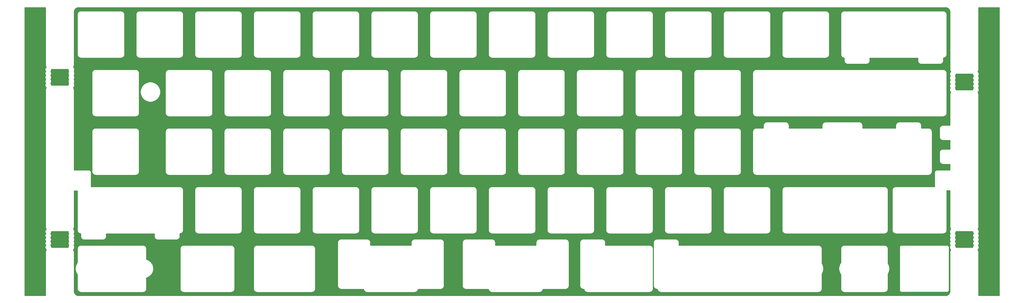
<source format=gbl>
%TF.GenerationSoftware,KiCad,Pcbnew,(5.1.6-0-10_14)*%
%TF.CreationDate,2020-08-10T13:13:59+09:00*%
%TF.ProjectId,keyplate,6b657970-6c61-4746-952e-6b696361645f,rev?*%
%TF.SameCoordinates,Original*%
%TF.FileFunction,Copper,L2,Bot*%
%TF.FilePolarity,Positive*%
%FSLAX46Y46*%
G04 Gerber Fmt 4.6, Leading zero omitted, Abs format (unit mm)*
G04 Created by KiCad (PCBNEW (5.1.6-0-10_14)) date 2020-08-10 13:13:59*
%MOMM*%
%LPD*%
G01*
G04 APERTURE LIST*
%TA.AperFunction,NonConductor*%
%ADD10C,0.254000*%
%TD*%
G04 APERTURE END LIST*
D10*
G36*
X318076168Y1061929D02*
G01*
X318194197Y1057390D01*
X318297546Y1045465D01*
X318402079Y1024415D01*
X318503375Y996576D01*
X318599954Y960184D01*
X318696017Y916324D01*
X318787697Y864577D01*
X318874881Y806768D01*
X318957852Y740677D01*
X319035594Y669551D01*
X319107567Y590860D01*
X319173754Y508656D01*
X319229520Y423864D01*
X319281807Y330563D01*
X319325716Y234630D01*
X319362259Y136947D01*
X319390281Y35458D01*
X319411653Y-70432D01*
X319424271Y-173945D01*
X319428739Y-290907D01*
X319428740Y-18873503D01*
X319429941Y-18885698D01*
X319431955Y-18939877D01*
X319434633Y-18959611D01*
X319434626Y-18979520D01*
X319435586Y-18988685D01*
X319443794Y-19062109D01*
X319447898Y-19081454D01*
X319449349Y-19101184D01*
X319450982Y-19110253D01*
X319464518Y-19182545D01*
X319470010Y-19201442D01*
X319472890Y-19220911D01*
X319475184Y-19229836D01*
X319493932Y-19300720D01*
X319500771Y-19319094D01*
X319505053Y-19338234D01*
X319507995Y-19346967D01*
X319531838Y-19416165D01*
X319539988Y-19433955D01*
X319545648Y-19452700D01*
X319549220Y-19461195D01*
X319578041Y-19528429D01*
X319587472Y-19545581D01*
X319594486Y-19563859D01*
X319598670Y-19572070D01*
X319632351Y-19637064D01*
X319643034Y-19653517D01*
X319651388Y-19671276D01*
X319656162Y-19679158D01*
X319694589Y-19741636D01*
X319705547Y-19756076D01*
X319698242Y-19760957D01*
X319554957Y-19904242D01*
X319442378Y-20072728D01*
X319364833Y-20259939D01*
X319325300Y-20458682D01*
X319325300Y-20661318D01*
X319364833Y-20860061D01*
X319442378Y-21047272D01*
X319541087Y-21195000D01*
X319442378Y-21342728D01*
X319364833Y-21529939D01*
X319325300Y-21728682D01*
X319325300Y-21931318D01*
X319364833Y-22130061D01*
X319442378Y-22317272D01*
X319541087Y-22465000D01*
X319442378Y-22612728D01*
X319364833Y-22799939D01*
X319325300Y-22998682D01*
X319325300Y-23201318D01*
X319364833Y-23400061D01*
X319442378Y-23587272D01*
X319541087Y-23735000D01*
X319442378Y-23882728D01*
X319364833Y-24069939D01*
X319325300Y-24268682D01*
X319325300Y-24471318D01*
X319364833Y-24670061D01*
X319442378Y-24857272D01*
X319541087Y-25005000D01*
X319442378Y-25152728D01*
X319364833Y-25339939D01*
X319325300Y-25538682D01*
X319325300Y-25741318D01*
X319364833Y-25940061D01*
X319442378Y-26127272D01*
X319554957Y-26295758D01*
X319698242Y-26439043D01*
X319700186Y-26440342D01*
X319651037Y-26521161D01*
X319639140Y-26545876D01*
X319624540Y-26569106D01*
X319620480Y-26577378D01*
X319578342Y-26664745D01*
X319568776Y-26690816D01*
X319556368Y-26715668D01*
X319553136Y-26724298D01*
X319519473Y-26816126D01*
X319512410Y-26843372D01*
X319502391Y-26869677D01*
X319500029Y-26878584D01*
X319475343Y-26974374D01*
X319472241Y-26994297D01*
X319466493Y-27013629D01*
X319464805Y-27022688D01*
X319455986Y-27071912D01*
X319455031Y-27083899D01*
X319452187Y-27095585D01*
X319450956Y-27104717D01*
X319444570Y-27154742D01*
X319444217Y-27166822D01*
X319441953Y-27178707D01*
X319441185Y-27187891D01*
X319437294Y-27238656D01*
X319437551Y-27250776D01*
X319435888Y-27262788D01*
X319435585Y-27271999D01*
X319434252Y-27323440D01*
X319434524Y-27327216D01*
X319434100Y-27330976D01*
X319434031Y-27340191D01*
X319433891Y-27607481D01*
X319433891Y-27607483D01*
X319433739Y-27899443D01*
X319433574Y-28213899D01*
X319433398Y-28548677D01*
X319433212Y-28901604D01*
X319433212Y-28901605D01*
X319433018Y-29270504D01*
X319432816Y-29653202D01*
X319432608Y-30047525D01*
X319432395Y-30451298D01*
X319432178Y-30862346D01*
X319431958Y-31278495D01*
X319431736Y-31697572D01*
X319431736Y-31697573D01*
X319431514Y-32117401D01*
X319431292Y-32535809D01*
X319431072Y-32950621D01*
X319430855Y-33359663D01*
X319430855Y-33359664D01*
X319430643Y-33760759D01*
X319430435Y-34151737D01*
X319430435Y-34151738D01*
X319430234Y-34530422D01*
X319430041Y-34894638D01*
X319429856Y-35242212D01*
X319429856Y-35242214D01*
X319429682Y-35570969D01*
X319429518Y-35878737D01*
X319429518Y-35878739D01*
X319429367Y-36163340D01*
X319429229Y-36422603D01*
X319429229Y-36422604D01*
X319429106Y-36654353D01*
X319429106Y-36654354D01*
X319428999Y-36856410D01*
X319428908Y-37026609D01*
X319428908Y-37026613D01*
X319428836Y-37162765D01*
X319428836Y-37162766D01*
X319428824Y-37185528D01*
X317185738Y-37185528D01*
X317173715Y-37186707D01*
X317161648Y-37185967D01*
X317152441Y-37186368D01*
X317101307Y-37188951D01*
X317072850Y-37193200D01*
X317044092Y-37194346D01*
X317034972Y-37195674D01*
X316985321Y-37203256D01*
X316949790Y-37212301D01*
X316913629Y-37218317D01*
X316904746Y-37220771D01*
X316833597Y-37240965D01*
X316792412Y-37257143D01*
X316750299Y-37270770D01*
X316741876Y-37274508D01*
X316675472Y-37304534D01*
X316637810Y-37326218D01*
X316598842Y-37345459D01*
X316591051Y-37350380D01*
X316530238Y-37389388D01*
X316496574Y-37415954D01*
X316461253Y-37440251D01*
X316454248Y-37446239D01*
X316399873Y-37493380D01*
X316370531Y-37524326D01*
X316339192Y-37553276D01*
X316333114Y-37560203D01*
X316286022Y-37614627D01*
X316261282Y-37649609D01*
X316234296Y-37682900D01*
X316229274Y-37690627D01*
X316190311Y-37751485D01*
X316170590Y-37790144D01*
X316148440Y-37827460D01*
X316144591Y-37835833D01*
X316114603Y-37902275D01*
X316100448Y-37944115D01*
X316083739Y-37985018D01*
X316081166Y-37993867D01*
X316060999Y-38065044D01*
X316054506Y-38101060D01*
X316044990Y-38136409D01*
X316043538Y-38145509D01*
X316035968Y-38195173D01*
X316034432Y-38223848D01*
X316029798Y-38252184D01*
X316029270Y-38261384D01*
X316026691Y-38312523D01*
X316027262Y-38324564D01*
X316025917Y-38336550D01*
X316025853Y-38345765D01*
X316025853Y-40945731D01*
X316027032Y-40957750D01*
X316026292Y-40969808D01*
X316026693Y-40979014D01*
X316029272Y-41030090D01*
X316033516Y-41058520D01*
X316034658Y-41087249D01*
X316035985Y-41096368D01*
X316043555Y-41145976D01*
X316052587Y-41181472D01*
X316058591Y-41217608D01*
X316061043Y-41226491D01*
X316081210Y-41297601D01*
X316097359Y-41338738D01*
X316110949Y-41380792D01*
X316114684Y-41389216D01*
X316144673Y-41455606D01*
X316166309Y-41493220D01*
X316185503Y-41532149D01*
X316190420Y-41539943D01*
X316229382Y-41600760D01*
X316255904Y-41634408D01*
X316280157Y-41669717D01*
X316286140Y-41676726D01*
X316333232Y-41731120D01*
X316364154Y-41760480D01*
X316393061Y-41791819D01*
X316399983Y-41797902D01*
X316454358Y-41845023D01*
X316489333Y-41869797D01*
X316522600Y-41896803D01*
X316530323Y-41901831D01*
X316591135Y-41940827D01*
X316629815Y-41960595D01*
X316667154Y-41982788D01*
X316675524Y-41986642D01*
X316741928Y-42016661D01*
X316783824Y-42030863D01*
X316824766Y-42047608D01*
X316833613Y-42050186D01*
X316904763Y-42070378D01*
X316940833Y-42076896D01*
X316976234Y-42086436D01*
X316985334Y-42087890D01*
X317034984Y-42095471D01*
X317063707Y-42097017D01*
X317092094Y-42101662D01*
X317101294Y-42102191D01*
X317152429Y-42104775D01*
X317164506Y-42104204D01*
X317176523Y-42105552D01*
X317185738Y-42105616D01*
X319428739Y-42105616D01*
X319428739Y-44946620D01*
X317185738Y-44946620D01*
X317173715Y-44947799D01*
X317161648Y-44947059D01*
X317152441Y-44947460D01*
X317101307Y-44950043D01*
X317072850Y-44954292D01*
X317044092Y-44955438D01*
X317034972Y-44956766D01*
X316985321Y-44964348D01*
X316949790Y-44973393D01*
X316913629Y-44979409D01*
X316904746Y-44981863D01*
X316833597Y-45002057D01*
X316792412Y-45018235D01*
X316750299Y-45031862D01*
X316741876Y-45035600D01*
X316675472Y-45065626D01*
X316637810Y-45087310D01*
X316598842Y-45106551D01*
X316591051Y-45111472D01*
X316530238Y-45150480D01*
X316496574Y-45177046D01*
X316461253Y-45201343D01*
X316454248Y-45207331D01*
X316399873Y-45254472D01*
X316370531Y-45285418D01*
X316339192Y-45314368D01*
X316333114Y-45321295D01*
X316286022Y-45375719D01*
X316261282Y-45410701D01*
X316234296Y-45443992D01*
X316229274Y-45451719D01*
X316190311Y-45512577D01*
X316170590Y-45551236D01*
X316148440Y-45588552D01*
X316144591Y-45596925D01*
X316114603Y-45663367D01*
X316100448Y-45705207D01*
X316083739Y-45746110D01*
X316081166Y-45754959D01*
X316060999Y-45826136D01*
X316054506Y-45862152D01*
X316044990Y-45897501D01*
X316043538Y-45906601D01*
X316035968Y-45956265D01*
X316034432Y-45984940D01*
X316029798Y-46013276D01*
X316029270Y-46022476D01*
X316026691Y-46073615D01*
X316027262Y-46085656D01*
X316025917Y-46097642D01*
X316025853Y-46106857D01*
X316025853Y-48706823D01*
X316027032Y-48718842D01*
X316026292Y-48730900D01*
X316026693Y-48740106D01*
X316029272Y-48791182D01*
X316033516Y-48819612D01*
X316034658Y-48848341D01*
X316035985Y-48857460D01*
X316043555Y-48907068D01*
X316052586Y-48942558D01*
X316058591Y-48978703D01*
X316061044Y-48987585D01*
X316081211Y-49058694D01*
X316097358Y-49099826D01*
X316110949Y-49141883D01*
X316114684Y-49150307D01*
X316144673Y-49216697D01*
X316166309Y-49254311D01*
X316185503Y-49293240D01*
X316190420Y-49301034D01*
X316229382Y-49361851D01*
X316255900Y-49395494D01*
X316280153Y-49430804D01*
X316286136Y-49437812D01*
X316333228Y-49492208D01*
X316364153Y-49521570D01*
X316393061Y-49552911D01*
X316399983Y-49558994D01*
X316454358Y-49606115D01*
X316489333Y-49630889D01*
X316522600Y-49657895D01*
X316530323Y-49662923D01*
X316591135Y-49701919D01*
X316629815Y-49721687D01*
X316667154Y-49743880D01*
X316675524Y-49747734D01*
X316741928Y-49777753D01*
X316783824Y-49791955D01*
X316824766Y-49808700D01*
X316833613Y-49811278D01*
X316904763Y-49831470D01*
X316940833Y-49837988D01*
X316976234Y-49847528D01*
X316985334Y-49848982D01*
X317034984Y-49856563D01*
X317063707Y-49858109D01*
X317092094Y-49862754D01*
X317101294Y-49863283D01*
X317152429Y-49865867D01*
X317164506Y-49865296D01*
X317176523Y-49866644D01*
X317185738Y-49866708D01*
X319428739Y-49866708D01*
X319428739Y-51780966D01*
X315151237Y-51780966D01*
X315118818Y-51777773D01*
X314989435Y-51790516D01*
X314865025Y-51828256D01*
X314750368Y-51889541D01*
X314649870Y-51972018D01*
X314567393Y-52072517D01*
X314506108Y-52187174D01*
X314468368Y-52311584D01*
X314458818Y-52408548D01*
X314458819Y-57140000D01*
X301836099Y-57140000D01*
X301819279Y-57141657D01*
X301783942Y-57143465D01*
X301755160Y-57147782D01*
X301726066Y-57148990D01*
X301716949Y-57150333D01*
X301667513Y-57157967D01*
X301631786Y-57167126D01*
X301595420Y-57173263D01*
X301586543Y-57175739D01*
X301515594Y-57196056D01*
X301474457Y-57212326D01*
X301432387Y-57226047D01*
X301423973Y-57229805D01*
X301357644Y-57259982D01*
X301320254Y-57281625D01*
X301281526Y-57300822D01*
X301273743Y-57305756D01*
X301212907Y-57344914D01*
X301179587Y-57371293D01*
X301144581Y-57395395D01*
X301137578Y-57401386D01*
X301083107Y-57448650D01*
X301054071Y-57479299D01*
X301023029Y-57507923D01*
X301016945Y-57514844D01*
X300969710Y-57569334D01*
X300945155Y-57603988D01*
X300918336Y-57636936D01*
X300913298Y-57644652D01*
X300874172Y-57705493D01*
X300854471Y-57743919D01*
X300832330Y-57780994D01*
X300828458Y-57789356D01*
X300798313Y-57855670D01*
X300784038Y-57897495D01*
X300767214Y-57938373D01*
X300764617Y-57947214D01*
X300744326Y-58018123D01*
X300736177Y-58062657D01*
X300725448Y-58106651D01*
X300724212Y-58115783D01*
X300714645Y-58190412D01*
X300713962Y-58213360D01*
X300712326Y-58229969D01*
X300709805Y-58248211D01*
X300709505Y-58257421D01*
X300709464Y-58259033D01*
X300708633Y-58267467D01*
X300708634Y-71332485D01*
X300710287Y-71349270D01*
X300712093Y-71384570D01*
X300716961Y-71417031D01*
X300718115Y-71428749D01*
X300720117Y-71458790D01*
X300721688Y-71467871D01*
X300734927Y-71541357D01*
X300747168Y-71584580D01*
X300756832Y-71628473D01*
X300759744Y-71637216D01*
X300783418Y-71706691D01*
X300801535Y-71746599D01*
X300817124Y-71787574D01*
X300821284Y-71795797D01*
X300854518Y-71860384D01*
X300877784Y-71896445D01*
X300898634Y-71933936D01*
X300903931Y-71941478D01*
X300945857Y-72000299D01*
X300973671Y-72032205D01*
X300999289Y-72065917D01*
X301005601Y-72072631D01*
X301055345Y-72124810D01*
X301087352Y-72152407D01*
X301117423Y-72182093D01*
X301124622Y-72187846D01*
X301181311Y-72232505D01*
X301217263Y-72255524D01*
X301251619Y-72280870D01*
X301259566Y-72285535D01*
X301322330Y-72321797D01*
X301361964Y-72339790D01*
X301400388Y-72360270D01*
X301408929Y-72363730D01*
X301476894Y-72390718D01*
X301519763Y-72403057D01*
X301561815Y-72417956D01*
X301570775Y-72420108D01*
X301643071Y-72436944D01*
X301679897Y-72441798D01*
X301716211Y-72449690D01*
X301725371Y-72450694D01*
X301775544Y-72455844D01*
X301795313Y-72455934D01*
X301798483Y-72456246D01*
X301816781Y-72458776D01*
X301825991Y-72459076D01*
X301827647Y-72459119D01*
X301836099Y-72459951D01*
X317282010Y-72459951D01*
X317298823Y-72458295D01*
X317334181Y-72456485D01*
X317362952Y-72452169D01*
X317392024Y-72450963D01*
X317401141Y-72449620D01*
X317450588Y-72441986D01*
X317486289Y-72432835D01*
X317522635Y-72426705D01*
X317531511Y-72424231D01*
X317602490Y-72403914D01*
X317643605Y-72387657D01*
X317685634Y-72373960D01*
X317694049Y-72370204D01*
X317760417Y-72340027D01*
X317797781Y-72318410D01*
X317836471Y-72299248D01*
X317844256Y-72294317D01*
X317905139Y-72255158D01*
X317938432Y-72228819D01*
X317973426Y-72204749D01*
X317980431Y-72198761D01*
X318034950Y-72151498D01*
X318063984Y-72120879D01*
X318095034Y-72092277D01*
X318101122Y-72085359D01*
X318148406Y-72030868D01*
X318172977Y-71996229D01*
X318199807Y-71963302D01*
X318204849Y-71955588D01*
X318244020Y-71894747D01*
X318263743Y-71856328D01*
X318285912Y-71819247D01*
X318289788Y-71810887D01*
X318319972Y-71744573D01*
X318334283Y-71702712D01*
X318351134Y-71661808D01*
X318353734Y-71652968D01*
X318374054Y-71582059D01*
X318382230Y-71537467D01*
X318392981Y-71493419D01*
X318394218Y-71484287D01*
X318403799Y-71409659D01*
X318404486Y-71386738D01*
X318406132Y-71370023D01*
X318408653Y-71351792D01*
X318408954Y-71342582D01*
X318408996Y-71340941D01*
X318409829Y-71332485D01*
X318409829Y-58460000D01*
X319428764Y-58460000D01*
X319428782Y-58539029D01*
X319428782Y-58539079D01*
X319428836Y-58716527D01*
X319428836Y-58716549D01*
X319428908Y-58929588D01*
X319428908Y-58929609D01*
X319428999Y-59175960D01*
X319428999Y-59175971D01*
X319429106Y-59453350D01*
X319429106Y-59453360D01*
X319429229Y-59759487D01*
X319429229Y-59759496D01*
X319429367Y-60092089D01*
X319429367Y-60092094D01*
X319429518Y-60448871D01*
X319429518Y-60448878D01*
X319429682Y-60827559D01*
X319429682Y-60827561D01*
X319429856Y-61225863D01*
X319429856Y-61225869D01*
X319430041Y-61641511D01*
X319430041Y-61641513D01*
X319430234Y-62072213D01*
X319430234Y-62072216D01*
X319430435Y-62515693D01*
X319430435Y-62515696D01*
X319430643Y-62969669D01*
X319430643Y-62969670D01*
X319430855Y-63431857D01*
X319430855Y-63431860D01*
X319431072Y-63899979D01*
X319431072Y-63899981D01*
X319431292Y-64371751D01*
X319431292Y-64371753D01*
X319431514Y-64844893D01*
X319431736Y-65317120D01*
X319431736Y-65317122D01*
X319431958Y-65786156D01*
X319431958Y-65786157D01*
X319432178Y-66249716D01*
X319432178Y-66249717D01*
X319432395Y-66705519D01*
X319432395Y-66705520D01*
X319432608Y-67151284D01*
X319432608Y-67151286D01*
X319432816Y-67584730D01*
X319432816Y-67584731D01*
X319433018Y-68003575D01*
X319433018Y-68003576D01*
X319433212Y-68405535D01*
X319433212Y-68405538D01*
X319433398Y-68788335D01*
X319433574Y-69149685D01*
X319433574Y-69149687D01*
X319433739Y-69487310D01*
X319433891Y-69798925D01*
X319433891Y-69798929D01*
X319434015Y-70049672D01*
X319430838Y-70081928D01*
X319434870Y-70122863D01*
X319435585Y-70150466D01*
X319437081Y-70162500D01*
X319436654Y-70174615D01*
X319437294Y-70183808D01*
X319441185Y-70234573D01*
X319443281Y-70246482D01*
X319443466Y-70258571D01*
X319444569Y-70267720D01*
X319450956Y-70317746D01*
X319453636Y-70329469D01*
X319454424Y-70341473D01*
X319455987Y-70350555D01*
X319464806Y-70399778D01*
X319470280Y-70419177D01*
X319473105Y-70439150D01*
X319475343Y-70448090D01*
X319500029Y-70543880D01*
X319509678Y-70570316D01*
X319516360Y-70597662D01*
X319519472Y-70606336D01*
X319553135Y-70698165D01*
X319565193Y-70723184D01*
X319574397Y-70749395D01*
X319578343Y-70757723D01*
X319620481Y-70845089D01*
X319634751Y-70868514D01*
X319646302Y-70893393D01*
X319651035Y-70901300D01*
X319691447Y-70967752D01*
X319554957Y-71104242D01*
X319442378Y-71272728D01*
X319364833Y-71459939D01*
X319325300Y-71658682D01*
X319325300Y-71861318D01*
X319364833Y-72060061D01*
X319442378Y-72247272D01*
X319541087Y-72395000D01*
X319442378Y-72542728D01*
X319364833Y-72729939D01*
X319325300Y-72928682D01*
X319325300Y-73131318D01*
X319364833Y-73330061D01*
X319442378Y-73517272D01*
X319541087Y-73665000D01*
X319442378Y-73812728D01*
X319364833Y-73999939D01*
X319325300Y-74198682D01*
X319325300Y-74401318D01*
X319364833Y-74600061D01*
X319442378Y-74787272D01*
X319541087Y-74935000D01*
X319442378Y-75082728D01*
X319364833Y-75269939D01*
X319325300Y-75468682D01*
X319325300Y-75671318D01*
X319364833Y-75870061D01*
X319442378Y-76057272D01*
X319541087Y-76205000D01*
X319442378Y-76352728D01*
X319364833Y-76539939D01*
X319325300Y-76738682D01*
X319325300Y-76941318D01*
X319364833Y-77140061D01*
X319442378Y-77327272D01*
X319554957Y-77495758D01*
X319698242Y-77639043D01*
X319719786Y-77653439D01*
X319705932Y-77671376D01*
X319701092Y-77679218D01*
X319651010Y-77761648D01*
X319639114Y-77786387D01*
X319624519Y-77809633D01*
X319620462Y-77817907D01*
X319578358Y-77905307D01*
X319568798Y-77931401D01*
X319556392Y-77956280D01*
X319553165Y-77964912D01*
X319519542Y-78056781D01*
X319512488Y-78084052D01*
X319502478Y-78110380D01*
X319500121Y-78119289D01*
X319475483Y-78215125D01*
X319472391Y-78235060D01*
X319466655Y-78254395D01*
X319464972Y-78263455D01*
X319456179Y-78312705D01*
X319455230Y-78324697D01*
X319452392Y-78336393D01*
X319451168Y-78345527D01*
X319444809Y-78395580D01*
X319444463Y-78407667D01*
X319442207Y-78419553D01*
X319441444Y-78428736D01*
X319437583Y-78479532D01*
X319437848Y-78491659D01*
X319436193Y-78503669D01*
X319435896Y-78512879D01*
X319434595Y-78564353D01*
X319434855Y-78567937D01*
X319434452Y-78571517D01*
X319434384Y-78580732D01*
X319434243Y-78893556D01*
X319434243Y-78893558D01*
X319434088Y-79240610D01*
X319433918Y-79618994D01*
X319433918Y-79618996D01*
X319433736Y-80025817D01*
X319433542Y-80458179D01*
X319433542Y-80458181D01*
X319433339Y-80913186D01*
X319433126Y-81387941D01*
X319433126Y-81387942D01*
X319432906Y-81879550D01*
X319432680Y-82385115D01*
X319432449Y-82901740D01*
X319432214Y-83426530D01*
X319432214Y-83426531D01*
X319431977Y-83956545D01*
X319431977Y-83956590D01*
X319431739Y-84489022D01*
X319431501Y-85020932D01*
X319431265Y-85549422D01*
X319431265Y-85549423D01*
X319431032Y-86071598D01*
X319430803Y-86584562D01*
X319430579Y-87085421D01*
X319430362Y-87571276D01*
X319430153Y-88039233D01*
X319429953Y-88486395D01*
X319429764Y-88909866D01*
X319429586Y-89306751D01*
X319429586Y-89306752D01*
X319429422Y-89674155D01*
X319429272Y-90009146D01*
X319429272Y-90009182D01*
X319429139Y-90308930D01*
X319429022Y-90570510D01*
X319428923Y-90791024D01*
X319428923Y-90791025D01*
X319428844Y-90967519D01*
X319428844Y-90967577D01*
X319428786Y-91097271D01*
X319428786Y-91097277D01*
X319428751Y-91177216D01*
X319428745Y-91191920D01*
X319424292Y-91307168D01*
X319411652Y-91410629D01*
X319390283Y-91516748D01*
X319362120Y-91618512D01*
X319325613Y-91716800D01*
X319282263Y-91811040D01*
X319229717Y-91904561D01*
X319172995Y-91990807D01*
X319106324Y-92074324D01*
X319036707Y-92150671D01*
X318959573Y-92220302D01*
X318874398Y-92288150D01*
X318787692Y-92345875D01*
X318696610Y-92397050D01*
X318598052Y-92442049D01*
X318501359Y-92479185D01*
X318404189Y-92505890D01*
X318299726Y-92526209D01*
X318194192Y-92538386D01*
X318076153Y-92542926D01*
X36731390Y-92545043D01*
X36612280Y-92538886D01*
X36502409Y-92526209D01*
X36398524Y-92506002D01*
X36301618Y-92479184D01*
X36203365Y-92441721D01*
X36105528Y-92397051D01*
X36014443Y-92345874D01*
X35927737Y-92288148D01*
X35842563Y-92220302D01*
X35765430Y-92150671D01*
X35696976Y-92075600D01*
X35629998Y-91990793D01*
X35571508Y-91902941D01*
X35519873Y-91811039D01*
X35476522Y-91716798D01*
X35440019Y-91618521D01*
X35411855Y-91516752D01*
X35390921Y-91412799D01*
X35378730Y-91307142D01*
X35373397Y-91189819D01*
X35373396Y-91097568D01*
X35373396Y-90791347D01*
X35373395Y-90570848D01*
X35373394Y-90309285D01*
X35373393Y-90009556D01*
X35373393Y-90009554D01*
X35373391Y-89674551D01*
X35373389Y-89307172D01*
X35373389Y-89307171D01*
X35373386Y-88910310D01*
X35373386Y-88910309D01*
X35373382Y-88486863D01*
X35373378Y-88039727D01*
X35373378Y-88039726D01*
X35373373Y-87571795D01*
X35373373Y-87571794D01*
X35373367Y-87085965D01*
X35373367Y-87085964D01*
X35373360Y-86585132D01*
X35373360Y-86585131D01*
X35373352Y-86072192D01*
X35373352Y-86072187D01*
X35373344Y-85550040D01*
X35373344Y-85550038D01*
X35373334Y-85021571D01*
X35373334Y-85021569D01*
X35373323Y-84489680D01*
X35373323Y-84489678D01*
X35373310Y-83957265D01*
X35373307Y-83811313D01*
X35743200Y-83811313D01*
X35743245Y-83820528D01*
X35743960Y-83880881D01*
X35744314Y-83884102D01*
X35744068Y-83887332D01*
X35744332Y-83896543D01*
X35746468Y-83956545D01*
X35746898Y-83959748D01*
X35746728Y-83962983D01*
X35747210Y-83972185D01*
X35750751Y-84031820D01*
X35751254Y-84034999D01*
X35751162Y-84038214D01*
X35751862Y-84047403D01*
X35756790Y-84106656D01*
X35757368Y-84109821D01*
X35757352Y-84113043D01*
X35758269Y-84122212D01*
X35764570Y-84181066D01*
X35765220Y-84184200D01*
X35765279Y-84187396D01*
X35766412Y-84196541D01*
X35774068Y-84254979D01*
X35774788Y-84258084D01*
X35774923Y-84261274D01*
X35776272Y-84270390D01*
X35785268Y-84328398D01*
X35786060Y-84331477D01*
X35786268Y-84334646D01*
X35787831Y-84343728D01*
X35798151Y-84401288D01*
X35799007Y-84404319D01*
X35799288Y-84407465D01*
X35801064Y-84416508D01*
X35812691Y-84473606D01*
X35813614Y-84476606D01*
X35813967Y-84479723D01*
X35815954Y-84488722D01*
X35828872Y-84545341D01*
X35829860Y-84548301D01*
X35830283Y-84551394D01*
X35832481Y-84560344D01*
X35846674Y-84616467D01*
X35847724Y-84619386D01*
X35848218Y-84622458D01*
X35850624Y-84631353D01*
X35866077Y-84686965D01*
X35867184Y-84689831D01*
X35867743Y-84692856D01*
X35870354Y-84701694D01*
X35887049Y-84756779D01*
X35888219Y-84759608D01*
X35888845Y-84762609D01*
X35891661Y-84771383D01*
X35909583Y-84825925D01*
X35910805Y-84828698D01*
X35911495Y-84831658D01*
X35914513Y-84840365D01*
X35933645Y-84894348D01*
X35934925Y-84897079D01*
X35935679Y-84900007D01*
X35938897Y-84908642D01*
X35959224Y-84962050D01*
X35960558Y-84964732D01*
X35961370Y-84967612D01*
X35964785Y-84976171D01*
X35986290Y-85028987D01*
X35987676Y-85031621D01*
X35988549Y-85034464D01*
X35992160Y-85042943D01*
X36014827Y-85095151D01*
X36016260Y-85097729D01*
X36017192Y-85100534D01*
X36020996Y-85108927D01*
X36044809Y-85160513D01*
X36046288Y-85163036D01*
X36047275Y-85165795D01*
X36051269Y-85174099D01*
X36076211Y-85225047D01*
X36077744Y-85227531D01*
X36078789Y-85230254D01*
X36082971Y-85238466D01*
X36109028Y-85288757D01*
X36110601Y-85291180D01*
X36111697Y-85293854D01*
X36116064Y-85301968D01*
X36143218Y-85351590D01*
X36144838Y-85353965D01*
X36145987Y-85356598D01*
X36150537Y-85364612D01*
X36178772Y-85413545D01*
X36180432Y-85415864D01*
X36181633Y-85418455D01*
X36186363Y-85426364D01*
X36215663Y-85474594D01*
X36217366Y-85476863D01*
X36218618Y-85479412D01*
X36223525Y-85487212D01*
X36253874Y-85534723D01*
X36255622Y-85536947D01*
X36256929Y-85539462D01*
X36262010Y-85547150D01*
X36293393Y-85593926D01*
X36295174Y-85596090D01*
X36296524Y-85598551D01*
X36301777Y-85606123D01*
X36334175Y-85652147D01*
X36336001Y-85654267D01*
X36337400Y-85656687D01*
X36342820Y-85664139D01*
X36376219Y-85709395D01*
X36378083Y-85711464D01*
X36379533Y-85713847D01*
X36385119Y-85721176D01*
X36390544Y-85728193D01*
X36390545Y-90382438D01*
X36392198Y-90399223D01*
X36394004Y-90434523D01*
X36398872Y-90466984D01*
X36400026Y-90478702D01*
X36402028Y-90508743D01*
X36403599Y-90517824D01*
X36416838Y-90591310D01*
X36429079Y-90634533D01*
X36438744Y-90678429D01*
X36441656Y-90687172D01*
X36465330Y-90756646D01*
X36483448Y-90796555D01*
X36499035Y-90837526D01*
X36503195Y-90845749D01*
X36536429Y-90910336D01*
X36559693Y-90946394D01*
X36580542Y-90983884D01*
X36585838Y-90991425D01*
X36627764Y-91050247D01*
X36655582Y-91082157D01*
X36681200Y-91115870D01*
X36687512Y-91122584D01*
X36737256Y-91174763D01*
X36769263Y-91202360D01*
X36799334Y-91232046D01*
X36806533Y-91237799D01*
X36863222Y-91282458D01*
X36899174Y-91305477D01*
X36933530Y-91330823D01*
X36941477Y-91335488D01*
X37004241Y-91371750D01*
X37043875Y-91389743D01*
X37082299Y-91410223D01*
X37090840Y-91413683D01*
X37158805Y-91440671D01*
X37201674Y-91453010D01*
X37243726Y-91467909D01*
X37252686Y-91470061D01*
X37324982Y-91486897D01*
X37361808Y-91491751D01*
X37398122Y-91499643D01*
X37407282Y-91500647D01*
X37457455Y-91505797D01*
X37477224Y-91505887D01*
X37480394Y-91506199D01*
X37498692Y-91508729D01*
X37507902Y-91509029D01*
X37509558Y-91509072D01*
X37518010Y-91509904D01*
X57726409Y-91509904D01*
X57743222Y-91508248D01*
X57778580Y-91506438D01*
X57807351Y-91502122D01*
X57836423Y-91500916D01*
X57845540Y-91499573D01*
X57894987Y-91491939D01*
X57930696Y-91482786D01*
X57967044Y-91476655D01*
X57975921Y-91474181D01*
X58046898Y-91453863D01*
X58087996Y-91437612D01*
X58130021Y-91423917D01*
X58138436Y-91420161D01*
X58204804Y-91389985D01*
X58242174Y-91368365D01*
X58280881Y-91349194D01*
X58288666Y-91344263D01*
X58349547Y-91305104D01*
X58382837Y-91278766D01*
X58417819Y-91254705D01*
X58424824Y-91248717D01*
X58479345Y-91201454D01*
X58508388Y-91170827D01*
X58539438Y-91142223D01*
X58545526Y-91135305D01*
X58592808Y-91080815D01*
X58617374Y-91046182D01*
X58644202Y-91013258D01*
X58649245Y-91005544D01*
X58688415Y-90944705D01*
X58708140Y-90906282D01*
X58730310Y-90869200D01*
X58734186Y-90860840D01*
X58764370Y-90794526D01*
X58778681Y-90752665D01*
X58795532Y-90711761D01*
X58798132Y-90702921D01*
X58818452Y-90632012D01*
X58826628Y-90587420D01*
X58837379Y-90543372D01*
X58838616Y-90534240D01*
X58848197Y-90459612D01*
X58848884Y-90436691D01*
X58850530Y-90419976D01*
X58853051Y-90401745D01*
X58853352Y-90392535D01*
X58853394Y-90390894D01*
X58854227Y-90382438D01*
X58854227Y-86841899D01*
X58854901Y-86841690D01*
X58965085Y-86806673D01*
X58974991Y-86802421D01*
X58985456Y-86799832D01*
X58994121Y-86796695D01*
X59102038Y-86756784D01*
X59111653Y-86752116D01*
X59121899Y-86749072D01*
X59130410Y-86745539D01*
X59235928Y-86700867D01*
X59245247Y-86695797D01*
X59255269Y-86692311D01*
X59263608Y-86688390D01*
X59366597Y-86639086D01*
X59375599Y-86633638D01*
X59385376Y-86629727D01*
X59393527Y-86625428D01*
X59493855Y-86571625D01*
X59502541Y-86565810D01*
X59512058Y-86561490D01*
X59520005Y-86556825D01*
X59617541Y-86498654D01*
X59625896Y-86492491D01*
X59635149Y-86487775D01*
X59642876Y-86482755D01*
X59737489Y-86420348D01*
X59745520Y-86413843D01*
X59754505Y-86408739D01*
X59761998Y-86403375D01*
X59853556Y-86336861D01*
X59861244Y-86330036D01*
X59869951Y-86324558D01*
X59877195Y-86318861D01*
X59965566Y-86248375D01*
X59972919Y-86241230D01*
X59981342Y-86235387D01*
X59988323Y-86229372D01*
X60073376Y-86155042D01*
X60080384Y-86147592D01*
X60088523Y-86141387D01*
X60095227Y-86135064D01*
X60176833Y-86057022D01*
X60183495Y-86049272D01*
X60191346Y-86042709D01*
X60197759Y-86036092D01*
X60275784Y-85954470D01*
X60282098Y-85946420D01*
X60289646Y-85939513D01*
X60295757Y-85932615D01*
X60370071Y-85847544D01*
X60376027Y-85839206D01*
X60383274Y-85831950D01*
X60389069Y-85824785D01*
X60459539Y-85736397D01*
X60465133Y-85727772D01*
X60472067Y-85720174D01*
X60477534Y-85712755D01*
X60544031Y-85621180D01*
X60549254Y-85612272D01*
X60555870Y-85604331D01*
X60560996Y-85596673D01*
X60623388Y-85502043D01*
X60628230Y-85492859D01*
X60634511Y-85484584D01*
X60639284Y-85476702D01*
X60697439Y-85379149D01*
X60701888Y-85369695D01*
X60707823Y-85361089D01*
X60712233Y-85352998D01*
X60766019Y-85252653D01*
X60770062Y-85242937D01*
X60775637Y-85234005D01*
X60779672Y-85225720D01*
X60828960Y-85122713D01*
X60832580Y-85112750D01*
X60837779Y-85103500D01*
X60841429Y-85095038D01*
X60886085Y-84989503D01*
X60889269Y-84979302D01*
X60894072Y-84969747D01*
X60897327Y-84961126D01*
X60937221Y-84853192D01*
X60939951Y-84842777D01*
X60944340Y-84832928D01*
X60947190Y-84824164D01*
X60982192Y-84713963D01*
X60984454Y-84703340D01*
X60988407Y-84693223D01*
X60990845Y-84684336D01*
X61020822Y-84571999D01*
X61022597Y-84561208D01*
X61026096Y-84550840D01*
X61028113Y-84541848D01*
X61052935Y-84427507D01*
X61054210Y-84416567D01*
X61057237Y-84405970D01*
X61058828Y-84396893D01*
X61078361Y-84280680D01*
X61079123Y-84269627D01*
X61081658Y-84258837D01*
X61082817Y-84249695D01*
X61096932Y-84131739D01*
X61097170Y-84120612D01*
X61099197Y-84109671D01*
X61099920Y-84100484D01*
X61108486Y-83980919D01*
X61108193Y-83969756D01*
X61109702Y-83958692D01*
X61109986Y-83949481D01*
X61112871Y-83828436D01*
X61112047Y-83817309D01*
X61113026Y-83806198D01*
X61112871Y-83796984D01*
X61109986Y-83675938D01*
X61108631Y-83664851D01*
X61109080Y-83653696D01*
X61108486Y-83644500D01*
X61099920Y-83524935D01*
X61098045Y-83513965D01*
X61097963Y-83502838D01*
X61096932Y-83493680D01*
X61082817Y-83375724D01*
X61080433Y-83364904D01*
X61079826Y-83353838D01*
X61078361Y-83344739D01*
X61058828Y-83228526D01*
X61055951Y-83217893D01*
X61054828Y-83206931D01*
X61052935Y-83197912D01*
X61028113Y-83083571D01*
X61024761Y-83073161D01*
X61023136Y-83062340D01*
X61020822Y-83053420D01*
X60990845Y-82941083D01*
X60987035Y-82930915D01*
X60984921Y-82920258D01*
X60982192Y-82911456D01*
X60947190Y-82801255D01*
X60942942Y-82791355D01*
X60940356Y-82780892D01*
X60937221Y-82772227D01*
X60897327Y-82664293D01*
X60892661Y-82654677D01*
X60889618Y-82644428D01*
X60886085Y-82635916D01*
X60841429Y-82530381D01*
X60836363Y-82521064D01*
X60832880Y-82511046D01*
X60828960Y-82502706D01*
X60779672Y-82399699D01*
X60774224Y-82390693D01*
X60770316Y-82380918D01*
X60766019Y-82372766D01*
X60712233Y-82272421D01*
X60706421Y-82263737D01*
X60702103Y-82254218D01*
X60697439Y-82246270D01*
X60639284Y-82148717D01*
X60633123Y-82140361D01*
X60628407Y-82131104D01*
X60623388Y-82123376D01*
X60560996Y-82028746D01*
X60554494Y-82020717D01*
X60549394Y-82011733D01*
X60544031Y-82004239D01*
X60477534Y-81912664D01*
X60470709Y-81904973D01*
X60465234Y-81896267D01*
X60459539Y-81889022D01*
X60389069Y-81800634D01*
X60381925Y-81793279D01*
X60376085Y-81784857D01*
X60370071Y-81777875D01*
X60295757Y-81692804D01*
X60288311Y-81685797D01*
X60282106Y-81677654D01*
X60275784Y-81670949D01*
X60197759Y-81589327D01*
X60190008Y-81582662D01*
X60183449Y-81574812D01*
X60176833Y-81568397D01*
X60095227Y-81490355D01*
X60087181Y-81484042D01*
X60080273Y-81476489D01*
X60073376Y-81470377D01*
X59988323Y-81396047D01*
X59979979Y-81390084D01*
X59972730Y-81382841D01*
X59965566Y-81377044D01*
X59877195Y-81306558D01*
X59868571Y-81300963D01*
X59860974Y-81294026D01*
X59853556Y-81288558D01*
X59761998Y-81222044D01*
X59753088Y-81216817D01*
X59745146Y-81210198D01*
X59737489Y-81205071D01*
X59642876Y-81142664D01*
X59633695Y-81137822D01*
X59625423Y-81131540D01*
X59617541Y-81126765D01*
X59520005Y-81068594D01*
X59510552Y-81064143D01*
X59501945Y-81058205D01*
X59493855Y-81053794D01*
X59393527Y-80999991D01*
X59383810Y-80995945D01*
X59374881Y-80990370D01*
X59366597Y-80986333D01*
X59263608Y-80937029D01*
X59253637Y-80933403D01*
X59244389Y-80928204D01*
X59235928Y-80924552D01*
X59130410Y-80879880D01*
X59120208Y-80876694D01*
X59110658Y-80871891D01*
X59102038Y-80868635D01*
X58994121Y-80828724D01*
X58983698Y-80825990D01*
X58973847Y-80821598D01*
X58965085Y-80818746D01*
X58854901Y-80783729D01*
X58854227Y-80783585D01*
X58854227Y-77317419D01*
X69727961Y-77317419D01*
X69727962Y-90382438D01*
X69729615Y-90399223D01*
X69731421Y-90434523D01*
X69736289Y-90466984D01*
X69737443Y-90478702D01*
X69739445Y-90508743D01*
X69741016Y-90517824D01*
X69754255Y-90591310D01*
X69766498Y-90634538D01*
X69776159Y-90678420D01*
X69779070Y-90687164D01*
X69802743Y-90756638D01*
X69820867Y-90796561D01*
X69836455Y-90837533D01*
X69840614Y-90845756D01*
X69873850Y-90910343D01*
X69897108Y-90946390D01*
X69917955Y-90983878D01*
X69923251Y-90991419D01*
X69965176Y-91050241D01*
X69992993Y-91082152D01*
X70018616Y-91115870D01*
X70024928Y-91122584D01*
X70074672Y-91174763D01*
X70106673Y-91202355D01*
X70136754Y-91232050D01*
X70143953Y-91237803D01*
X70200644Y-91282462D01*
X70236593Y-91305479D01*
X70270947Y-91330823D01*
X70278894Y-91335488D01*
X70341658Y-91371750D01*
X70381292Y-91389743D01*
X70419716Y-91410223D01*
X70428257Y-91413683D01*
X70496222Y-91440671D01*
X70539091Y-91453010D01*
X70581143Y-91467909D01*
X70590103Y-91470061D01*
X70662399Y-91486897D01*
X70699225Y-91491751D01*
X70735539Y-91499643D01*
X70744699Y-91500647D01*
X70794872Y-91505797D01*
X70814641Y-91505887D01*
X70817811Y-91506199D01*
X70836109Y-91508729D01*
X70845319Y-91509029D01*
X70846975Y-91509072D01*
X70855427Y-91509904D01*
X86301337Y-91509904D01*
X86318150Y-91508248D01*
X86353508Y-91506438D01*
X86382279Y-91502122D01*
X86411351Y-91500916D01*
X86420468Y-91499573D01*
X86469915Y-91491939D01*
X86505617Y-91482788D01*
X86541970Y-91476656D01*
X86550847Y-91474182D01*
X86621825Y-91453864D01*
X86662933Y-91437609D01*
X86704954Y-91423915D01*
X86713369Y-91420160D01*
X86779736Y-91389984D01*
X86817109Y-91368362D01*
X86855805Y-91349197D01*
X86863590Y-91344265D01*
X86924472Y-91305107D01*
X86957767Y-91278765D01*
X86992753Y-91254701D01*
X86999758Y-91248713D01*
X87054277Y-91201450D01*
X87083311Y-91170831D01*
X87114361Y-91142229D01*
X87120449Y-91135311D01*
X87167733Y-91080820D01*
X87192304Y-91046180D01*
X87219131Y-91013258D01*
X87224174Y-91005544D01*
X87263344Y-90944705D01*
X87283069Y-90906282D01*
X87305239Y-90869200D01*
X87309115Y-90860840D01*
X87339299Y-90794526D01*
X87353610Y-90752665D01*
X87370461Y-90711761D01*
X87373061Y-90702921D01*
X87393381Y-90632012D01*
X87401557Y-90587420D01*
X87412308Y-90543372D01*
X87413545Y-90534240D01*
X87423126Y-90459612D01*
X87423813Y-90436691D01*
X87425459Y-90419976D01*
X87427980Y-90401745D01*
X87428281Y-90392535D01*
X87428323Y-90390894D01*
X87429156Y-90382438D01*
X87429156Y-77317419D01*
X93540401Y-77317419D01*
X93540402Y-90382438D01*
X93542055Y-90399223D01*
X93543861Y-90434523D01*
X93548729Y-90466984D01*
X93549883Y-90478702D01*
X93551885Y-90508743D01*
X93553456Y-90517824D01*
X93566695Y-90591310D01*
X93578936Y-90634533D01*
X93588601Y-90678429D01*
X93591513Y-90687172D01*
X93615187Y-90756646D01*
X93633305Y-90796555D01*
X93648892Y-90837526D01*
X93653052Y-90845749D01*
X93686286Y-90910336D01*
X93709550Y-90946394D01*
X93730399Y-90983884D01*
X93735695Y-90991425D01*
X93777621Y-91050247D01*
X93805439Y-91082157D01*
X93831057Y-91115870D01*
X93837369Y-91122584D01*
X93887113Y-91174763D01*
X93919120Y-91202360D01*
X93949191Y-91232046D01*
X93956390Y-91237799D01*
X94013079Y-91282458D01*
X94049031Y-91305477D01*
X94083387Y-91330823D01*
X94091334Y-91335488D01*
X94154098Y-91371750D01*
X94193732Y-91389743D01*
X94232156Y-91410223D01*
X94240697Y-91413683D01*
X94308662Y-91440671D01*
X94351531Y-91453010D01*
X94393583Y-91467909D01*
X94402543Y-91470061D01*
X94474839Y-91486897D01*
X94511665Y-91491751D01*
X94547979Y-91499643D01*
X94557139Y-91500647D01*
X94607312Y-91505797D01*
X94627081Y-91505887D01*
X94630251Y-91506199D01*
X94648549Y-91508729D01*
X94657759Y-91509029D01*
X94659415Y-91509072D01*
X94667867Y-91509904D01*
X112495022Y-91509904D01*
X112511835Y-91508248D01*
X112547193Y-91506438D01*
X112575964Y-91502122D01*
X112605036Y-91500916D01*
X112614153Y-91499573D01*
X112663600Y-91491939D01*
X112699309Y-91482786D01*
X112735657Y-91476655D01*
X112744534Y-91474181D01*
X112815511Y-91453863D01*
X112856609Y-91437612D01*
X112898634Y-91423917D01*
X112907049Y-91420161D01*
X112973417Y-91389985D01*
X113010787Y-91368365D01*
X113049494Y-91349194D01*
X113057279Y-91344263D01*
X113118160Y-91305104D01*
X113151450Y-91278766D01*
X113186432Y-91254705D01*
X113193437Y-91248717D01*
X113247958Y-91201454D01*
X113277001Y-91170827D01*
X113308051Y-91142223D01*
X113314139Y-91135305D01*
X113361421Y-91080815D01*
X113385987Y-91046182D01*
X113412815Y-91013258D01*
X113417858Y-91005544D01*
X113457028Y-90944705D01*
X113476753Y-90906282D01*
X113498923Y-90869200D01*
X113502799Y-90860840D01*
X113532983Y-90794526D01*
X113547294Y-90752665D01*
X113564145Y-90711761D01*
X113566745Y-90702921D01*
X113587065Y-90632012D01*
X113595241Y-90587420D01*
X113605992Y-90543372D01*
X113607229Y-90534240D01*
X113616810Y-90459612D01*
X113617497Y-90436691D01*
X113619143Y-90419976D01*
X113621664Y-90401745D01*
X113621965Y-90392535D01*
X113622007Y-90390894D01*
X113622840Y-90382438D01*
X113622840Y-89366552D01*
X120820406Y-89366552D01*
X120820992Y-89374423D01*
X120820992Y-89382315D01*
X120823395Y-89406712D01*
X120825618Y-89436581D01*
X120824508Y-89463302D01*
X120830430Y-89501245D01*
X120830863Y-89507058D01*
X120835431Y-89533284D01*
X120839534Y-89559569D01*
X120840992Y-89565209D01*
X120847583Y-89603046D01*
X120857226Y-89627996D01*
X120861414Y-89644194D01*
X120864531Y-89668146D01*
X120877648Y-89706980D01*
X120879754Y-89715124D01*
X120888020Y-89737686D01*
X120895711Y-89760455D01*
X120899171Y-89768123D01*
X120913272Y-89806610D01*
X120925848Y-89827235D01*
X120953425Y-89888344D01*
X121002014Y-89972797D01*
X121010614Y-89982633D01*
X121025305Y-90002027D01*
X121041123Y-90028110D01*
X121046699Y-90035446D01*
X121058318Y-90050514D01*
X121060089Y-90053828D01*
X121073068Y-90069643D01*
X121078850Y-90077142D01*
X121081773Y-90080251D01*
X121099005Y-90101248D01*
X121102047Y-90105558D01*
X121108120Y-90112489D01*
X121109555Y-90114104D01*
X121121899Y-90129146D01*
X121201611Y-90208861D01*
X121226683Y-90229438D01*
X121226788Y-90229525D01*
X121228941Y-90231291D01*
X121276927Y-90270673D01*
X121287129Y-90276126D01*
X121293850Y-90280620D01*
X121317793Y-90300410D01*
X121325471Y-90305506D01*
X121370191Y-90334743D01*
X121397409Y-90348957D01*
X121423028Y-90365882D01*
X121431206Y-90370130D01*
X121463876Y-90386812D01*
X121484102Y-90399943D01*
X121574604Y-90436035D01*
X121682046Y-90467082D01*
X121711099Y-90478796D01*
X121744347Y-90485084D01*
X121745548Y-90485431D01*
X121776114Y-90491092D01*
X121806835Y-90496902D01*
X121808087Y-90497013D01*
X121841351Y-90503174D01*
X121872669Y-90502760D01*
X121919237Y-90506903D01*
X121948457Y-90509781D01*
X121951581Y-90509781D01*
X121954672Y-90510056D01*
X121983858Y-90509781D01*
X129269743Y-90509781D01*
X129271165Y-90521956D01*
X129274207Y-90535920D01*
X129281655Y-90582206D01*
X129287140Y-90596962D01*
X129294350Y-90628399D01*
X129300486Y-90656570D01*
X129301602Y-90660024D01*
X129302415Y-90663567D01*
X129311589Y-90690917D01*
X129315946Y-90704397D01*
X129318274Y-90717847D01*
X129336407Y-90764910D01*
X129342084Y-90781837D01*
X129348055Y-90795145D01*
X129353303Y-90808765D01*
X129361328Y-90824723D01*
X129381972Y-90870731D01*
X129390477Y-90882691D01*
X129413476Y-90928428D01*
X129465569Y-91010766D01*
X129475280Y-91020974D01*
X129485534Y-91033558D01*
X129491734Y-91043146D01*
X129498217Y-91055051D01*
X129560610Y-91129886D01*
X129593874Y-91162637D01*
X129602792Y-91174575D01*
X129640107Y-91208159D01*
X129652673Y-91220531D01*
X129664200Y-91229842D01*
X129675213Y-91239754D01*
X129689412Y-91250208D01*
X129728467Y-91281756D01*
X129732281Y-91283757D01*
X129735098Y-91286585D01*
X129777124Y-91314786D01*
X129791632Y-91325468D01*
X129804016Y-91332832D01*
X129816003Y-91340876D01*
X129831901Y-91349414D01*
X129875377Y-91375267D01*
X129876253Y-91375577D01*
X129880973Y-91378977D01*
X129920600Y-91397050D01*
X129930274Y-91402245D01*
X129950090Y-91410499D01*
X129969622Y-91419407D01*
X129980010Y-91422962D01*
X130020216Y-91439709D01*
X130041376Y-91443961D01*
X130060988Y-91450673D01*
X130089203Y-91463695D01*
X130122331Y-91471664D01*
X130123748Y-91472149D01*
X130153870Y-91479251D01*
X130183934Y-91486483D01*
X130185415Y-91486689D01*
X130218580Y-91494508D01*
X130244749Y-91495429D01*
X130246035Y-91495858D01*
X130306453Y-91503485D01*
X130334585Y-91507389D01*
X130338661Y-91507551D01*
X130342701Y-91508061D01*
X130371057Y-91508838D01*
X130378856Y-91509148D01*
X130386528Y-91509904D01*
X130397870Y-91509904D01*
X130431941Y-91511258D01*
X130439064Y-91510133D01*
X130442296Y-91509904D01*
X145832439Y-91509904D01*
X145849252Y-91508248D01*
X145884610Y-91506438D01*
X145913381Y-91502122D01*
X145942453Y-91500916D01*
X145951570Y-91499573D01*
X146001017Y-91491939D01*
X146036726Y-91482786D01*
X146073074Y-91476655D01*
X146081951Y-91474181D01*
X146152928Y-91453863D01*
X146194026Y-91437612D01*
X146236051Y-91423917D01*
X146244466Y-91420161D01*
X146310834Y-91389985D01*
X146348204Y-91368365D01*
X146386911Y-91349194D01*
X146394696Y-91344263D01*
X146455577Y-91305104D01*
X146488867Y-91278766D01*
X146523849Y-91254705D01*
X146530854Y-91248717D01*
X146585375Y-91201454D01*
X146614418Y-91170827D01*
X146645468Y-91142223D01*
X146651556Y-91135305D01*
X146698838Y-91080815D01*
X146723404Y-91046182D01*
X146750232Y-91013258D01*
X146755275Y-91005544D01*
X146794445Y-90944705D01*
X146814170Y-90906282D01*
X146836340Y-90869200D01*
X146840216Y-90860840D01*
X146870400Y-90794526D01*
X146884711Y-90752665D01*
X146901562Y-90711761D01*
X146904162Y-90702921D01*
X146924482Y-90632012D01*
X146932658Y-90587420D01*
X146943409Y-90543372D01*
X146944646Y-90534240D01*
X146947786Y-90509781D01*
X154270509Y-90509781D01*
X154287308Y-90508126D01*
X154322627Y-90506321D01*
X154351366Y-90502012D01*
X154380412Y-90500812D01*
X154389529Y-90499471D01*
X154438964Y-90491847D01*
X154474650Y-90482706D01*
X154510980Y-90476587D01*
X154519857Y-90474115D01*
X154590807Y-90453822D01*
X154631924Y-90437575D01*
X154673978Y-90423878D01*
X154682394Y-90420123D01*
X154748723Y-90389978D01*
X154786136Y-90368342D01*
X154824873Y-90349158D01*
X154832658Y-90344228D01*
X154893494Y-90305101D01*
X154926837Y-90278724D01*
X154961863Y-90254625D01*
X154968867Y-90248637D01*
X155023340Y-90201403D01*
X155052428Y-90170718D01*
X155083507Y-90142070D01*
X155089593Y-90135150D01*
X155136827Y-90080679D01*
X155161416Y-90045989D01*
X155188260Y-90013012D01*
X155193298Y-90005297D01*
X155232424Y-89944460D01*
X155252140Y-89906008D01*
X155274300Y-89868895D01*
X155278171Y-89860532D01*
X155308316Y-89794204D01*
X155322596Y-89752354D01*
X155339422Y-89711453D01*
X155342017Y-89702611D01*
X155362309Y-89631661D01*
X155368934Y-89595427D01*
X155378573Y-89559868D01*
X155380041Y-89550771D01*
X155387665Y-89501335D01*
X155389271Y-89472314D01*
X155393981Y-89443633D01*
X155394515Y-89434433D01*
X155396320Y-89399114D01*
X155397975Y-89382315D01*
X155397975Y-75355960D01*
X161301372Y-75355960D01*
X161302140Y-75369142D01*
X161302141Y-89382315D01*
X161303846Y-89399631D01*
X161305863Y-89437854D01*
X161310448Y-89468101D01*
X161311904Y-89498668D01*
X161313302Y-89507776D01*
X161320467Y-89552371D01*
X161321816Y-89574381D01*
X161346633Y-89668601D01*
X161406961Y-89830979D01*
X161449682Y-89918547D01*
X161466476Y-89940627D01*
X161474538Y-89954154D01*
X161482238Y-89964600D01*
X161488221Y-89976122D01*
X161493299Y-89983811D01*
X161498546Y-89991637D01*
X161509499Y-90013333D01*
X161569533Y-90090074D01*
X161628976Y-90152362D01*
X161642370Y-90170588D01*
X161673754Y-90199284D01*
X161680619Y-90206477D01*
X161697669Y-90221149D01*
X161714277Y-90236335D01*
X161722241Y-90242295D01*
X161754470Y-90270031D01*
X161765683Y-90276366D01*
X161771794Y-90282493D01*
X161811502Y-90309103D01*
X161823689Y-90318224D01*
X161838419Y-90327141D01*
X161852733Y-90336733D01*
X161866155Y-90343931D01*
X161907040Y-90368680D01*
X161923321Y-90374586D01*
X161927963Y-90377075D01*
X161954217Y-90391401D01*
X161956428Y-90392339D01*
X161958557Y-90393481D01*
X161986279Y-90405007D01*
X162018911Y-90418856D01*
X162039941Y-90431024D01*
X162078604Y-90444189D01*
X162086223Y-90447422D01*
X162109306Y-90454643D01*
X162132174Y-90462429D01*
X162140225Y-90464314D01*
X162179213Y-90476510D01*
X162196771Y-90478393D01*
X162209016Y-90483130D01*
X162254430Y-90491057D01*
X162267623Y-90494146D01*
X162286378Y-90496633D01*
X162304998Y-90499883D01*
X162318497Y-90500892D01*
X162364210Y-90506954D01*
X162383182Y-90505728D01*
X162405077Y-90507365D01*
X162429606Y-90509781D01*
X162437391Y-90509781D01*
X162445149Y-90510361D01*
X162469766Y-90509781D01*
X169750586Y-90509781D01*
X169754652Y-90533072D01*
X169758722Y-90559189D01*
X169760227Y-90565016D01*
X169766862Y-90603029D01*
X169776443Y-90627794D01*
X169799633Y-90717570D01*
X169833130Y-90809064D01*
X169847571Y-90832760D01*
X169854471Y-90847626D01*
X169861480Y-90859525D01*
X169866585Y-90872361D01*
X169870868Y-90880521D01*
X169879061Y-90895872D01*
X169888397Y-90919708D01*
X169940947Y-91001755D01*
X170040366Y-91127805D01*
X170107913Y-91198024D01*
X170119448Y-91206059D01*
X170142508Y-91224139D01*
X170163579Y-91244630D01*
X170170821Y-91250329D01*
X170211147Y-91281609D01*
X170233708Y-91295816D01*
X170240155Y-91300996D01*
X170249748Y-91310030D01*
X170332348Y-91361708D01*
X170372256Y-91381525D01*
X170388815Y-91392780D01*
X170430344Y-91410369D01*
X170441572Y-91415944D01*
X170460200Y-91423014D01*
X170478533Y-91430778D01*
X170490491Y-91434509D01*
X170532666Y-91450515D01*
X170552416Y-91453831D01*
X170634267Y-91479371D01*
X170729673Y-91499136D01*
X170746673Y-91499271D01*
X170748671Y-91499579D01*
X170777674Y-91501187D01*
X170806350Y-91505901D01*
X170815549Y-91506436D01*
X170850827Y-91508244D01*
X170867677Y-91509904D01*
X186313587Y-91509904D01*
X186330400Y-91508248D01*
X186365758Y-91506438D01*
X186394529Y-91502122D01*
X186423601Y-91500916D01*
X186432718Y-91499573D01*
X186482165Y-91491939D01*
X186517867Y-91482788D01*
X186554220Y-91476656D01*
X186563097Y-91474182D01*
X186634075Y-91453864D01*
X186675183Y-91437609D01*
X186717204Y-91423915D01*
X186725619Y-91420160D01*
X186791986Y-91389984D01*
X186829359Y-91368362D01*
X186868055Y-91349197D01*
X186875840Y-91344265D01*
X186936722Y-91305107D01*
X186970017Y-91278765D01*
X187005003Y-91254701D01*
X187012008Y-91248713D01*
X187066527Y-91201450D01*
X187095561Y-91170831D01*
X187126611Y-91142229D01*
X187132699Y-91135311D01*
X187179983Y-91080820D01*
X187204554Y-91046180D01*
X187231381Y-91013258D01*
X187236424Y-91005544D01*
X187275594Y-90944705D01*
X187295319Y-90906282D01*
X187317489Y-90869200D01*
X187321365Y-90860840D01*
X187351549Y-90794526D01*
X187365860Y-90752665D01*
X187382711Y-90711761D01*
X187385311Y-90702921D01*
X187405631Y-90632012D01*
X187413807Y-90587420D01*
X187424558Y-90543372D01*
X187425795Y-90534240D01*
X187428935Y-90509781D01*
X194751658Y-90509781D01*
X194768457Y-90508126D01*
X194803776Y-90506321D01*
X194832515Y-90502012D01*
X194861561Y-90500812D01*
X194870678Y-90499471D01*
X194920113Y-90491847D01*
X194955799Y-90482706D01*
X194992129Y-90476587D01*
X195001006Y-90474115D01*
X195071956Y-90453822D01*
X195113073Y-90437575D01*
X195155127Y-90423878D01*
X195163543Y-90420123D01*
X195229872Y-90389978D01*
X195267285Y-90368342D01*
X195306022Y-90349158D01*
X195313807Y-90344228D01*
X195374643Y-90305101D01*
X195407986Y-90278724D01*
X195443012Y-90254625D01*
X195450016Y-90248637D01*
X195504489Y-90201403D01*
X195533577Y-90170718D01*
X195564656Y-90142070D01*
X195570742Y-90135150D01*
X195617976Y-90080679D01*
X195642565Y-90045989D01*
X195669409Y-90013012D01*
X195674447Y-90005297D01*
X195713573Y-89944460D01*
X195733289Y-89906008D01*
X195755449Y-89868895D01*
X195759320Y-89860532D01*
X195789465Y-89794204D01*
X195803745Y-89752354D01*
X195820571Y-89711453D01*
X195823166Y-89702611D01*
X195843458Y-89631661D01*
X195850083Y-89595427D01*
X195859722Y-89559868D01*
X195861190Y-89550771D01*
X195868814Y-89501335D01*
X195870420Y-89472314D01*
X195875130Y-89443633D01*
X195875664Y-89434433D01*
X195877469Y-89399114D01*
X195879124Y-89382315D01*
X195879124Y-89382314D01*
X199402045Y-89382314D01*
X199402876Y-89390749D01*
X199402918Y-89392396D01*
X199403501Y-89397098D01*
X199405433Y-89416714D01*
X199405273Y-89433696D01*
X199406151Y-89442870D01*
X199411301Y-89493042D01*
X199418682Y-89529450D01*
X199423023Y-89566352D01*
X199425051Y-89575342D01*
X199441887Y-89647637D01*
X199456196Y-89689887D01*
X199467936Y-89732930D01*
X199471277Y-89741518D01*
X199498265Y-89809484D01*
X199518198Y-89848175D01*
X199535643Y-89888072D01*
X199540198Y-89896083D01*
X199576459Y-89958847D01*
X199601321Y-89993551D01*
X199623834Y-90029819D01*
X199629486Y-90037098D01*
X199674146Y-90093788D01*
X199703406Y-90124267D01*
X199730559Y-90156664D01*
X199737185Y-90163069D01*
X199789364Y-90212813D01*
X199822716Y-90238899D01*
X199854236Y-90267161D01*
X199861703Y-90272562D01*
X199920523Y-90314487D01*
X199957725Y-90335861D01*
X199993439Y-90359617D01*
X200001604Y-90363891D01*
X200066191Y-90397127D01*
X200106943Y-90413286D01*
X200146610Y-90431966D01*
X200155312Y-90434999D01*
X200224787Y-90458672D01*
X200268530Y-90468944D01*
X200311581Y-90481789D01*
X200320638Y-90483486D01*
X200394124Y-90496725D01*
X200430724Y-90499678D01*
X200432547Y-90500231D01*
X200437194Y-90500689D01*
X200468213Y-90505785D01*
X200477412Y-90506319D01*
X200512692Y-90508124D01*
X200529511Y-90509781D01*
X200708842Y-90509781D01*
X200711962Y-90534120D01*
X200722076Y-90578260D01*
X200729602Y-90622903D01*
X200732076Y-90631780D01*
X200752367Y-90702689D01*
X200768618Y-90743798D01*
X200782308Y-90785818D01*
X200786063Y-90794233D01*
X200816208Y-90860547D01*
X200837826Y-90897921D01*
X200856994Y-90936629D01*
X200861925Y-90944414D01*
X200901051Y-91005254D01*
X200927397Y-91038559D01*
X200951469Y-91073559D01*
X200957456Y-91080564D01*
X201004691Y-91135055D01*
X201035332Y-91164111D01*
X201063944Y-91195170D01*
X201070863Y-91201257D01*
X201125333Y-91248520D01*
X201159988Y-91273100D01*
X201192936Y-91299942D01*
X201200650Y-91304984D01*
X201261486Y-91344142D01*
X201299936Y-91363876D01*
X201337040Y-91386050D01*
X201345401Y-91389925D01*
X201411731Y-91420101D01*
X201453583Y-91434399D01*
X201494494Y-91451246D01*
X201503336Y-91453844D01*
X201574285Y-91474162D01*
X201610565Y-91480808D01*
X201646166Y-91490466D01*
X201655263Y-91491936D01*
X201704699Y-91499570D01*
X201733755Y-91501183D01*
X201762479Y-91505903D01*
X201771679Y-91506438D01*
X201807037Y-91508248D01*
X201823849Y-91509904D01*
X222032248Y-91509904D01*
X222040701Y-91509071D01*
X222042355Y-91509029D01*
X222047068Y-91508444D01*
X222066658Y-91506515D01*
X222083620Y-91506675D01*
X222092793Y-91505798D01*
X222142974Y-91500648D01*
X222179362Y-91493271D01*
X222216249Y-91488935D01*
X222225239Y-91486908D01*
X222297558Y-91470072D01*
X222339781Y-91455776D01*
X222382783Y-91444055D01*
X222391372Y-91440715D01*
X222459374Y-91413727D01*
X222498045Y-91393813D01*
X222537902Y-91376400D01*
X222545914Y-91371848D01*
X222608721Y-91335587D01*
X222643397Y-91310761D01*
X222679648Y-91288279D01*
X222686928Y-91282629D01*
X222743666Y-91237971D01*
X222774141Y-91208739D01*
X222806524Y-91181625D01*
X222812932Y-91175003D01*
X222862726Y-91122823D01*
X222888818Y-91089500D01*
X222917099Y-91057990D01*
X222922504Y-91050526D01*
X222964476Y-90991704D01*
X222985867Y-90954517D01*
X223009651Y-90918800D01*
X223013928Y-90910638D01*
X223047205Y-90846050D01*
X223063392Y-90805288D01*
X223082101Y-90765604D01*
X223085137Y-90756903D01*
X223108843Y-90687430D01*
X223119147Y-90643636D01*
X223132021Y-90600529D01*
X223133720Y-90591472D01*
X223146978Y-90517987D01*
X223149949Y-90481275D01*
X223150517Y-90479402D01*
X223150977Y-90474729D01*
X223156063Y-90443788D01*
X223156599Y-90434588D01*
X223158409Y-90399270D01*
X223160067Y-90382438D01*
X223160067Y-77317418D01*
X223159234Y-77308962D01*
X223159192Y-77307321D01*
X223158613Y-77302653D01*
X223155492Y-77270964D01*
X223155147Y-77249391D01*
X223154037Y-77240243D01*
X223144456Y-77165615D01*
X223134324Y-77121434D01*
X223126769Y-77076719D01*
X223124292Y-77067843D01*
X223103972Y-76996934D01*
X223087695Y-76955802D01*
X223073968Y-76913739D01*
X223070208Y-76905325D01*
X223040024Y-76839013D01*
X223018387Y-76801648D01*
X222999193Y-76762938D01*
X222994258Y-76755156D01*
X222955087Y-76694315D01*
X222928727Y-76661026D01*
X222904635Y-76626037D01*
X222898644Y-76619035D01*
X222851360Y-76564544D01*
X222820722Y-76535520D01*
X222792109Y-76504489D01*
X222785188Y-76498405D01*
X222730669Y-76451142D01*
X222696026Y-76426594D01*
X222663092Y-76399783D01*
X222655377Y-76394745D01*
X222594494Y-76355586D01*
X222556082Y-76335889D01*
X222519017Y-76313749D01*
X222510655Y-76309876D01*
X222444287Y-76279699D01*
X222402447Y-76265414D01*
X222361569Y-76248587D01*
X222352728Y-76245989D01*
X222281749Y-76225672D01*
X222245498Y-76219036D01*
X222209923Y-76209386D01*
X222200826Y-76207917D01*
X222151379Y-76200283D01*
X222122328Y-76198671D01*
X222093606Y-76193952D01*
X222084407Y-76193417D01*
X222049047Y-76191608D01*
X222032248Y-76189953D01*
X207721844Y-76189953D01*
X207721844Y-75317527D01*
X223277985Y-75317527D01*
X223277986Y-89382315D01*
X223279640Y-89399113D01*
X223281450Y-89434472D01*
X223285767Y-89463255D01*
X223286975Y-89492347D01*
X223288318Y-89501464D01*
X223295952Y-89550900D01*
X223305112Y-89586630D01*
X223311248Y-89622991D01*
X223313723Y-89631868D01*
X223334040Y-89702818D01*
X223350315Y-89743968D01*
X223364034Y-89786030D01*
X223367791Y-89794444D01*
X223397968Y-89860772D01*
X223419615Y-89898170D01*
X223438805Y-89936883D01*
X223443739Y-89944666D01*
X223482897Y-90005503D01*
X223509270Y-90038816D01*
X223533380Y-90073834D01*
X223539371Y-90080836D01*
X223586635Y-90135307D01*
X223617289Y-90164348D01*
X223645913Y-90195389D01*
X223652834Y-90201474D01*
X223707324Y-90248707D01*
X223741974Y-90273259D01*
X223774921Y-90300077D01*
X223782637Y-90305115D01*
X223843478Y-90344241D01*
X223881904Y-90363942D01*
X223918979Y-90386083D01*
X223927341Y-90389955D01*
X223993655Y-90420100D01*
X224035476Y-90434374D01*
X224076357Y-90451199D01*
X224085199Y-90453795D01*
X224156108Y-90474087D01*
X224200642Y-90482236D01*
X224244636Y-90492965D01*
X224253769Y-90494201D01*
X224328397Y-90503768D01*
X224351329Y-90504451D01*
X224367932Y-90506086D01*
X224386169Y-90508607D01*
X224395380Y-90508908D01*
X224397013Y-90508950D01*
X224405451Y-90509781D01*
X224520488Y-90509781D01*
X224521879Y-90517824D01*
X224535118Y-90591310D01*
X224547361Y-90634538D01*
X224557022Y-90678420D01*
X224559933Y-90687164D01*
X224583606Y-90756638D01*
X224601730Y-90796561D01*
X224617318Y-90837533D01*
X224621477Y-90845756D01*
X224654713Y-90910343D01*
X224677971Y-90946390D01*
X224698818Y-90983878D01*
X224704114Y-90991419D01*
X224746039Y-91050241D01*
X224773856Y-91082152D01*
X224799479Y-91115870D01*
X224805791Y-91122584D01*
X224855535Y-91174763D01*
X224887536Y-91202355D01*
X224917617Y-91232050D01*
X224924816Y-91237803D01*
X224981507Y-91282462D01*
X225017456Y-91305479D01*
X225051810Y-91330823D01*
X225059757Y-91335488D01*
X225122521Y-91371750D01*
X225162155Y-91389743D01*
X225200579Y-91410223D01*
X225209120Y-91413683D01*
X225277085Y-91440671D01*
X225319954Y-91453010D01*
X225362006Y-91467909D01*
X225370966Y-91470061D01*
X225443262Y-91486897D01*
X225480088Y-91491751D01*
X225516402Y-91499643D01*
X225525562Y-91500647D01*
X225575735Y-91505797D01*
X225595504Y-91505887D01*
X225598674Y-91506199D01*
X225616972Y-91508729D01*
X225626182Y-91509029D01*
X225627838Y-91509072D01*
X225636290Y-91509904D01*
X276800861Y-91509904D01*
X276817674Y-91508248D01*
X276853032Y-91506438D01*
X276881803Y-91502122D01*
X276910875Y-91500916D01*
X276919992Y-91499573D01*
X276969439Y-91491939D01*
X277005141Y-91482788D01*
X277041494Y-91476656D01*
X277050371Y-91474182D01*
X277121349Y-91453864D01*
X277162457Y-91437609D01*
X277204478Y-91423915D01*
X277212893Y-91420160D01*
X277279260Y-91389984D01*
X277316633Y-91368362D01*
X277355329Y-91349197D01*
X277363114Y-91344265D01*
X277423996Y-91305107D01*
X277457291Y-91278765D01*
X277492277Y-91254701D01*
X277499282Y-91248713D01*
X277553801Y-91201450D01*
X277582835Y-91170831D01*
X277613885Y-91142229D01*
X277619973Y-91135311D01*
X277667257Y-91080820D01*
X277691828Y-91046180D01*
X277718655Y-91013258D01*
X277723698Y-91005544D01*
X277762868Y-90944705D01*
X277782593Y-90906282D01*
X277804763Y-90869200D01*
X277808639Y-90860840D01*
X277838823Y-90794526D01*
X277853134Y-90752665D01*
X277869985Y-90711761D01*
X277872585Y-90702921D01*
X277892905Y-90632012D01*
X277901081Y-90587420D01*
X277911832Y-90543372D01*
X277913069Y-90534240D01*
X277922650Y-90459612D01*
X277923337Y-90436691D01*
X277924983Y-90419976D01*
X277927504Y-90401745D01*
X277927805Y-90392535D01*
X277927847Y-90390894D01*
X277928680Y-90382438D01*
X277928680Y-85532287D01*
X277930255Y-85529940D01*
X277934275Y-85522464D01*
X277939498Y-85515777D01*
X277944381Y-85507962D01*
X277996377Y-85423430D01*
X278000114Y-85415766D01*
X278005095Y-85408840D01*
X278009663Y-85400836D01*
X278058360Y-85314132D01*
X278061816Y-85306267D01*
X278066549Y-85299098D01*
X278070794Y-85290919D01*
X278116103Y-85202128D01*
X278119262Y-85194082D01*
X278123732Y-85186683D01*
X278127646Y-85178340D01*
X278169478Y-85087552D01*
X278171237Y-85082485D01*
X278173874Y-85077806D01*
X278177535Y-85069349D01*
X278197120Y-85023234D01*
X278197735Y-85021272D01*
X278198709Y-85019460D01*
X278202199Y-85010931D01*
X278220882Y-84964350D01*
X278221464Y-84962354D01*
X278222415Y-84960495D01*
X278225731Y-84951897D01*
X278243500Y-84904861D01*
X278244044Y-84902844D01*
X278244955Y-84900971D01*
X278248097Y-84892308D01*
X278264943Y-84844827D01*
X278265454Y-84842768D01*
X278266342Y-84840843D01*
X278269307Y-84832118D01*
X278285216Y-84784204D01*
X278285684Y-84782140D01*
X278286533Y-84780196D01*
X278289319Y-84771412D01*
X278304283Y-84723077D01*
X278304714Y-84720976D01*
X278305535Y-84718988D01*
X278308141Y-84710149D01*
X278322147Y-84661402D01*
X278322539Y-84659272D01*
X278323323Y-84657257D01*
X278325748Y-84648367D01*
X278338785Y-84599219D01*
X278339134Y-84597077D01*
X278339881Y-84595034D01*
X278342123Y-84586095D01*
X278354181Y-84536560D01*
X278354489Y-84534394D01*
X278355197Y-84532325D01*
X278357254Y-84523343D01*
X278368322Y-84473430D01*
X278368588Y-84471237D01*
X278369261Y-84469129D01*
X278371133Y-84460106D01*
X278381199Y-84409825D01*
X278381420Y-84407615D01*
X278382053Y-84405484D01*
X278383738Y-84396424D01*
X278392791Y-84345788D01*
X278392968Y-84343562D01*
X278393560Y-84341404D01*
X278395057Y-84332311D01*
X278403086Y-84281331D01*
X278403217Y-84279091D01*
X278403766Y-84276916D01*
X278405074Y-84267794D01*
X278412069Y-84216479D01*
X278412154Y-84214226D01*
X278412662Y-84212021D01*
X278413780Y-84202874D01*
X278419729Y-84151236D01*
X278419767Y-84148970D01*
X278420231Y-84146747D01*
X278421159Y-84137578D01*
X278426051Y-84085630D01*
X278426042Y-84083353D01*
X278426461Y-84081112D01*
X278427197Y-84071926D01*
X278431021Y-84019677D01*
X278430965Y-84017395D01*
X278431338Y-84015138D01*
X278431883Y-84005939D01*
X278434628Y-83953400D01*
X278434524Y-83951115D01*
X278434851Y-83948843D01*
X278435203Y-83939635D01*
X278436858Y-83886818D01*
X278436706Y-83884538D01*
X278436986Y-83882261D01*
X278437146Y-83873047D01*
X278437701Y-83819963D01*
X278437500Y-83817671D01*
X278437733Y-83815382D01*
X278437721Y-83811670D01*
X283392580Y-83811670D01*
X283392625Y-83820885D01*
X283393340Y-83881207D01*
X283393695Y-83884430D01*
X283393448Y-83887664D01*
X283393712Y-83896876D01*
X283395848Y-83956851D01*
X283396278Y-83960060D01*
X283396109Y-83963293D01*
X283396591Y-83972496D01*
X283400132Y-84032107D01*
X283400635Y-84035286D01*
X283400543Y-84038505D01*
X283401243Y-84047694D01*
X283406171Y-84106926D01*
X283406750Y-84110095D01*
X283406734Y-84113315D01*
X283407652Y-84122484D01*
X283413953Y-84181320D01*
X283414601Y-84184448D01*
X283414661Y-84187648D01*
X283415795Y-84196793D01*
X283423451Y-84255218D01*
X283424171Y-84258321D01*
X283424306Y-84261515D01*
X283425655Y-84270631D01*
X283434652Y-84328627D01*
X283435442Y-84331701D01*
X283435651Y-84334872D01*
X283437214Y-84343954D01*
X283447534Y-84401505D01*
X283448391Y-84404540D01*
X283448672Y-84407682D01*
X283450448Y-84416724D01*
X283462075Y-84473814D01*
X283462997Y-84476809D01*
X283463350Y-84479929D01*
X283465338Y-84488927D01*
X283478256Y-84545540D01*
X283479244Y-84548501D01*
X283479668Y-84551598D01*
X283481865Y-84560548D01*
X283496059Y-84616668D01*
X283497107Y-84619580D01*
X283497598Y-84622635D01*
X283500003Y-84631531D01*
X283515455Y-84687141D01*
X283516565Y-84690014D01*
X283517125Y-84693046D01*
X283519737Y-84701883D01*
X283536432Y-84756966D01*
X283537600Y-84759791D01*
X283538225Y-84762786D01*
X283541041Y-84771560D01*
X283558963Y-84826102D01*
X283560185Y-84828875D01*
X283560875Y-84831835D01*
X283563893Y-84840542D01*
X283583025Y-84894525D01*
X283584307Y-84897261D01*
X283585061Y-84900188D01*
X283588279Y-84908823D01*
X283608606Y-84962231D01*
X283609938Y-84964910D01*
X283610750Y-84967788D01*
X283614165Y-84976347D01*
X283635670Y-85029163D01*
X283637056Y-85031797D01*
X283637929Y-85034640D01*
X283641540Y-85043119D01*
X283664207Y-85095327D01*
X283665640Y-85097905D01*
X283666572Y-85100710D01*
X283670376Y-85109103D01*
X283694189Y-85160689D01*
X283695673Y-85163221D01*
X283696664Y-85165990D01*
X283700658Y-85174294D01*
X283725601Y-85225239D01*
X283727129Y-85227714D01*
X283728172Y-85230433D01*
X283732355Y-85238645D01*
X283758411Y-85288933D01*
X283759986Y-85291359D01*
X283761087Y-85294045D01*
X283765455Y-85302159D01*
X283792609Y-85351776D01*
X283794232Y-85354156D01*
X283795386Y-85356799D01*
X283799937Y-85364813D01*
X283828173Y-85413741D01*
X283829835Y-85416064D01*
X283831039Y-85418659D01*
X283835769Y-85426568D01*
X283865069Y-85474790D01*
X283866776Y-85477065D01*
X283868029Y-85479614D01*
X283872936Y-85487414D01*
X283903285Y-85534916D01*
X283905042Y-85537151D01*
X283906353Y-85539673D01*
X283911435Y-85547360D01*
X283942818Y-85594124D01*
X283944605Y-85596295D01*
X283945959Y-85598762D01*
X283951212Y-85606333D01*
X283983611Y-85652343D01*
X283985443Y-85654470D01*
X283986850Y-85656902D01*
X283992272Y-85664354D01*
X284025671Y-85709592D01*
X284027544Y-85711669D01*
X284029001Y-85714064D01*
X284034588Y-85721392D01*
X284039925Y-85728292D01*
X284039926Y-90382438D01*
X284041579Y-90399223D01*
X284043385Y-90434523D01*
X284048253Y-90466984D01*
X284049407Y-90478702D01*
X284051409Y-90508743D01*
X284052980Y-90517824D01*
X284066219Y-90591310D01*
X284078462Y-90634538D01*
X284088123Y-90678420D01*
X284091034Y-90687164D01*
X284114707Y-90756638D01*
X284132831Y-90796561D01*
X284148419Y-90837533D01*
X284152578Y-90845756D01*
X284185814Y-90910343D01*
X284209072Y-90946390D01*
X284229919Y-90983878D01*
X284235215Y-90991419D01*
X284277140Y-91050241D01*
X284304957Y-91082152D01*
X284330580Y-91115870D01*
X284336892Y-91122584D01*
X284386636Y-91174763D01*
X284418637Y-91202355D01*
X284448718Y-91232050D01*
X284455917Y-91237803D01*
X284512608Y-91282462D01*
X284548557Y-91305479D01*
X284582911Y-91330823D01*
X284590858Y-91335488D01*
X284653622Y-91371750D01*
X284693256Y-91389743D01*
X284731680Y-91410223D01*
X284740221Y-91413683D01*
X284808186Y-91440671D01*
X284851055Y-91453010D01*
X284893107Y-91467909D01*
X284902067Y-91470061D01*
X284974363Y-91486897D01*
X285011189Y-91491751D01*
X285047503Y-91499643D01*
X285056663Y-91500647D01*
X285106836Y-91505797D01*
X285126605Y-91505887D01*
X285129775Y-91506199D01*
X285148073Y-91508729D01*
X285157283Y-91509029D01*
X285158939Y-91509072D01*
X285167391Y-91509904D01*
X298232058Y-91509904D01*
X298248871Y-91508248D01*
X298284229Y-91506438D01*
X298313000Y-91502122D01*
X298342072Y-91500916D01*
X298351189Y-91499573D01*
X298400636Y-91491939D01*
X298436345Y-91482786D01*
X298472693Y-91476655D01*
X298481570Y-91474181D01*
X298552547Y-91453863D01*
X298593645Y-91437612D01*
X298635670Y-91423917D01*
X298644085Y-91420161D01*
X298710453Y-91389985D01*
X298747823Y-91368365D01*
X298786530Y-91349194D01*
X298794315Y-91344263D01*
X298855196Y-91305104D01*
X298888486Y-91278766D01*
X298923468Y-91254705D01*
X298930473Y-91248717D01*
X298984994Y-91201454D01*
X299014037Y-91170827D01*
X299045087Y-91142223D01*
X299051175Y-91135305D01*
X299098457Y-91080815D01*
X299123023Y-91046182D01*
X299149851Y-91013258D01*
X299154894Y-91005544D01*
X299194064Y-90944705D01*
X299213789Y-90906282D01*
X299235959Y-90869200D01*
X299239835Y-90860840D01*
X299270019Y-90794526D01*
X299284330Y-90752665D01*
X299301181Y-90711761D01*
X299303781Y-90702921D01*
X299324101Y-90632012D01*
X299332277Y-90587420D01*
X299343028Y-90543372D01*
X299344265Y-90534240D01*
X299353846Y-90459612D01*
X299354533Y-90436691D01*
X299356179Y-90419976D01*
X299358700Y-90401745D01*
X299359001Y-90392535D01*
X299359043Y-90390894D01*
X299359876Y-90382438D01*
X299359876Y-85523647D01*
X299361520Y-85521179D01*
X299365483Y-85513749D01*
X299370648Y-85507094D01*
X299375506Y-85499263D01*
X299426956Y-85415027D01*
X299430645Y-85407401D01*
X299435571Y-85400508D01*
X299440116Y-85392491D01*
X299488291Y-85306116D01*
X299491697Y-85298302D01*
X299496374Y-85291175D01*
X299500597Y-85282984D01*
X299545411Y-85194557D01*
X299548525Y-85186561D01*
X299552947Y-85179198D01*
X299556840Y-85170845D01*
X299598207Y-85080451D01*
X299601019Y-85072279D01*
X299605169Y-85064698D01*
X299608724Y-85056196D01*
X299646559Y-84963922D01*
X299648099Y-84958786D01*
X299650534Y-84954001D01*
X299653831Y-84945396D01*
X299671397Y-84898581D01*
X299671929Y-84896591D01*
X299672830Y-84894728D01*
X299675952Y-84886058D01*
X299692602Y-84838804D01*
X299693096Y-84836794D01*
X299693962Y-84834907D01*
X299696909Y-84826176D01*
X299712633Y-84778497D01*
X299713090Y-84776460D01*
X299713923Y-84774544D01*
X299716693Y-84765755D01*
X299731481Y-84717659D01*
X299731901Y-84715594D01*
X299732702Y-84713643D01*
X299735292Y-84704800D01*
X299749132Y-84656300D01*
X299749512Y-84654214D01*
X299750280Y-84652230D01*
X299752689Y-84643335D01*
X299765571Y-84594440D01*
X299765911Y-84592332D01*
X299766641Y-84590325D01*
X299768869Y-84581383D01*
X299780782Y-84532105D01*
X299781082Y-84529971D01*
X299781777Y-84527930D01*
X299783821Y-84518944D01*
X299794754Y-84469293D01*
X299795011Y-84467147D01*
X299795667Y-84465083D01*
X299797527Y-84456057D01*
X299807470Y-84406043D01*
X299807684Y-84403875D01*
X299808302Y-84401785D01*
X299809976Y-84392723D01*
X299818918Y-84342357D01*
X299819089Y-84340172D01*
X299819666Y-84338060D01*
X299821154Y-84328966D01*
X299829083Y-84278261D01*
X299829209Y-84276066D01*
X299829746Y-84273930D01*
X299831046Y-84264807D01*
X299837954Y-84213772D01*
X299838036Y-84211557D01*
X299838532Y-84209394D01*
X299839643Y-84200246D01*
X299845517Y-84148891D01*
X299845553Y-84146670D01*
X299846005Y-84144495D01*
X299846926Y-84135326D01*
X299851756Y-84083664D01*
X299851746Y-84081439D01*
X299852154Y-84079249D01*
X299852886Y-84070063D01*
X299856662Y-84018102D01*
X299856606Y-84015868D01*
X299856971Y-84013654D01*
X299857512Y-84004454D01*
X299860222Y-83952208D01*
X299860119Y-83949965D01*
X299860439Y-83947739D01*
X299860789Y-83938530D01*
X299862422Y-83886008D01*
X299862273Y-83883783D01*
X299862546Y-83881562D01*
X299862705Y-83872348D01*
X299863253Y-83819561D01*
X299863057Y-83817320D01*
X299863285Y-83815074D01*
X299863253Y-83805859D01*
X299862705Y-83753071D01*
X299862465Y-83750856D01*
X299862645Y-83748624D01*
X299862422Y-83739411D01*
X299860789Y-83686889D01*
X299860500Y-83684661D01*
X299860635Y-83682416D01*
X299860222Y-83673211D01*
X299857512Y-83620965D01*
X299857178Y-83618750D01*
X299857266Y-83616511D01*
X299856662Y-83607316D01*
X299852886Y-83555356D01*
X299852509Y-83553163D01*
X299852550Y-83550937D01*
X299851756Y-83541756D01*
X299846926Y-83490094D01*
X299846505Y-83487915D01*
X299846500Y-83485690D01*
X299845516Y-83476528D01*
X299839642Y-83425174D01*
X299839177Y-83423008D01*
X299839126Y-83420786D01*
X299837953Y-83411646D01*
X299831045Y-83360612D01*
X299830540Y-83358476D01*
X299830444Y-83356274D01*
X299829083Y-83347160D01*
X299821153Y-83296456D01*
X299820606Y-83294338D01*
X299820465Y-83292144D01*
X299818917Y-83283060D01*
X299809975Y-83232697D01*
X299809386Y-83230597D01*
X299809202Y-83228427D01*
X299807468Y-83219376D01*
X299797525Y-83169365D01*
X299796898Y-83167294D01*
X299796671Y-83165141D01*
X299794752Y-83156127D01*
X299783819Y-83106479D01*
X299783153Y-83104431D01*
X299782883Y-83102292D01*
X299780780Y-83093320D01*
X299768867Y-83044045D01*
X299768163Y-83042023D01*
X299767852Y-83039906D01*
X299765566Y-83030979D01*
X299752684Y-82982089D01*
X299751945Y-82980099D01*
X299751594Y-82978005D01*
X299749127Y-82969126D01*
X299735287Y-82920631D01*
X299734512Y-82918666D01*
X299734119Y-82916586D01*
X299731472Y-82907759D01*
X299716684Y-82859672D01*
X299715879Y-82857747D01*
X299715450Y-82855703D01*
X299712624Y-82846932D01*
X299696900Y-82799260D01*
X299696061Y-82797363D01*
X299695592Y-82795333D01*
X299692589Y-82786621D01*
X299675939Y-82739377D01*
X299673656Y-82734484D01*
X299672282Y-82729264D01*
X299669018Y-82720646D01*
X299632982Y-82627486D01*
X299629072Y-82619728D01*
X299626526Y-82611426D01*
X299622918Y-82602946D01*
X299583306Y-82511627D01*
X299579120Y-82504090D01*
X299576263Y-82495952D01*
X299572318Y-82487624D01*
X299529217Y-82398234D01*
X299524764Y-82390922D01*
X299521605Y-82382953D01*
X299517332Y-82374789D01*
X299470827Y-82287414D01*
X299466113Y-82280325D01*
X299462662Y-82272537D01*
X299458068Y-82264548D01*
X299408244Y-82179275D01*
X299403284Y-82172422D01*
X299399551Y-82164823D01*
X299394645Y-82157022D01*
X299359876Y-82102574D01*
X299359876Y-77317418D01*
X299358218Y-77300586D01*
X299356408Y-77265268D01*
X299351554Y-77232922D01*
X299350350Y-77220700D01*
X299348360Y-77190947D01*
X299346787Y-77181867D01*
X299333529Y-77108382D01*
X299321259Y-77065101D01*
X299311568Y-77021171D01*
X299308653Y-77012429D01*
X299284947Y-76942954D01*
X299266800Y-76903024D01*
X299251181Y-76862032D01*
X299247018Y-76853811D01*
X299240487Y-76841133D01*
X303081040Y-76841133D01*
X303084234Y-76873562D01*
X303084233Y-90808665D01*
X303081040Y-90841084D01*
X303093783Y-90970467D01*
X303131523Y-91094877D01*
X303192808Y-91209534D01*
X303264348Y-91296705D01*
X303275285Y-91310032D01*
X303375783Y-91392509D01*
X303490440Y-91453794D01*
X303614850Y-91491534D01*
X303744233Y-91504277D01*
X303776652Y-91501084D01*
X318454008Y-91501084D01*
X318486427Y-91504277D01*
X318518846Y-91501084D01*
X318536879Y-91499308D01*
X318615810Y-91491534D01*
X318740220Y-91453794D01*
X318854877Y-91392509D01*
X318955375Y-91310032D01*
X319037852Y-91209534D01*
X319099137Y-91094877D01*
X319136877Y-90970467D01*
X319140756Y-90931084D01*
X319149620Y-90841084D01*
X319146427Y-90808665D01*
X319146427Y-76873552D01*
X319149620Y-76841133D01*
X319136877Y-76711750D01*
X319099137Y-76587340D01*
X319037852Y-76472683D01*
X318955375Y-76372185D01*
X318854877Y-76289708D01*
X318740220Y-76228423D01*
X318615810Y-76190683D01*
X318518846Y-76181133D01*
X318486427Y-76177940D01*
X318454008Y-76181133D01*
X303776652Y-76181133D01*
X303744233Y-76177940D01*
X303711814Y-76181133D01*
X303614850Y-76190683D01*
X303490440Y-76228423D01*
X303375783Y-76289708D01*
X303275285Y-76372185D01*
X303192808Y-76472683D01*
X303131523Y-76587340D01*
X303093783Y-76711750D01*
X303081040Y-76841133D01*
X299240487Y-76841133D01*
X299213742Y-76789225D01*
X299190461Y-76753180D01*
X299169579Y-76715679D01*
X299164279Y-76708141D01*
X299122305Y-76649320D01*
X299094482Y-76617438D01*
X299068855Y-76583748D01*
X299062540Y-76577037D01*
X299012747Y-76524858D01*
X298980743Y-76497291D01*
X298950677Y-76467635D01*
X298943476Y-76461885D01*
X298886738Y-76417227D01*
X298850814Y-76394247D01*
X298816479Y-76368932D01*
X298808531Y-76364269D01*
X298745724Y-76328008D01*
X298706121Y-76310043D01*
X298667726Y-76289588D01*
X298659184Y-76286129D01*
X298591182Y-76259141D01*
X298548351Y-76246822D01*
X298506328Y-76231936D01*
X298497368Y-76229784D01*
X298425049Y-76212948D01*
X298388233Y-76208098D01*
X298351944Y-76200212D01*
X298342784Y-76199208D01*
X298292603Y-76194058D01*
X298272827Y-76193968D01*
X298269652Y-76193656D01*
X298251350Y-76191126D01*
X298242139Y-76190826D01*
X298240493Y-76190784D01*
X298232058Y-76189953D01*
X285167391Y-76189953D01*
X285150571Y-76191610D01*
X285115234Y-76193418D01*
X285086452Y-76197735D01*
X285057358Y-76198943D01*
X285048241Y-76200286D01*
X284998805Y-76207920D01*
X284963078Y-76217079D01*
X284926714Y-76223216D01*
X284917838Y-76225691D01*
X284846887Y-76246008D01*
X284805737Y-76262283D01*
X284763675Y-76276002D01*
X284755260Y-76279759D01*
X284688933Y-76309936D01*
X284651539Y-76331581D01*
X284612822Y-76350773D01*
X284605039Y-76355706D01*
X284544202Y-76394865D01*
X284510887Y-76421240D01*
X284475877Y-76445344D01*
X284468874Y-76451335D01*
X284414404Y-76498598D01*
X284385359Y-76529255D01*
X284354312Y-76557885D01*
X284348227Y-76564806D01*
X284300994Y-76619297D01*
X284276445Y-76653944D01*
X284249628Y-76686889D01*
X284244590Y-76694605D01*
X284205464Y-76755446D01*
X284185768Y-76793862D01*
X284163623Y-76830943D01*
X284159751Y-76839306D01*
X284129606Y-76905619D01*
X284115329Y-76947449D01*
X284098506Y-76988325D01*
X284095909Y-76997166D01*
X284075618Y-77068075D01*
X284067469Y-77112609D01*
X284056740Y-77156603D01*
X284055504Y-77165735D01*
X284045937Y-77240364D01*
X284045254Y-77263312D01*
X284043618Y-77279921D01*
X284041097Y-77298163D01*
X284040797Y-77307373D01*
X284040756Y-77308985D01*
X284039925Y-77317419D01*
X284039926Y-81897832D01*
X284034588Y-81904733D01*
X284033101Y-81907101D01*
X284031195Y-81909157D01*
X284025671Y-81916533D01*
X283992272Y-81961771D01*
X283990834Y-81964180D01*
X283988969Y-81966284D01*
X283983611Y-81973782D01*
X283951212Y-82019792D01*
X283949826Y-82022236D01*
X283948006Y-82024385D01*
X283942818Y-82032001D01*
X283911435Y-82078765D01*
X283910091Y-82081264D01*
X283908300Y-82083478D01*
X283903285Y-82091209D01*
X283872936Y-82138711D01*
X283871648Y-82141242D01*
X283869909Y-82143493D01*
X283865069Y-82151335D01*
X283835769Y-82199557D01*
X283834530Y-82202134D01*
X283832834Y-82204435D01*
X283828173Y-82212384D01*
X283799937Y-82261312D01*
X283798748Y-82263935D01*
X283797089Y-82266296D01*
X283792609Y-82274349D01*
X283765455Y-82323966D01*
X283764321Y-82326627D01*
X283762707Y-82329039D01*
X283758411Y-82337192D01*
X283732355Y-82387480D01*
X283731275Y-82390182D01*
X283729711Y-82392638D01*
X283725601Y-82400886D01*
X283700658Y-82451831D01*
X283699630Y-82454582D01*
X283698109Y-82457096D01*
X283694189Y-82465436D01*
X283670376Y-82517022D01*
X283669408Y-82519805D01*
X283667935Y-82522370D01*
X283664207Y-82530798D01*
X283641540Y-82583006D01*
X283640627Y-82585838D01*
X283639205Y-82588451D01*
X283635670Y-82596962D01*
X283614165Y-82649778D01*
X283613312Y-82652647D01*
X283611944Y-82655305D01*
X283608606Y-82663894D01*
X283588279Y-82717302D01*
X283587485Y-82720216D01*
X283586164Y-82722935D01*
X283583025Y-82731600D01*
X283563893Y-82785583D01*
X283563164Y-82788526D01*
X283561900Y-82791288D01*
X283558963Y-82800023D01*
X283541041Y-82854565D01*
X283540375Y-82857546D01*
X283539166Y-82860359D01*
X283536432Y-82869159D01*
X283519737Y-82924242D01*
X283519136Y-82927263D01*
X283517984Y-82930123D01*
X283515455Y-82938984D01*
X283500003Y-82994594D01*
X283499469Y-82997642D01*
X283498381Y-83000539D01*
X283496059Y-83009457D01*
X283481865Y-83065577D01*
X283481398Y-83068665D01*
X283480368Y-83071615D01*
X283478256Y-83080585D01*
X283465338Y-83137198D01*
X283464942Y-83140308D01*
X283463977Y-83143294D01*
X283462075Y-83152311D01*
X283450448Y-83209401D01*
X283450123Y-83212538D01*
X283449224Y-83215561D01*
X283447534Y-83224620D01*
X283437214Y-83282171D01*
X283436961Y-83285335D01*
X283436127Y-83288402D01*
X283434652Y-83297498D01*
X283425655Y-83355494D01*
X283425476Y-83358680D01*
X283424711Y-83361779D01*
X283423451Y-83370907D01*
X283415795Y-83429332D01*
X283415691Y-83432521D01*
X283414997Y-83435649D01*
X283413953Y-83444805D01*
X283407652Y-83503641D01*
X283407623Y-83506856D01*
X283406999Y-83510021D01*
X283406171Y-83519199D01*
X283401243Y-83578431D01*
X283401290Y-83581653D01*
X283400743Y-83584823D01*
X283400132Y-83594018D01*
X283396591Y-83653629D01*
X283396715Y-83656864D01*
X283396240Y-83660067D01*
X283395848Y-83669274D01*
X283393712Y-83729249D01*
X283393913Y-83732487D01*
X283393514Y-83735704D01*
X283393340Y-83744918D01*
X283392625Y-83805241D01*
X283392902Y-83808457D01*
X283392580Y-83811670D01*
X278437721Y-83811670D01*
X278437701Y-83806167D01*
X278437146Y-83753051D01*
X278436899Y-83750779D01*
X278437083Y-83748499D01*
X278436859Y-83739287D01*
X278435204Y-83686443D01*
X278434910Y-83684175D01*
X278435046Y-83681888D01*
X278434629Y-83672682D01*
X278431884Y-83620120D01*
X278431543Y-83617861D01*
X278431631Y-83615580D01*
X278431023Y-83606384D01*
X278427199Y-83554115D01*
X278426812Y-83551873D01*
X278426853Y-83549595D01*
X278426053Y-83540414D01*
X278421161Y-83488448D01*
X278420729Y-83486220D01*
X278420722Y-83483950D01*
X278419731Y-83474788D01*
X278413782Y-83423138D01*
X278413307Y-83420935D01*
X278413253Y-83418669D01*
X278412072Y-83409530D01*
X278405077Y-83358204D01*
X278404559Y-83356022D01*
X278404459Y-83353781D01*
X278403089Y-83344669D01*
X278395060Y-83293679D01*
X278394498Y-83291512D01*
X278394352Y-83289280D01*
X278392794Y-83280198D01*
X278383741Y-83229555D01*
X278383139Y-83227418D01*
X278382948Y-83225199D01*
X278381202Y-83216151D01*
X278371135Y-83165864D01*
X278370492Y-83163752D01*
X278370257Y-83161549D01*
X278368325Y-83152539D01*
X278357257Y-83102622D01*
X278356577Y-83100543D01*
X278356300Y-83098372D01*
X278354183Y-83089403D01*
X278342125Y-83039865D01*
X278341407Y-83037814D01*
X278341087Y-83035658D01*
X278338786Y-83026735D01*
X278325749Y-82977587D01*
X278324993Y-82975561D01*
X278324631Y-82973426D01*
X278322148Y-82964552D01*
X278308142Y-82915804D01*
X278307350Y-82913807D01*
X278306947Y-82911694D01*
X278304283Y-82902872D01*
X278289319Y-82854537D01*
X278288499Y-82852586D01*
X278288059Y-82850511D01*
X278285216Y-82841745D01*
X278269307Y-82793831D01*
X278268446Y-82791895D01*
X278267964Y-82789828D01*
X278264943Y-82781122D01*
X278248097Y-82733641D01*
X278247211Y-82731753D01*
X278246696Y-82729731D01*
X278243500Y-82721088D01*
X278225731Y-82674052D01*
X278224810Y-82672188D01*
X278224256Y-82670184D01*
X278220886Y-82661608D01*
X278202203Y-82615025D01*
X278201253Y-82613197D01*
X278200665Y-82611225D01*
X278197122Y-82602718D01*
X278177537Y-82556601D01*
X278176562Y-82554813D01*
X278175939Y-82552869D01*
X278172225Y-82544435D01*
X278151749Y-82498794D01*
X278149102Y-82494166D01*
X278147321Y-82489131D01*
X278143355Y-82480812D01*
X278099774Y-82391002D01*
X278095281Y-82383666D01*
X278092090Y-82375677D01*
X278087796Y-82367523D01*
X278040783Y-82279748D01*
X278036035Y-82272648D01*
X278032550Y-82264840D01*
X278027935Y-82256864D01*
X277977577Y-82171209D01*
X277972585Y-82164351D01*
X277968826Y-82156752D01*
X277963899Y-82148964D01*
X277928680Y-82094145D01*
X277928680Y-77317418D01*
X277927022Y-77300586D01*
X277925212Y-77265268D01*
X277920358Y-77232922D01*
X277919154Y-77220700D01*
X277917164Y-77190947D01*
X277915591Y-77181867D01*
X277902333Y-77108382D01*
X277890063Y-77065101D01*
X277880372Y-77021171D01*
X277877457Y-77012429D01*
X277853751Y-76942954D01*
X277835604Y-76903024D01*
X277819985Y-76862032D01*
X277815822Y-76853811D01*
X277782546Y-76789225D01*
X277759265Y-76753180D01*
X277738383Y-76715679D01*
X277733083Y-76708141D01*
X277691109Y-76649320D01*
X277663286Y-76617438D01*
X277637659Y-76583748D01*
X277631344Y-76577037D01*
X277581551Y-76524858D01*
X277549547Y-76497291D01*
X277519481Y-76467635D01*
X277512280Y-76461885D01*
X277455542Y-76417227D01*
X277419619Y-76394247D01*
X277385280Y-76368930D01*
X277377331Y-76364267D01*
X277314524Y-76328005D01*
X277274913Y-76310037D01*
X277236532Y-76289589D01*
X277227990Y-76286130D01*
X277159989Y-76259142D01*
X277117152Y-76246821D01*
X277075130Y-76231936D01*
X277066170Y-76229784D01*
X276993850Y-76212948D01*
X276957039Y-76208099D01*
X276920747Y-76200212D01*
X276911587Y-76199208D01*
X276861406Y-76194058D01*
X276841630Y-76193968D01*
X276838455Y-76193656D01*
X276820153Y-76191126D01*
X276810942Y-76190826D01*
X276809296Y-76190784D01*
X276800861Y-76189953D01*
X231597784Y-76189953D01*
X231597784Y-75317526D01*
X231596127Y-75300707D01*
X231594322Y-75265427D01*
X231589460Y-75233007D01*
X231588297Y-75221202D01*
X231586299Y-75191220D01*
X231584728Y-75182139D01*
X231571489Y-75108653D01*
X231559249Y-75065435D01*
X231549586Y-75021543D01*
X231546674Y-75012800D01*
X231523001Y-74943325D01*
X231504878Y-74903404D01*
X231489289Y-74862430D01*
X231485130Y-74854207D01*
X231451894Y-74789620D01*
X231428636Y-74753573D01*
X231407789Y-74716085D01*
X231402493Y-74708544D01*
X231360568Y-74649722D01*
X231332748Y-74617808D01*
X231307128Y-74584093D01*
X231300816Y-74577379D01*
X231251072Y-74525200D01*
X231219071Y-74497608D01*
X231188990Y-74467913D01*
X231181791Y-74462161D01*
X231125101Y-74417501D01*
X231089147Y-74394481D01*
X231054797Y-74369140D01*
X231046850Y-74364474D01*
X230984086Y-74328213D01*
X230944459Y-74310223D01*
X230906031Y-74289741D01*
X230897490Y-74286281D01*
X230829526Y-74259293D01*
X230786656Y-74246954D01*
X230744602Y-74232054D01*
X230735641Y-74229902D01*
X230663346Y-74213066D01*
X230626522Y-74208212D01*
X230590207Y-74200320D01*
X230581046Y-74199316D01*
X230530874Y-74194166D01*
X230511095Y-74194076D01*
X230507910Y-74193762D01*
X230489610Y-74191233D01*
X230480400Y-74190933D01*
X230478754Y-74190891D01*
X230470319Y-74190060D01*
X224405451Y-74190060D01*
X224388611Y-74191719D01*
X224353313Y-74193527D01*
X224320952Y-74198382D01*
X224308760Y-74199583D01*
X224278990Y-74201574D01*
X224269910Y-74203147D01*
X224196424Y-74216404D01*
X224153158Y-74228669D01*
X224109243Y-74238353D01*
X224100501Y-74241267D01*
X224031027Y-74264968D01*
X223991109Y-74283107D01*
X223950122Y-74298719D01*
X223941901Y-74302882D01*
X223877314Y-74336150D01*
X223841281Y-74359418D01*
X223803803Y-74380279D01*
X223796263Y-74385578D01*
X223737443Y-74427536D01*
X223705573Y-74455339D01*
X223671892Y-74480947D01*
X223665179Y-74487261D01*
X223613000Y-74537031D01*
X223585443Y-74569009D01*
X223555785Y-74599060D01*
X223550033Y-74606260D01*
X223505374Y-74662965D01*
X223482386Y-74698879D01*
X223457069Y-74733195D01*
X223452404Y-74741142D01*
X223416142Y-74803903D01*
X223398158Y-74843515D01*
X223377695Y-74881898D01*
X223374233Y-74890438D01*
X223347245Y-74958381D01*
X223334905Y-75001235D01*
X223320003Y-75043275D01*
X223317850Y-75052235D01*
X223301014Y-75124481D01*
X223296152Y-75161325D01*
X223288253Y-75197652D01*
X223287248Y-75206813D01*
X223282098Y-75256935D01*
X223282006Y-75276700D01*
X223281680Y-75280007D01*
X223279159Y-75298245D01*
X223278858Y-75307455D01*
X223278816Y-75309089D01*
X223277985Y-75317527D01*
X207721844Y-75317527D01*
X207721844Y-75317526D01*
X207721013Y-75309088D01*
X207720971Y-75307455D01*
X207720394Y-75302801D01*
X207717280Y-75271181D01*
X207716939Y-75249620D01*
X207715831Y-75240472D01*
X207706264Y-75165844D01*
X207696151Y-75121706D01*
X207688624Y-75077060D01*
X207686150Y-75068183D01*
X207665858Y-74997274D01*
X207649611Y-74956174D01*
X207635918Y-74914145D01*
X207632163Y-74905730D01*
X207602018Y-74839416D01*
X207580400Y-74802042D01*
X207561232Y-74763334D01*
X207556301Y-74755549D01*
X207517175Y-74694709D01*
X207490835Y-74661410D01*
X207466762Y-74626409D01*
X207460774Y-74619404D01*
X207413540Y-74564914D01*
X207382905Y-74535862D01*
X207354283Y-74504793D01*
X207347364Y-74498705D01*
X207292893Y-74451443D01*
X207258236Y-74426861D01*
X207225286Y-74400018D01*
X207217572Y-74394977D01*
X207156735Y-74355818D01*
X207118297Y-74336090D01*
X207081189Y-74313914D01*
X207072828Y-74310040D01*
X207006500Y-74279864D01*
X206964638Y-74265562D01*
X206923730Y-74248717D01*
X206914889Y-74246118D01*
X206843939Y-74225800D01*
X206807657Y-74219154D01*
X206772060Y-74209497D01*
X206762963Y-74208027D01*
X206713527Y-74200393D01*
X206684459Y-74198779D01*
X206655735Y-74194060D01*
X206646535Y-74193525D01*
X206611197Y-74191716D01*
X206594378Y-74190060D01*
X200529511Y-74190060D01*
X200521073Y-74190891D01*
X200519440Y-74190933D01*
X200514786Y-74191510D01*
X200495069Y-74193452D01*
X200478093Y-74193294D01*
X200468920Y-74194173D01*
X200418798Y-74199323D01*
X200382374Y-74206711D01*
X200345455Y-74211060D01*
X200336466Y-74213089D01*
X200264220Y-74229925D01*
X200221982Y-74244236D01*
X200178954Y-74255978D01*
X200170367Y-74259320D01*
X200102423Y-74286308D01*
X200063763Y-74306232D01*
X200023903Y-74323660D01*
X200015892Y-74328215D01*
X199953129Y-74364477D01*
X199918475Y-74389303D01*
X199882228Y-74411797D01*
X199874949Y-74417449D01*
X199818244Y-74462108D01*
X199787786Y-74491340D01*
X199755417Y-74518456D01*
X199749010Y-74525080D01*
X199699242Y-74577259D01*
X199673174Y-74610569D01*
X199644921Y-74642057D01*
X199639518Y-74649522D01*
X199597560Y-74708344D01*
X199576181Y-74745523D01*
X199552411Y-74781228D01*
X199548134Y-74789390D01*
X199514867Y-74853977D01*
X199498688Y-74894731D01*
X199479990Y-74934399D01*
X199476954Y-74943099D01*
X199453253Y-75012574D01*
X199442958Y-75056339D01*
X199430087Y-75099442D01*
X199428389Y-75108500D01*
X199415132Y-75181985D01*
X199412161Y-75218699D01*
X199411596Y-75220562D01*
X199411138Y-75225212D01*
X199406047Y-75256188D01*
X199405512Y-75265388D01*
X199403702Y-75300708D01*
X199402046Y-75317526D01*
X199402045Y-89382314D01*
X195879124Y-89382314D01*
X195879124Y-75317526D01*
X195877467Y-75300707D01*
X195875662Y-75265427D01*
X195870800Y-75233007D01*
X195869637Y-75221202D01*
X195867639Y-75191220D01*
X195866068Y-75182139D01*
X195852829Y-75108653D01*
X195840587Y-75065426D01*
X195830923Y-75021535D01*
X195828011Y-75012791D01*
X195804337Y-74943317D01*
X195786220Y-74903409D01*
X195770632Y-74862437D01*
X195766472Y-74854214D01*
X195733237Y-74789627D01*
X195709982Y-74753583D01*
X195689125Y-74716079D01*
X195683828Y-74708537D01*
X195641903Y-74649716D01*
X195614085Y-74617806D01*
X195588467Y-74584093D01*
X195582155Y-74577379D01*
X195532411Y-74525200D01*
X195500404Y-74497603D01*
X195470333Y-74467917D01*
X195463134Y-74462164D01*
X195406445Y-74417505D01*
X195370493Y-74394486D01*
X195336137Y-74369140D01*
X195328190Y-74364474D01*
X195265426Y-74328213D01*
X195225792Y-74310220D01*
X195187368Y-74289740D01*
X195178827Y-74286280D01*
X195110861Y-74259292D01*
X195067996Y-74246954D01*
X195025941Y-74232054D01*
X195016980Y-74229902D01*
X194944685Y-74213066D01*
X194907861Y-74208212D01*
X194871546Y-74200320D01*
X194862385Y-74199316D01*
X194812213Y-74194166D01*
X194792434Y-74194076D01*
X194789249Y-74193762D01*
X194770949Y-74191233D01*
X194761739Y-74190933D01*
X194760093Y-74190891D01*
X194751658Y-74190060D01*
X186347308Y-74190060D01*
X186324288Y-74189406D01*
X186314931Y-74190060D01*
X186305546Y-74190060D01*
X186282606Y-74192319D01*
X186275407Y-74192823D01*
X186259656Y-74191575D01*
X186210688Y-74197346D01*
X186193993Y-74198513D01*
X186184742Y-74200081D01*
X186142966Y-74204196D01*
X186120781Y-74210926D01*
X186097931Y-74214800D01*
X186084669Y-74219857D01*
X186060418Y-74222259D01*
X186023373Y-74233518D01*
X186017358Y-74234835D01*
X185992330Y-74242953D01*
X185967195Y-74250593D01*
X185961516Y-74252949D01*
X185924679Y-74264898D01*
X185901620Y-74277797D01*
X185826520Y-74308952D01*
X185740617Y-74354928D01*
X185730476Y-74363260D01*
X185707005Y-74380298D01*
X185681512Y-74394942D01*
X185674046Y-74400342D01*
X185652891Y-74415868D01*
X185643197Y-74421049D01*
X185606243Y-74451377D01*
X185604581Y-74452487D01*
X185597495Y-74458378D01*
X185589501Y-74465118D01*
X185567881Y-74482861D01*
X185532525Y-74518217D01*
X185524182Y-74524171D01*
X185486626Y-74564115D01*
X185470880Y-74579861D01*
X185464415Y-74587739D01*
X185457441Y-74595156D01*
X185443863Y-74612781D01*
X185423101Y-74638079D01*
X185414111Y-74646944D01*
X185388803Y-74684252D01*
X185381182Y-74694144D01*
X185370623Y-74711051D01*
X185359414Y-74727575D01*
X185353442Y-74738562D01*
X185329571Y-74776785D01*
X185322469Y-74795544D01*
X185321460Y-74797401D01*
X185312227Y-74809591D01*
X185290472Y-74854412D01*
X185282237Y-74869562D01*
X185276321Y-74883566D01*
X185269682Y-74897244D01*
X185263707Y-74913426D01*
X185244321Y-74959315D01*
X185241234Y-74974286D01*
X185230288Y-75003929D01*
X185221886Y-75036088D01*
X185221861Y-75036183D01*
X185221762Y-75036563D01*
X185205660Y-75098198D01*
X185204770Y-75113220D01*
X185204587Y-75114377D01*
X185196815Y-75143519D01*
X185195385Y-75152623D01*
X185187838Y-75202923D01*
X185187535Y-75208839D01*
X185185369Y-75230829D01*
X185183058Y-75243160D01*
X185182552Y-75249434D01*
X185181598Y-75255594D01*
X185179877Y-75286588D01*
X185178081Y-75304827D01*
X185178081Y-75318946D01*
X185177299Y-75333033D01*
X185178081Y-75351328D01*
X185178082Y-76189953D01*
X172003183Y-76189953D01*
X172003183Y-75317526D01*
X172001526Y-75300707D01*
X171999721Y-75265427D01*
X171994859Y-75233007D01*
X171993696Y-75221202D01*
X171991698Y-75191220D01*
X171990127Y-75182139D01*
X171976888Y-75108653D01*
X171964648Y-75065435D01*
X171954985Y-75021543D01*
X171952073Y-75012800D01*
X171928400Y-74943325D01*
X171910277Y-74903404D01*
X171894688Y-74862430D01*
X171890529Y-74854207D01*
X171857293Y-74789620D01*
X171834035Y-74753573D01*
X171813188Y-74716085D01*
X171807892Y-74708544D01*
X171765967Y-74649722D01*
X171738147Y-74617808D01*
X171712527Y-74584093D01*
X171706215Y-74577379D01*
X171656471Y-74525200D01*
X171624470Y-74497608D01*
X171594389Y-74467913D01*
X171587190Y-74462161D01*
X171530500Y-74417501D01*
X171494546Y-74394481D01*
X171460196Y-74369140D01*
X171452249Y-74364474D01*
X171389485Y-74328213D01*
X171349858Y-74310223D01*
X171311430Y-74289741D01*
X171302889Y-74286281D01*
X171234925Y-74259293D01*
X171192055Y-74246954D01*
X171150001Y-74232054D01*
X171141040Y-74229902D01*
X171068745Y-74213066D01*
X171031921Y-74208212D01*
X170995606Y-74200320D01*
X170986445Y-74199316D01*
X170936273Y-74194166D01*
X170916494Y-74194076D01*
X170913309Y-74193762D01*
X170895009Y-74191233D01*
X170885799Y-74190933D01*
X170884153Y-74190891D01*
X170875718Y-74190060D01*
X162472195Y-74190060D01*
X162450015Y-74189374D01*
X162439830Y-74190060D01*
X162429606Y-74190060D01*
X162407489Y-74192238D01*
X162317239Y-74198317D01*
X162221136Y-74214362D01*
X162211464Y-74218022D01*
X162183486Y-74225013D01*
X162173715Y-74226614D01*
X162164826Y-74229047D01*
X162144804Y-74234677D01*
X162122769Y-74240183D01*
X162027135Y-74274336D01*
X162001789Y-74286305D01*
X161959717Y-74305496D01*
X161953448Y-74309133D01*
X161939031Y-74315941D01*
X161932026Y-74321130D01*
X161909158Y-74331238D01*
X161901165Y-74335824D01*
X161857768Y-74361129D01*
X161834803Y-74377721D01*
X161810166Y-74391693D01*
X161802669Y-74397052D01*
X161762177Y-74426427D01*
X161739214Y-74446785D01*
X161714276Y-74464694D01*
X161707394Y-74470823D01*
X161666725Y-74507549D01*
X161656735Y-74514667D01*
X161589940Y-74585601D01*
X161560098Y-74624276D01*
X161553308Y-74630539D01*
X161520467Y-74675638D01*
X161506234Y-74694084D01*
X161501353Y-74701886D01*
X161495953Y-74709302D01*
X161484181Y-74729337D01*
X161454561Y-74776686D01*
X161451282Y-74785328D01*
X161426417Y-74827646D01*
X161385530Y-74916085D01*
X161382275Y-74929579D01*
X161374582Y-74954135D01*
X161362252Y-74982960D01*
X161359534Y-74991765D01*
X161344368Y-75042132D01*
X161338348Y-75072652D01*
X161329269Y-75102422D01*
X161327518Y-75111469D01*
X161317752Y-75163855D01*
X161317055Y-75171886D01*
X161313587Y-75196827D01*
X161310920Y-75209184D01*
X161309928Y-75218345D01*
X161308142Y-75235990D01*
X161305374Y-75255898D01*
X161303435Y-75304378D01*
X161302140Y-75317527D01*
X161302140Y-75336758D01*
X161301372Y-75355960D01*
X155397975Y-75355960D01*
X155397975Y-75317526D01*
X155396318Y-75300707D01*
X155394513Y-75265427D01*
X155389651Y-75233007D01*
X155388488Y-75221202D01*
X155386490Y-75191220D01*
X155384919Y-75182139D01*
X155371680Y-75108653D01*
X155359438Y-75065426D01*
X155349774Y-75021535D01*
X155346862Y-75012791D01*
X155323188Y-74943317D01*
X155305071Y-74903409D01*
X155289483Y-74862437D01*
X155285323Y-74854214D01*
X155252088Y-74789627D01*
X155228833Y-74753583D01*
X155207976Y-74716079D01*
X155202679Y-74708537D01*
X155160754Y-74649716D01*
X155132936Y-74617806D01*
X155107318Y-74584093D01*
X155101006Y-74577379D01*
X155051262Y-74525200D01*
X155019255Y-74497603D01*
X154989184Y-74467917D01*
X154981985Y-74462164D01*
X154925296Y-74417505D01*
X154889344Y-74394486D01*
X154854988Y-74369140D01*
X154847041Y-74364474D01*
X154784277Y-74328213D01*
X154744643Y-74310220D01*
X154706219Y-74289740D01*
X154697678Y-74286280D01*
X154629712Y-74259292D01*
X154586847Y-74246954D01*
X154544792Y-74232054D01*
X154535831Y-74229902D01*
X154463536Y-74213066D01*
X154426712Y-74208212D01*
X154390397Y-74200320D01*
X154381236Y-74199316D01*
X154331064Y-74194166D01*
X154311285Y-74194076D01*
X154308100Y-74193762D01*
X154289800Y-74191233D01*
X154280590Y-74190933D01*
X154278944Y-74190891D01*
X154270509Y-74190060D01*
X145824398Y-74190060D01*
X145804130Y-74192056D01*
X145754496Y-74195120D01*
X145718934Y-74200837D01*
X145683002Y-74203465D01*
X145673932Y-74205095D01*
X145613730Y-74216344D01*
X145579360Y-74226319D01*
X145544240Y-74233270D01*
X145535436Y-74235995D01*
X145477320Y-74254426D01*
X145444496Y-74268492D01*
X145410569Y-74279642D01*
X145402163Y-74283419D01*
X145346764Y-74308775D01*
X145315862Y-74326756D01*
X145283502Y-74341982D01*
X145275620Y-74346756D01*
X145223567Y-74378778D01*
X145194945Y-74400503D01*
X145164539Y-74419677D01*
X145157301Y-74425381D01*
X145109223Y-74463811D01*
X145092075Y-74480508D01*
X145073010Y-74494971D01*
X145066291Y-74501277D01*
X145048315Y-74518386D01*
X145032665Y-74536507D01*
X145014905Y-74552574D01*
X145008755Y-74559437D01*
X144967834Y-74605747D01*
X144946720Y-74634953D01*
X144923163Y-74662234D01*
X144917903Y-74669800D01*
X144883286Y-74720338D01*
X144866022Y-74751729D01*
X144846095Y-74781503D01*
X144841798Y-74789655D01*
X144813745Y-74843793D01*
X144800490Y-74876945D01*
X144784391Y-74908821D01*
X144781120Y-74917436D01*
X144759888Y-74974540D01*
X144750759Y-75009102D01*
X144738653Y-75042744D01*
X144736456Y-75051694D01*
X144722304Y-75111137D01*
X144717434Y-75146727D01*
X144709503Y-75181755D01*
X144708418Y-75190906D01*
X144701605Y-75252057D01*
X144701289Y-75275944D01*
X144698038Y-75299626D01*
X144697747Y-75308837D01*
X144697134Y-75333635D01*
X144697394Y-75337185D01*
X144696996Y-75340730D01*
X144696932Y-75349945D01*
X144696932Y-76189953D01*
X131522035Y-76189953D01*
X131522035Y-75317526D01*
X131520378Y-75300707D01*
X131518573Y-75265427D01*
X131513711Y-75233007D01*
X131512548Y-75221202D01*
X131510550Y-75191220D01*
X131508979Y-75182139D01*
X131495740Y-75108653D01*
X131483498Y-75065426D01*
X131473834Y-75021535D01*
X131470922Y-75012791D01*
X131447248Y-74943317D01*
X131429131Y-74903409D01*
X131413543Y-74862437D01*
X131409383Y-74854214D01*
X131376148Y-74789627D01*
X131352893Y-74753583D01*
X131332036Y-74716079D01*
X131326739Y-74708537D01*
X131284814Y-74649716D01*
X131256996Y-74617806D01*
X131231378Y-74584093D01*
X131225066Y-74577379D01*
X131175322Y-74525200D01*
X131143315Y-74497603D01*
X131113244Y-74467917D01*
X131106045Y-74462164D01*
X131049356Y-74417505D01*
X131013404Y-74394486D01*
X130979048Y-74369140D01*
X130971101Y-74364474D01*
X130908337Y-74328213D01*
X130868703Y-74310220D01*
X130830279Y-74289740D01*
X130821738Y-74286280D01*
X130753772Y-74259292D01*
X130710907Y-74246954D01*
X130668852Y-74232054D01*
X130659891Y-74229902D01*
X130587596Y-74213066D01*
X130550772Y-74208212D01*
X130514457Y-74200320D01*
X130505296Y-74199316D01*
X130455124Y-74194166D01*
X130435345Y-74194076D01*
X130432160Y-74193762D01*
X130413860Y-74191233D01*
X130404650Y-74190933D01*
X130403004Y-74190891D01*
X130394569Y-74190060D01*
X121988587Y-74190060D01*
X121963991Y-74189481D01*
X121956247Y-74190060D01*
X121948457Y-74190060D01*
X121923902Y-74192478D01*
X121905210Y-74193876D01*
X121889428Y-74192704D01*
X121840507Y-74198714D01*
X121823840Y-74199960D01*
X121808342Y-74202665D01*
X121792723Y-74204584D01*
X121776405Y-74208240D01*
X121727858Y-74216714D01*
X121724966Y-74217833D01*
X121718012Y-74218447D01*
X121675919Y-74230753D01*
X121664896Y-74233223D01*
X121644792Y-74239854D01*
X121624494Y-74245788D01*
X121614025Y-74250001D01*
X121572366Y-74263741D01*
X121553852Y-74274217D01*
X121477561Y-74304920D01*
X121391174Y-74349980D01*
X121378858Y-74359881D01*
X121375199Y-74362017D01*
X121350070Y-74380188D01*
X121323226Y-74395718D01*
X121315775Y-74401141D01*
X121272859Y-74432841D01*
X121250336Y-74453157D01*
X121225827Y-74471037D01*
X121218991Y-74477217D01*
X121179675Y-74513259D01*
X121164763Y-74529886D01*
X121147849Y-74544477D01*
X121141539Y-74551193D01*
X121121392Y-74572937D01*
X121109772Y-74588237D01*
X121096158Y-74601809D01*
X121090348Y-74608962D01*
X121077420Y-74625106D01*
X121065755Y-74636240D01*
X121037417Y-74676586D01*
X121037318Y-74676699D01*
X121032004Y-74684228D01*
X121027366Y-74690897D01*
X121009754Y-74715971D01*
X120968252Y-74789449D01*
X120951097Y-74813390D01*
X120936363Y-74845910D01*
X120934828Y-74848627D01*
X120922993Y-74875418D01*
X120910886Y-74902139D01*
X120909881Y-74905099D01*
X120895457Y-74937751D01*
X120889041Y-74966493D01*
X120877345Y-75000951D01*
X120869316Y-75022577D01*
X120866944Y-75031592D01*
X120863940Y-75040441D01*
X120860391Y-75055664D01*
X120852217Y-75075971D01*
X120844519Y-75116810D01*
X120842233Y-75125497D01*
X120838514Y-75148666D01*
X120834169Y-75171718D01*
X120833379Y-75180662D01*
X120826792Y-75221699D01*
X120827670Y-75245269D01*
X120823848Y-75288515D01*
X120820991Y-75317527D01*
X120820991Y-75320852D01*
X120820700Y-75324145D01*
X120820991Y-75353134D01*
X120820992Y-89342023D01*
X120820406Y-89366552D01*
X113622840Y-89366552D01*
X113622840Y-77317418D01*
X113621182Y-77300586D01*
X113619372Y-77265268D01*
X113614518Y-77232922D01*
X113613314Y-77220700D01*
X113611324Y-77190947D01*
X113609751Y-77181867D01*
X113596493Y-77108382D01*
X113584223Y-77065101D01*
X113574532Y-77021171D01*
X113571617Y-77012429D01*
X113547911Y-76942954D01*
X113529764Y-76903024D01*
X113514145Y-76862032D01*
X113509982Y-76853811D01*
X113476706Y-76789225D01*
X113453425Y-76753180D01*
X113432543Y-76715679D01*
X113427243Y-76708141D01*
X113385269Y-76649320D01*
X113357446Y-76617438D01*
X113331819Y-76583748D01*
X113325504Y-76577037D01*
X113275711Y-76524858D01*
X113243707Y-76497291D01*
X113213641Y-76467635D01*
X113206440Y-76461885D01*
X113149702Y-76417227D01*
X113113778Y-76394247D01*
X113079443Y-76368932D01*
X113071495Y-76364269D01*
X113008688Y-76328008D01*
X112969085Y-76310043D01*
X112930690Y-76289588D01*
X112922148Y-76286129D01*
X112854146Y-76259141D01*
X112811315Y-76246822D01*
X112769292Y-76231936D01*
X112760332Y-76229784D01*
X112688013Y-76212948D01*
X112651197Y-76208098D01*
X112614908Y-76200212D01*
X112605748Y-76199208D01*
X112555567Y-76194058D01*
X112535791Y-76193968D01*
X112532616Y-76193656D01*
X112514314Y-76191126D01*
X112505103Y-76190826D01*
X112503457Y-76190784D01*
X112495022Y-76189953D01*
X94667867Y-76189953D01*
X94651047Y-76191610D01*
X94615710Y-76193418D01*
X94586928Y-76197735D01*
X94557834Y-76198943D01*
X94548717Y-76200286D01*
X94499281Y-76207920D01*
X94463554Y-76217079D01*
X94427188Y-76223216D01*
X94418311Y-76225692D01*
X94347362Y-76246009D01*
X94306225Y-76262279D01*
X94264155Y-76276000D01*
X94255741Y-76279758D01*
X94189412Y-76309935D01*
X94152022Y-76331578D01*
X94113294Y-76350775D01*
X94105511Y-76355709D01*
X94044675Y-76394867D01*
X94011355Y-76421246D01*
X93976354Y-76445344D01*
X93969351Y-76451335D01*
X93914881Y-76498598D01*
X93885847Y-76529244D01*
X93854793Y-76557879D01*
X93848709Y-76564800D01*
X93801474Y-76619291D01*
X93776919Y-76653946D01*
X93750104Y-76686889D01*
X93745066Y-76694605D01*
X93705940Y-76755446D01*
X93686244Y-76793862D01*
X93664099Y-76830943D01*
X93660227Y-76839306D01*
X93630082Y-76905619D01*
X93615805Y-76947449D01*
X93598982Y-76988325D01*
X93596385Y-76997166D01*
X93576094Y-77068075D01*
X93567945Y-77112609D01*
X93557216Y-77156603D01*
X93555980Y-77165735D01*
X93546413Y-77240364D01*
X93545730Y-77263312D01*
X93544094Y-77279921D01*
X93541573Y-77298163D01*
X93541273Y-77307373D01*
X93541232Y-77308985D01*
X93540401Y-77317419D01*
X87429156Y-77317419D01*
X87429156Y-77317418D01*
X87427498Y-77300586D01*
X87425688Y-77265268D01*
X87420834Y-77232922D01*
X87419630Y-77220700D01*
X87417640Y-77190947D01*
X87416067Y-77181867D01*
X87402809Y-77108382D01*
X87390539Y-77065101D01*
X87380848Y-77021171D01*
X87377933Y-77012429D01*
X87354227Y-76942954D01*
X87336080Y-76903024D01*
X87320461Y-76862032D01*
X87316298Y-76853811D01*
X87283022Y-76789225D01*
X87259741Y-76753180D01*
X87238859Y-76715679D01*
X87233559Y-76708141D01*
X87191585Y-76649320D01*
X87163762Y-76617438D01*
X87138135Y-76583748D01*
X87131820Y-76577037D01*
X87082027Y-76524858D01*
X87050023Y-76497291D01*
X87019957Y-76467635D01*
X87012756Y-76461885D01*
X86956018Y-76417227D01*
X86920095Y-76394247D01*
X86885756Y-76368930D01*
X86877807Y-76364267D01*
X86815000Y-76328005D01*
X86775389Y-76310037D01*
X86737008Y-76289589D01*
X86728466Y-76286130D01*
X86660465Y-76259142D01*
X86617628Y-76246821D01*
X86575606Y-76231936D01*
X86566646Y-76229784D01*
X86494326Y-76212948D01*
X86457515Y-76208099D01*
X86421223Y-76200212D01*
X86412063Y-76199208D01*
X86361882Y-76194058D01*
X86342106Y-76193968D01*
X86338931Y-76193656D01*
X86320629Y-76191126D01*
X86311418Y-76190826D01*
X86309772Y-76190784D01*
X86301337Y-76189953D01*
X70855427Y-76189953D01*
X70838607Y-76191610D01*
X70803270Y-76193418D01*
X70774488Y-76197735D01*
X70745394Y-76198943D01*
X70736277Y-76200286D01*
X70686841Y-76207920D01*
X70651114Y-76217079D01*
X70614750Y-76223216D01*
X70605874Y-76225691D01*
X70534923Y-76246008D01*
X70493773Y-76262283D01*
X70451711Y-76276002D01*
X70443296Y-76279759D01*
X70376969Y-76309936D01*
X70339575Y-76331581D01*
X70300858Y-76350773D01*
X70293075Y-76355706D01*
X70232238Y-76394865D01*
X70198923Y-76421240D01*
X70163913Y-76445344D01*
X70156910Y-76451335D01*
X70102440Y-76498598D01*
X70073395Y-76529255D01*
X70042348Y-76557885D01*
X70036263Y-76564806D01*
X69989030Y-76619297D01*
X69964481Y-76653944D01*
X69937664Y-76686889D01*
X69932626Y-76694605D01*
X69893500Y-76755446D01*
X69873804Y-76793862D01*
X69851659Y-76830943D01*
X69847787Y-76839306D01*
X69817642Y-76905619D01*
X69803365Y-76947449D01*
X69786542Y-76988325D01*
X69783945Y-76997166D01*
X69763654Y-77068075D01*
X69755505Y-77112609D01*
X69744776Y-77156603D01*
X69743540Y-77165735D01*
X69733973Y-77240364D01*
X69733290Y-77263312D01*
X69731654Y-77279921D01*
X69729133Y-77298163D01*
X69728833Y-77307373D01*
X69728792Y-77308985D01*
X69727961Y-77317419D01*
X58854227Y-77317419D01*
X58854227Y-77317418D01*
X58852569Y-77300586D01*
X58850759Y-77265268D01*
X58845905Y-77232922D01*
X58844701Y-77220700D01*
X58842711Y-77190947D01*
X58841138Y-77181867D01*
X58827880Y-77108382D01*
X58815610Y-77065101D01*
X58805919Y-77021171D01*
X58803004Y-77012429D01*
X58779298Y-76942954D01*
X58761151Y-76903024D01*
X58745532Y-76862032D01*
X58741369Y-76853811D01*
X58708093Y-76789225D01*
X58684812Y-76753180D01*
X58663930Y-76715679D01*
X58658630Y-76708141D01*
X58616656Y-76649320D01*
X58588833Y-76617438D01*
X58563206Y-76583748D01*
X58556891Y-76577037D01*
X58507098Y-76524858D01*
X58475094Y-76497291D01*
X58445028Y-76467635D01*
X58437827Y-76461885D01*
X58381089Y-76417227D01*
X58345165Y-76394247D01*
X58310830Y-76368932D01*
X58302882Y-76364269D01*
X58240075Y-76328008D01*
X58200472Y-76310043D01*
X58162077Y-76289588D01*
X58153535Y-76286129D01*
X58085533Y-76259141D01*
X58042702Y-76246822D01*
X58000679Y-76231936D01*
X57991719Y-76229784D01*
X57919400Y-76212948D01*
X57882584Y-76208098D01*
X57846295Y-76200212D01*
X57837135Y-76199208D01*
X57786954Y-76194058D01*
X57767178Y-76193968D01*
X57764003Y-76193656D01*
X57745701Y-76191126D01*
X57736490Y-76190826D01*
X57734844Y-76190784D01*
X57726409Y-76189953D01*
X37518010Y-76189953D01*
X37501190Y-76191610D01*
X37465853Y-76193418D01*
X37437071Y-76197735D01*
X37407977Y-76198943D01*
X37398860Y-76200286D01*
X37349424Y-76207920D01*
X37313697Y-76217079D01*
X37277331Y-76223216D01*
X37268454Y-76225692D01*
X37197505Y-76246009D01*
X37156368Y-76262279D01*
X37114298Y-76276000D01*
X37105884Y-76279758D01*
X37039555Y-76309935D01*
X37002165Y-76331578D01*
X36963437Y-76350775D01*
X36955654Y-76355709D01*
X36894818Y-76394867D01*
X36861498Y-76421246D01*
X36826497Y-76445344D01*
X36819494Y-76451335D01*
X36765024Y-76498598D01*
X36735990Y-76529244D01*
X36704936Y-76557879D01*
X36698852Y-76564800D01*
X36651617Y-76619291D01*
X36627062Y-76653946D01*
X36600247Y-76686889D01*
X36595209Y-76694605D01*
X36556083Y-76755446D01*
X36536387Y-76793862D01*
X36514242Y-76830943D01*
X36510370Y-76839306D01*
X36480225Y-76905619D01*
X36465948Y-76947449D01*
X36449125Y-76988325D01*
X36446528Y-76997166D01*
X36426237Y-77068075D01*
X36418088Y-77112609D01*
X36407359Y-77156603D01*
X36406123Y-77165735D01*
X36396556Y-77240364D01*
X36395873Y-77263312D01*
X36394237Y-77279921D01*
X36391716Y-77298163D01*
X36391416Y-77307373D01*
X36391375Y-77308985D01*
X36390544Y-77317419D01*
X36390545Y-81897576D01*
X36385123Y-81904589D01*
X36383640Y-81906953D01*
X36381743Y-81908999D01*
X36376219Y-81916376D01*
X36342820Y-81961632D01*
X36341389Y-81964030D01*
X36339536Y-81966121D01*
X36334179Y-81973619D01*
X36301780Y-82019642D01*
X36300397Y-82022082D01*
X36298584Y-82024223D01*
X36293397Y-82031839D01*
X36262014Y-82078613D01*
X36260676Y-82081103D01*
X36258895Y-82083304D01*
X36253880Y-82091035D01*
X36223531Y-82138544D01*
X36222245Y-82141071D01*
X36220512Y-82143315D01*
X36215673Y-82151157D01*
X36186373Y-82199384D01*
X36185136Y-82201956D01*
X36183442Y-82204255D01*
X36178781Y-82212204D01*
X36150546Y-82261134D01*
X36149361Y-82263747D01*
X36147709Y-82266099D01*
X36143229Y-82274152D01*
X36116075Y-82323769D01*
X36114943Y-82326423D01*
X36113334Y-82328828D01*
X36109038Y-82336980D01*
X36082981Y-82387268D01*
X36081898Y-82389976D01*
X36080332Y-82392436D01*
X36076222Y-82400684D01*
X36051280Y-82451626D01*
X36050256Y-82454366D01*
X36048742Y-82456868D01*
X36044821Y-82465208D01*
X36021008Y-82516788D01*
X36020038Y-82519578D01*
X36018567Y-82522138D01*
X36014838Y-82530565D01*
X35992171Y-82582768D01*
X35991260Y-82585593D01*
X35989838Y-82588206D01*
X35986304Y-82596716D01*
X35964799Y-82649525D01*
X35963947Y-82652391D01*
X35962576Y-82655054D01*
X35959238Y-82663643D01*
X35938911Y-82717042D01*
X35938119Y-82719951D01*
X35936797Y-82722670D01*
X35933658Y-82731334D01*
X35914526Y-82785307D01*
X35913796Y-82788252D01*
X35912533Y-82791012D01*
X35909595Y-82799746D01*
X35891673Y-82854277D01*
X35891006Y-82857263D01*
X35889796Y-82860077D01*
X35887062Y-82868877D01*
X35870367Y-82923950D01*
X35869767Y-82926964D01*
X35868617Y-82929819D01*
X35866087Y-82938681D01*
X35850634Y-82994280D01*
X35850098Y-82997340D01*
X35849005Y-83000249D01*
X35846683Y-83009167D01*
X35832490Y-83065276D01*
X35832024Y-83068362D01*
X35830995Y-83071306D01*
X35828882Y-83080276D01*
X35815964Y-83136877D01*
X35815567Y-83139993D01*
X35814602Y-83142979D01*
X35812700Y-83151996D01*
X35801073Y-83209075D01*
X35800748Y-83212209D01*
X35799847Y-83215239D01*
X35798158Y-83224298D01*
X35787838Y-83281839D01*
X35787585Y-83285004D01*
X35786750Y-83288074D01*
X35785274Y-83297170D01*
X35776278Y-83355157D01*
X35776099Y-83358343D01*
X35775334Y-83361441D01*
X35774073Y-83370570D01*
X35766417Y-83428985D01*
X35766313Y-83432179D01*
X35765618Y-83435310D01*
X35764573Y-83444466D01*
X35758272Y-83503296D01*
X35758243Y-83506517D01*
X35757620Y-83509677D01*
X35756792Y-83518855D01*
X35751864Y-83578082D01*
X35751911Y-83581300D01*
X35751363Y-83584475D01*
X35750753Y-83593670D01*
X35747212Y-83653277D01*
X35747336Y-83656508D01*
X35746860Y-83659717D01*
X35746468Y-83668924D01*
X35744332Y-83728896D01*
X35744534Y-83732135D01*
X35744134Y-83735352D01*
X35743960Y-83744566D01*
X35743245Y-83804888D01*
X35743522Y-83808102D01*
X35743200Y-83811313D01*
X35373307Y-83811313D01*
X35373297Y-83427223D01*
X35373297Y-83427220D01*
X35373282Y-82902444D01*
X35373282Y-82902441D01*
X35373265Y-82385826D01*
X35373248Y-81880270D01*
X35373248Y-81880265D01*
X35373228Y-81388661D01*
X35373228Y-81388659D01*
X35373207Y-80913904D01*
X35373207Y-80913900D01*
X35373184Y-80458889D01*
X35373184Y-80458885D01*
X35373160Y-80026515D01*
X35373160Y-80026510D01*
X35373134Y-79619675D01*
X35373134Y-79619668D01*
X35373106Y-79241264D01*
X35373106Y-79241256D01*
X35373076Y-78894179D01*
X35373076Y-78894168D01*
X35373044Y-78581314D01*
X35372681Y-78577614D01*
X35373002Y-78573907D01*
X35372833Y-78564693D01*
X35371531Y-78513218D01*
X35370044Y-78501191D01*
X35370478Y-78489081D01*
X35369844Y-78479887D01*
X35365983Y-78429089D01*
X35363894Y-78417178D01*
X35363717Y-78405087D01*
X35362619Y-78395937D01*
X35356260Y-78345879D01*
X35353588Y-78334156D01*
X35352807Y-78322146D01*
X35351250Y-78313063D01*
X35342457Y-78263807D01*
X35336995Y-78244403D01*
X35334183Y-78224432D01*
X35331951Y-78215491D01*
X35307313Y-78119637D01*
X35297677Y-78093185D01*
X35291010Y-78065828D01*
X35287903Y-78057152D01*
X35254280Y-77965261D01*
X35242235Y-77940230D01*
X35233044Y-77914007D01*
X35229104Y-77905677D01*
X35187000Y-77818250D01*
X35172743Y-77794815D01*
X35161204Y-77769925D01*
X35156475Y-77762016D01*
X35106394Y-77679555D01*
X35090094Y-77657823D01*
X35085466Y-77649929D01*
X35101758Y-77639043D01*
X35245043Y-77495758D01*
X35357622Y-77327272D01*
X35435167Y-77140061D01*
X35474700Y-76941318D01*
X35474700Y-76738682D01*
X35435167Y-76539939D01*
X35357622Y-76352728D01*
X35258913Y-76205000D01*
X35357622Y-76057272D01*
X35435167Y-75870061D01*
X35474700Y-75671318D01*
X35474700Y-75468682D01*
X35435167Y-75269939D01*
X35357622Y-75082728D01*
X35258913Y-74935000D01*
X35357622Y-74787272D01*
X35435167Y-74600061D01*
X35474700Y-74401318D01*
X35474700Y-74198682D01*
X35435167Y-73999939D01*
X35357622Y-73812728D01*
X35258913Y-73665000D01*
X35357622Y-73517272D01*
X35435167Y-73330061D01*
X35474700Y-73131318D01*
X35474700Y-72928682D01*
X35435167Y-72729939D01*
X35357622Y-72542728D01*
X35258913Y-72395000D01*
X35357622Y-72247272D01*
X35435167Y-72060061D01*
X35474700Y-71861318D01*
X35474700Y-71658682D01*
X35435167Y-71459939D01*
X35357622Y-71272728D01*
X35245043Y-71104242D01*
X35112979Y-70972178D01*
X35156438Y-70900633D01*
X35168329Y-70875898D01*
X35182920Y-70852655D01*
X35186977Y-70844380D01*
X35229085Y-70756954D01*
X35238643Y-70730859D01*
X35251044Y-70705986D01*
X35254271Y-70697354D01*
X35287896Y-70605462D01*
X35294942Y-70578212D01*
X35304949Y-70551894D01*
X35307305Y-70542985D01*
X35331946Y-70447131D01*
X35335038Y-70427198D01*
X35340775Y-70407856D01*
X35342457Y-70398796D01*
X35351250Y-70349540D01*
X35352198Y-70337553D01*
X35355036Y-70325858D01*
X35356260Y-70316724D01*
X35362619Y-70266666D01*
X35362965Y-70254585D01*
X35365221Y-70242698D01*
X35365983Y-70233514D01*
X35369844Y-70182716D01*
X35369579Y-70170601D01*
X35371234Y-70158595D01*
X35371531Y-70149385D01*
X35372833Y-70097911D01*
X35372561Y-70094170D01*
X35372980Y-70090439D01*
X35373044Y-70081224D01*
X35373045Y-69806913D01*
X35373045Y-69806909D01*
X35373047Y-69505933D01*
X35373052Y-69180359D01*
X35373059Y-68832261D01*
X35373067Y-68463713D01*
X35373076Y-68076793D01*
X35373087Y-67673578D01*
X35373099Y-67256137D01*
X35373112Y-66826548D01*
X35373125Y-66386886D01*
X35373140Y-65939226D01*
X35373155Y-65485641D01*
X35373171Y-65028208D01*
X35373187Y-64569000D01*
X35373203Y-64110093D01*
X35373220Y-63653564D01*
X35373237Y-63201482D01*
X35373237Y-63201481D01*
X35373253Y-62755925D01*
X35373269Y-62318969D01*
X35373285Y-61892689D01*
X35373285Y-61892688D01*
X35373300Y-61479156D01*
X35373315Y-61080450D01*
X35373315Y-61080447D01*
X35373328Y-60698639D01*
X35373341Y-60335806D01*
X35373341Y-60335805D01*
X35373353Y-59994020D01*
X35373364Y-59675358D01*
X35373364Y-59675355D01*
X35373373Y-59381892D01*
X35373381Y-59115701D01*
X35373388Y-58878859D01*
X35373388Y-58878855D01*
X35373393Y-58673436D01*
X35373393Y-58673428D01*
X35373395Y-58524911D01*
X36390544Y-58524911D01*
X36390545Y-71332485D01*
X36392198Y-71349270D01*
X36394004Y-71384570D01*
X36398872Y-71417031D01*
X36400026Y-71428749D01*
X36402028Y-71458790D01*
X36403599Y-71467871D01*
X36416838Y-71541357D01*
X36429079Y-71584580D01*
X36438743Y-71628473D01*
X36441655Y-71637216D01*
X36465329Y-71706691D01*
X36483446Y-71746599D01*
X36499035Y-71787574D01*
X36503195Y-71795797D01*
X36536429Y-71860384D01*
X36559695Y-71896445D01*
X36580545Y-71933936D01*
X36585842Y-71941478D01*
X36627768Y-72000299D01*
X36655582Y-72032205D01*
X36681200Y-72065917D01*
X36687512Y-72072631D01*
X36737256Y-72124810D01*
X36769263Y-72152407D01*
X36799334Y-72182093D01*
X36806533Y-72187846D01*
X36863222Y-72232505D01*
X36899174Y-72255524D01*
X36933530Y-72280870D01*
X36941477Y-72285535D01*
X37004241Y-72321797D01*
X37043875Y-72339790D01*
X37082299Y-72360270D01*
X37090840Y-72363730D01*
X37158805Y-72390718D01*
X37201674Y-72403057D01*
X37243726Y-72417956D01*
X37252686Y-72420108D01*
X37324982Y-72436944D01*
X37361808Y-72441798D01*
X37398122Y-72449690D01*
X37407282Y-72450694D01*
X37457455Y-72455844D01*
X37477224Y-72455934D01*
X37477450Y-72455956D01*
X37477451Y-73332378D01*
X37479105Y-73349176D01*
X37480915Y-73384535D01*
X37485232Y-73413318D01*
X37486440Y-73442410D01*
X37487783Y-73451527D01*
X37495417Y-73500963D01*
X37504575Y-73536688D01*
X37510713Y-73573057D01*
X37513189Y-73581933D01*
X37533506Y-73652882D01*
X37549774Y-73694014D01*
X37563497Y-73736089D01*
X37567255Y-73744503D01*
X37597432Y-73810832D01*
X37619079Y-73848230D01*
X37638273Y-73886950D01*
X37643206Y-73894733D01*
X37682364Y-73955569D01*
X37708739Y-73988884D01*
X37732841Y-74023891D01*
X37738832Y-74030893D01*
X37786096Y-74085366D01*
X37816758Y-74114414D01*
X37845378Y-74145452D01*
X37852299Y-74151537D01*
X37906789Y-74198770D01*
X37941439Y-74223322D01*
X37974386Y-74250140D01*
X37982102Y-74255178D01*
X38042943Y-74294304D01*
X38081369Y-74314005D01*
X38118444Y-74336146D01*
X38126806Y-74340018D01*
X38193120Y-74370163D01*
X38234941Y-74384437D01*
X38275822Y-74401262D01*
X38284664Y-74403858D01*
X38355573Y-74424150D01*
X38400107Y-74432299D01*
X38444101Y-74443028D01*
X38453234Y-74444264D01*
X38527862Y-74453831D01*
X38550794Y-74454514D01*
X38567397Y-74456149D01*
X38585634Y-74458670D01*
X38594845Y-74458971D01*
X38596478Y-74459013D01*
X38604916Y-74459844D01*
X44669783Y-74459844D01*
X44686582Y-74458189D01*
X44721901Y-74456384D01*
X44750640Y-74452075D01*
X44779686Y-74450875D01*
X44788803Y-74449534D01*
X44838238Y-74441910D01*
X44873920Y-74432770D01*
X44910252Y-74426651D01*
X44919129Y-74424178D01*
X44990079Y-74403886D01*
X45031205Y-74387636D01*
X45073257Y-74373939D01*
X45081672Y-74370185D01*
X45148000Y-74340040D01*
X45185416Y-74318402D01*
X45224142Y-74299224D01*
X45231928Y-74294293D01*
X45292764Y-74255168D01*
X45326108Y-74228790D01*
X45361143Y-74204685D01*
X45368147Y-74198696D01*
X45422618Y-74151462D01*
X45451702Y-74120782D01*
X45482785Y-74092129D01*
X45488871Y-74085208D01*
X45536105Y-74030736D01*
X45560687Y-73996055D01*
X45587531Y-73963079D01*
X45592570Y-73955363D01*
X45631696Y-73894526D01*
X45651415Y-73856069D01*
X45673575Y-73818955D01*
X45677446Y-73810592D01*
X45707591Y-73744263D01*
X45721869Y-73702419D01*
X45738695Y-73661518D01*
X45741291Y-73652675D01*
X45761583Y-73581726D01*
X45768209Y-73545485D01*
X45777847Y-73509931D01*
X45779315Y-73500834D01*
X45786939Y-73451398D01*
X45788545Y-73422377D01*
X45793255Y-73393696D01*
X45793789Y-73384496D01*
X45795594Y-73349177D01*
X45797249Y-73332378D01*
X45797249Y-72459951D01*
X61353390Y-72459951D01*
X61353391Y-73332378D01*
X61355045Y-73349176D01*
X61356855Y-73384535D01*
X61361172Y-73413318D01*
X61362380Y-73442410D01*
X61363723Y-73451527D01*
X61371357Y-73500963D01*
X61380515Y-73536688D01*
X61386653Y-73573057D01*
X61389129Y-73581933D01*
X61409446Y-73652882D01*
X61425714Y-73694014D01*
X61439437Y-73736089D01*
X61443195Y-73744503D01*
X61473372Y-73810832D01*
X61495019Y-73848230D01*
X61514213Y-73886950D01*
X61519146Y-73894733D01*
X61558304Y-73955569D01*
X61584679Y-73988884D01*
X61608781Y-74023891D01*
X61614772Y-74030893D01*
X61662036Y-74085366D01*
X61692698Y-74114414D01*
X61721318Y-74145452D01*
X61728239Y-74151537D01*
X61782729Y-74198770D01*
X61817379Y-74223322D01*
X61850326Y-74250140D01*
X61858042Y-74255178D01*
X61918883Y-74294304D01*
X61957309Y-74314005D01*
X61994384Y-74336146D01*
X62002746Y-74340018D01*
X62069060Y-74370163D01*
X62110881Y-74384437D01*
X62151762Y-74401262D01*
X62160604Y-74403858D01*
X62231513Y-74424150D01*
X62276047Y-74432299D01*
X62320041Y-74443028D01*
X62329174Y-74444264D01*
X62403802Y-74453831D01*
X62426734Y-74454514D01*
X62443337Y-74456149D01*
X62461574Y-74458670D01*
X62470785Y-74458971D01*
X62472418Y-74459013D01*
X62480856Y-74459844D01*
X68545723Y-74459844D01*
X68562522Y-74458189D01*
X68597841Y-74456384D01*
X68626580Y-74452075D01*
X68655626Y-74450875D01*
X68664743Y-74449534D01*
X68714178Y-74441910D01*
X68749860Y-74432770D01*
X68786192Y-74426651D01*
X68795069Y-74424178D01*
X68866019Y-74403886D01*
X68907145Y-74387636D01*
X68949197Y-74373939D01*
X68957612Y-74370185D01*
X69023940Y-74340040D01*
X69061356Y-74318402D01*
X69100082Y-74299224D01*
X69107868Y-74294293D01*
X69168704Y-74255168D01*
X69202048Y-74228790D01*
X69237083Y-74204685D01*
X69244087Y-74198696D01*
X69298558Y-74151462D01*
X69327642Y-74120782D01*
X69358725Y-74092129D01*
X69364811Y-74085208D01*
X69412045Y-74030736D01*
X69436627Y-73996055D01*
X69463471Y-73963079D01*
X69468510Y-73955363D01*
X69507636Y-73894526D01*
X69527355Y-73856069D01*
X69549515Y-73818955D01*
X69553386Y-73810592D01*
X69583531Y-73744263D01*
X69597809Y-73702419D01*
X69614635Y-73661518D01*
X69617231Y-73652675D01*
X69637523Y-73581726D01*
X69644149Y-73545485D01*
X69653787Y-73509931D01*
X69655255Y-73500834D01*
X69662879Y-73451398D01*
X69664485Y-73422377D01*
X69669195Y-73393696D01*
X69669729Y-73384496D01*
X69671534Y-73349177D01*
X69673189Y-73332378D01*
X69673189Y-72457079D01*
X69684800Y-72456485D01*
X69713571Y-72452169D01*
X69742643Y-72450963D01*
X69751760Y-72449620D01*
X69801207Y-72441986D01*
X69836908Y-72432835D01*
X69873254Y-72426705D01*
X69882130Y-72424231D01*
X69953109Y-72403914D01*
X69994224Y-72387657D01*
X70036253Y-72373960D01*
X70044668Y-72370204D01*
X70111036Y-72340027D01*
X70148400Y-72318410D01*
X70187090Y-72299248D01*
X70194875Y-72294317D01*
X70255758Y-72255158D01*
X70289051Y-72228819D01*
X70324045Y-72204749D01*
X70331050Y-72198761D01*
X70385569Y-72151498D01*
X70414603Y-72120879D01*
X70445653Y-72092277D01*
X70451741Y-72085359D01*
X70499025Y-72030868D01*
X70523596Y-71996229D01*
X70550426Y-71963302D01*
X70555468Y-71955588D01*
X70594639Y-71894747D01*
X70614362Y-71856328D01*
X70636531Y-71819247D01*
X70640407Y-71810887D01*
X70670591Y-71744573D01*
X70684902Y-71702712D01*
X70701753Y-71661808D01*
X70704353Y-71652968D01*
X70724673Y-71582059D01*
X70732849Y-71537467D01*
X70743600Y-71493419D01*
X70744837Y-71484287D01*
X70754418Y-71409659D01*
X70755105Y-71386738D01*
X70756751Y-71370023D01*
X70759272Y-71351792D01*
X70759573Y-71342582D01*
X70759615Y-71340941D01*
X70760448Y-71332485D01*
X70760448Y-71332484D01*
X74490449Y-71332484D01*
X74491280Y-71340918D01*
X74491321Y-71342530D01*
X74491892Y-71347133D01*
X74495012Y-71378817D01*
X74495353Y-71400390D01*
X74496461Y-71409538D01*
X74506028Y-71484167D01*
X74516142Y-71528307D01*
X74523668Y-71572950D01*
X74526142Y-71581827D01*
X74546433Y-71652736D01*
X74562684Y-71693845D01*
X74576374Y-71735865D01*
X74580129Y-71744280D01*
X74610274Y-71810594D01*
X74631895Y-71847974D01*
X74651058Y-71886672D01*
X74655988Y-71894457D01*
X74695114Y-71955298D01*
X74721462Y-71988606D01*
X74745530Y-72023601D01*
X74751518Y-72030606D01*
X74798751Y-72085097D01*
X74829392Y-72114154D01*
X74858009Y-72145218D01*
X74864928Y-72151305D01*
X74919398Y-72198568D01*
X74954061Y-72223153D01*
X74987012Y-72249997D01*
X74994726Y-72255038D01*
X75055563Y-72294197D01*
X75094008Y-72313927D01*
X75131095Y-72336092D01*
X75139457Y-72339967D01*
X75205784Y-72370144D01*
X75247655Y-72384450D01*
X75288570Y-72401297D01*
X75297411Y-72403895D01*
X75368362Y-72424212D01*
X75404635Y-72430856D01*
X75440232Y-72440513D01*
X75449329Y-72441983D01*
X75498765Y-72449617D01*
X75527821Y-72451230D01*
X75556545Y-72455950D01*
X75565745Y-72456485D01*
X75601103Y-72458295D01*
X75617915Y-72459951D01*
X88682581Y-72459951D01*
X88691034Y-72459118D01*
X88692688Y-72459076D01*
X88697401Y-72458491D01*
X88716991Y-72456562D01*
X88733953Y-72456722D01*
X88743126Y-72455845D01*
X88793307Y-72450695D01*
X88829697Y-72443318D01*
X88866580Y-72438982D01*
X88875570Y-72436955D01*
X88947890Y-72420119D01*
X88990107Y-72405825D01*
X89033120Y-72394101D01*
X89041709Y-72390761D01*
X89109710Y-72363773D01*
X89148367Y-72343866D01*
X89188231Y-72326450D01*
X89196244Y-72321898D01*
X89259051Y-72285636D01*
X89293728Y-72260810D01*
X89329982Y-72238326D01*
X89337262Y-72232676D01*
X89394000Y-72188018D01*
X89424479Y-72158782D01*
X89456863Y-72131667D01*
X89463271Y-72125045D01*
X89513064Y-72072866D01*
X89539155Y-72039542D01*
X89567425Y-72008047D01*
X89572829Y-72000583D01*
X89614803Y-71941762D01*
X89636203Y-71904561D01*
X89659988Y-71868841D01*
X89664266Y-71860678D01*
X89697542Y-71796092D01*
X89713731Y-71755324D01*
X89732435Y-71715649D01*
X89735471Y-71706949D01*
X89759177Y-71637474D01*
X89769480Y-71593684D01*
X89782354Y-71550576D01*
X89784053Y-71541519D01*
X89797311Y-71468034D01*
X89800282Y-71431322D01*
X89800850Y-71429449D01*
X89801310Y-71424776D01*
X89806396Y-71393835D01*
X89806932Y-71384635D01*
X89808742Y-71349315D01*
X89810399Y-71332484D01*
X93540401Y-71332484D01*
X93541232Y-71340918D01*
X93541273Y-71342530D01*
X93541844Y-71347133D01*
X93544964Y-71378817D01*
X93545305Y-71400390D01*
X93546413Y-71409538D01*
X93555980Y-71484167D01*
X93566094Y-71528307D01*
X93573620Y-71572950D01*
X93576094Y-71581827D01*
X93596385Y-71652736D01*
X93612636Y-71693845D01*
X93626326Y-71735865D01*
X93630081Y-71744280D01*
X93660226Y-71810594D01*
X93681847Y-71847974D01*
X93701010Y-71886672D01*
X93705940Y-71894457D01*
X93745066Y-71955298D01*
X93771415Y-71988608D01*
X93795487Y-72023607D01*
X93801474Y-72030612D01*
X93848709Y-72085103D01*
X93879350Y-72114159D01*
X93907962Y-72145218D01*
X93914881Y-72151305D01*
X93969351Y-72198568D01*
X94004014Y-72223154D01*
X94036961Y-72249994D01*
X94044675Y-72255036D01*
X94105511Y-72294194D01*
X94143955Y-72313924D01*
X94181051Y-72336094D01*
X94189412Y-72339968D01*
X94255741Y-72370145D01*
X94297605Y-72384448D01*
X94338521Y-72401296D01*
X94347362Y-72403894D01*
X94418311Y-72424211D01*
X94454586Y-72430855D01*
X94490184Y-72440513D01*
X94499281Y-72441983D01*
X94548717Y-72449617D01*
X94577773Y-72451230D01*
X94606497Y-72455950D01*
X94615697Y-72456485D01*
X94651055Y-72458295D01*
X94667867Y-72459951D01*
X107732534Y-72459951D01*
X107740987Y-72459118D01*
X107742641Y-72459076D01*
X107747354Y-72458491D01*
X107766944Y-72456562D01*
X107783906Y-72456722D01*
X107793079Y-72455845D01*
X107843260Y-72450695D01*
X107879648Y-72443318D01*
X107916535Y-72438982D01*
X107925525Y-72436955D01*
X107997844Y-72420119D01*
X108040067Y-72405823D01*
X108083069Y-72394102D01*
X108091658Y-72390762D01*
X108159660Y-72363774D01*
X108198331Y-72343860D01*
X108238188Y-72326447D01*
X108246200Y-72321895D01*
X108309007Y-72285634D01*
X108343683Y-72260808D01*
X108379934Y-72238326D01*
X108387214Y-72232676D01*
X108443952Y-72188018D01*
X108474431Y-72158782D01*
X108506815Y-72131667D01*
X108513223Y-72125045D01*
X108563016Y-72072866D01*
X108589107Y-72039542D01*
X108617377Y-72008047D01*
X108622781Y-72000583D01*
X108664755Y-71941762D01*
X108686155Y-71904561D01*
X108709940Y-71868841D01*
X108714218Y-71860678D01*
X108747494Y-71796092D01*
X108763683Y-71755324D01*
X108782387Y-71715649D01*
X108785423Y-71706949D01*
X108809129Y-71637474D01*
X108819432Y-71593684D01*
X108832306Y-71550576D01*
X108834005Y-71541519D01*
X108847263Y-71468034D01*
X108850234Y-71431322D01*
X108850802Y-71429449D01*
X108851262Y-71424776D01*
X108856348Y-71393835D01*
X108856884Y-71384635D01*
X108858694Y-71349315D01*
X108860351Y-71332484D01*
X112590354Y-71332484D01*
X112591185Y-71340918D01*
X112591226Y-71342530D01*
X112591797Y-71347133D01*
X112594917Y-71378817D01*
X112595258Y-71400390D01*
X112596366Y-71409538D01*
X112605933Y-71484167D01*
X112616047Y-71528307D01*
X112623573Y-71572950D01*
X112626047Y-71581827D01*
X112646338Y-71652736D01*
X112662589Y-71693845D01*
X112676279Y-71735865D01*
X112680034Y-71744280D01*
X112710179Y-71810594D01*
X112731800Y-71847974D01*
X112750963Y-71886672D01*
X112755893Y-71894457D01*
X112795019Y-71955298D01*
X112821367Y-71988606D01*
X112845435Y-72023601D01*
X112851423Y-72030606D01*
X112898656Y-72085097D01*
X112929297Y-72114154D01*
X112957914Y-72145218D01*
X112964833Y-72151305D01*
X113019303Y-72198568D01*
X113053966Y-72223153D01*
X113086917Y-72249997D01*
X113094631Y-72255038D01*
X113155468Y-72294197D01*
X113193913Y-72313927D01*
X113231000Y-72336092D01*
X113239362Y-72339967D01*
X113305689Y-72370144D01*
X113347560Y-72384450D01*
X113388475Y-72401297D01*
X113397316Y-72403895D01*
X113468267Y-72424212D01*
X113504540Y-72430856D01*
X113540137Y-72440513D01*
X113549234Y-72441983D01*
X113598670Y-72449617D01*
X113627726Y-72451230D01*
X113656450Y-72455950D01*
X113665650Y-72456485D01*
X113701008Y-72458295D01*
X113717820Y-72459951D01*
X126782486Y-72459951D01*
X126790939Y-72459118D01*
X126792593Y-72459076D01*
X126797306Y-72458491D01*
X126816896Y-72456562D01*
X126833858Y-72456722D01*
X126843031Y-72455845D01*
X126893212Y-72450695D01*
X126929602Y-72443318D01*
X126966485Y-72438982D01*
X126975475Y-72436955D01*
X127047795Y-72420119D01*
X127090012Y-72405825D01*
X127133025Y-72394101D01*
X127141614Y-72390761D01*
X127209615Y-72363773D01*
X127248272Y-72343866D01*
X127288136Y-72326450D01*
X127296149Y-72321898D01*
X127358956Y-72285636D01*
X127393633Y-72260810D01*
X127429887Y-72238326D01*
X127437167Y-72232676D01*
X127493905Y-72188018D01*
X127524384Y-72158782D01*
X127556768Y-72131667D01*
X127563176Y-72125045D01*
X127612969Y-72072866D01*
X127639060Y-72039542D01*
X127667330Y-72008047D01*
X127672734Y-72000583D01*
X127714708Y-71941762D01*
X127736108Y-71904561D01*
X127759893Y-71868841D01*
X127764171Y-71860678D01*
X127797447Y-71796092D01*
X127813636Y-71755324D01*
X127832340Y-71715649D01*
X127835376Y-71706949D01*
X127859082Y-71637474D01*
X127869385Y-71593684D01*
X127882259Y-71550576D01*
X127883958Y-71541519D01*
X127897216Y-71468034D01*
X127900187Y-71431322D01*
X127900755Y-71429449D01*
X127901215Y-71424776D01*
X127906301Y-71393835D01*
X127906837Y-71384635D01*
X127908647Y-71349315D01*
X127910304Y-71332484D01*
X131640305Y-71332484D01*
X131641136Y-71340918D01*
X131641177Y-71342530D01*
X131641748Y-71347133D01*
X131644868Y-71378817D01*
X131645209Y-71400390D01*
X131646317Y-71409538D01*
X131655884Y-71484167D01*
X131665998Y-71528307D01*
X131673524Y-71572950D01*
X131675998Y-71581827D01*
X131696289Y-71652736D01*
X131712540Y-71693845D01*
X131726230Y-71735865D01*
X131729985Y-71744280D01*
X131760130Y-71810594D01*
X131781751Y-71847974D01*
X131800914Y-71886672D01*
X131805844Y-71894457D01*
X131844970Y-71955298D01*
X131871318Y-71988606D01*
X131895386Y-72023601D01*
X131901374Y-72030606D01*
X131948607Y-72085097D01*
X131979253Y-72114159D01*
X132007870Y-72145222D01*
X132014788Y-72151309D01*
X132069260Y-72198573D01*
X132103926Y-72223160D01*
X132136865Y-72249994D01*
X132144579Y-72255036D01*
X132205415Y-72294194D01*
X132243859Y-72313924D01*
X132280955Y-72336094D01*
X132289316Y-72339968D01*
X132355645Y-72370145D01*
X132397509Y-72384448D01*
X132438425Y-72401296D01*
X132447266Y-72403894D01*
X132518215Y-72424211D01*
X132554484Y-72430854D01*
X132590090Y-72440514D01*
X132599187Y-72441983D01*
X132648624Y-72449617D01*
X132677677Y-72451230D01*
X132706402Y-72455950D01*
X132715602Y-72456485D01*
X132750960Y-72458295D01*
X132767772Y-72459951D01*
X145832439Y-72459951D01*
X145840892Y-72459118D01*
X145842546Y-72459076D01*
X145847259Y-72458491D01*
X145866849Y-72456562D01*
X145883811Y-72456722D01*
X145892984Y-72455845D01*
X145943165Y-72450695D01*
X145979553Y-72443318D01*
X146016440Y-72438982D01*
X146025430Y-72436955D01*
X146097749Y-72420119D01*
X146139972Y-72405823D01*
X146182974Y-72394102D01*
X146191563Y-72390762D01*
X146259565Y-72363774D01*
X146298236Y-72343860D01*
X146338093Y-72326447D01*
X146346105Y-72321895D01*
X146408912Y-72285634D01*
X146443588Y-72260808D01*
X146479839Y-72238326D01*
X146487119Y-72232676D01*
X146543857Y-72188018D01*
X146574336Y-72158782D01*
X146606720Y-72131667D01*
X146613128Y-72125045D01*
X146662921Y-72072866D01*
X146689012Y-72039542D01*
X146717282Y-72008047D01*
X146722686Y-72000583D01*
X146764660Y-71941762D01*
X146786060Y-71904561D01*
X146809845Y-71868841D01*
X146814123Y-71860678D01*
X146847399Y-71796092D01*
X146863588Y-71755324D01*
X146882292Y-71715649D01*
X146885328Y-71706949D01*
X146909034Y-71637474D01*
X146919337Y-71593684D01*
X146932211Y-71550576D01*
X146933910Y-71541519D01*
X146947168Y-71468034D01*
X146950139Y-71431322D01*
X146950707Y-71429449D01*
X146951167Y-71424776D01*
X146956253Y-71393835D01*
X146956789Y-71384635D01*
X146958599Y-71349315D01*
X146960256Y-71332484D01*
X150690258Y-71332484D01*
X150691089Y-71340918D01*
X150691130Y-71342530D01*
X150691701Y-71347133D01*
X150694821Y-71378817D01*
X150695162Y-71400390D01*
X150696270Y-71409538D01*
X150705837Y-71484167D01*
X150715951Y-71528307D01*
X150723477Y-71572950D01*
X150725951Y-71581827D01*
X150746242Y-71652736D01*
X150762493Y-71693845D01*
X150776183Y-71735865D01*
X150779938Y-71744280D01*
X150810083Y-71810594D01*
X150831704Y-71847974D01*
X150850867Y-71886672D01*
X150855797Y-71894457D01*
X150894923Y-71955298D01*
X150921272Y-71988608D01*
X150945344Y-72023607D01*
X150951331Y-72030612D01*
X150998566Y-72085103D01*
X151029207Y-72114159D01*
X151057819Y-72145218D01*
X151064738Y-72151305D01*
X151119208Y-72198568D01*
X151153871Y-72223154D01*
X151186818Y-72249994D01*
X151194532Y-72255036D01*
X151255368Y-72294194D01*
X151293812Y-72313924D01*
X151330908Y-72336094D01*
X151339269Y-72339968D01*
X151405598Y-72370145D01*
X151447462Y-72384448D01*
X151488378Y-72401296D01*
X151497219Y-72403894D01*
X151568168Y-72424211D01*
X151604443Y-72430855D01*
X151640041Y-72440513D01*
X151649138Y-72441983D01*
X151698574Y-72449617D01*
X151727630Y-72451230D01*
X151756354Y-72455950D01*
X151765554Y-72456485D01*
X151800912Y-72458295D01*
X151817724Y-72459951D01*
X164882391Y-72459951D01*
X164890844Y-72459118D01*
X164892498Y-72459076D01*
X164897211Y-72458491D01*
X164916801Y-72456562D01*
X164933763Y-72456722D01*
X164942936Y-72455845D01*
X164993117Y-72450695D01*
X165029505Y-72443318D01*
X165066392Y-72438982D01*
X165075382Y-72436955D01*
X165147701Y-72420119D01*
X165189924Y-72405823D01*
X165232926Y-72394102D01*
X165241515Y-72390762D01*
X165309517Y-72363774D01*
X165348188Y-72343860D01*
X165388045Y-72326447D01*
X165396057Y-72321895D01*
X165458864Y-72285634D01*
X165493540Y-72260808D01*
X165529791Y-72238326D01*
X165537071Y-72232676D01*
X165593809Y-72188018D01*
X165624284Y-72158786D01*
X165656667Y-72131672D01*
X165663075Y-72125050D01*
X165712869Y-72072870D01*
X165738961Y-72039546D01*
X165767239Y-72008041D01*
X165772644Y-72000577D01*
X165814616Y-71941756D01*
X165836009Y-71904567D01*
X165859794Y-71868848D01*
X165864071Y-71860686D01*
X165897348Y-71796098D01*
X165913537Y-71755333D01*
X165932245Y-71715649D01*
X165935281Y-71706949D01*
X165958987Y-71637474D01*
X165969290Y-71593684D01*
X165982164Y-71550576D01*
X165983863Y-71541519D01*
X165997121Y-71468034D01*
X166000092Y-71431322D01*
X166000660Y-71429449D01*
X166001120Y-71424776D01*
X166006206Y-71393835D01*
X166006742Y-71384635D01*
X166008552Y-71349315D01*
X166010209Y-71332484D01*
X169740211Y-71332484D01*
X169741042Y-71340918D01*
X169741083Y-71342530D01*
X169741654Y-71347133D01*
X169744774Y-71378817D01*
X169745115Y-71400390D01*
X169746223Y-71409538D01*
X169755790Y-71484167D01*
X169765904Y-71528307D01*
X169773430Y-71572950D01*
X169775904Y-71581827D01*
X169796195Y-71652736D01*
X169812446Y-71693845D01*
X169826136Y-71735865D01*
X169829891Y-71744280D01*
X169860036Y-71810594D01*
X169881657Y-71847974D01*
X169900820Y-71886672D01*
X169905750Y-71894457D01*
X169944876Y-71955298D01*
X169971224Y-71988606D01*
X169995292Y-72023601D01*
X170001280Y-72030606D01*
X170048513Y-72085097D01*
X170079154Y-72114154D01*
X170107771Y-72145218D01*
X170114690Y-72151305D01*
X170169160Y-72198568D01*
X170203823Y-72223153D01*
X170236774Y-72249997D01*
X170244488Y-72255038D01*
X170305325Y-72294197D01*
X170343770Y-72313927D01*
X170380857Y-72336092D01*
X170389219Y-72339967D01*
X170455546Y-72370144D01*
X170497417Y-72384450D01*
X170538332Y-72401297D01*
X170547173Y-72403895D01*
X170618124Y-72424212D01*
X170654397Y-72430856D01*
X170689994Y-72440513D01*
X170699091Y-72441983D01*
X170748527Y-72449617D01*
X170777583Y-72451230D01*
X170806307Y-72455950D01*
X170815507Y-72456485D01*
X170850865Y-72458295D01*
X170867677Y-72459951D01*
X183932343Y-72459951D01*
X183940796Y-72459118D01*
X183942450Y-72459076D01*
X183947163Y-72458491D01*
X183966753Y-72456562D01*
X183983715Y-72456722D01*
X183992888Y-72455845D01*
X184043069Y-72450695D01*
X184079459Y-72443318D01*
X184116342Y-72438982D01*
X184125332Y-72436955D01*
X184197652Y-72420119D01*
X184239869Y-72405825D01*
X184282882Y-72394101D01*
X184291471Y-72390761D01*
X184359472Y-72363773D01*
X184398129Y-72343866D01*
X184437993Y-72326450D01*
X184446006Y-72321898D01*
X184508813Y-72285636D01*
X184543490Y-72260810D01*
X184579744Y-72238326D01*
X184587024Y-72232676D01*
X184643762Y-72188018D01*
X184674241Y-72158782D01*
X184706625Y-72131667D01*
X184713033Y-72125045D01*
X184762826Y-72072866D01*
X184788917Y-72039542D01*
X184817187Y-72008047D01*
X184822591Y-72000583D01*
X184864565Y-71941762D01*
X184885965Y-71904561D01*
X184909750Y-71868841D01*
X184914028Y-71860678D01*
X184947304Y-71796092D01*
X184963493Y-71755324D01*
X184982197Y-71715649D01*
X184985233Y-71706949D01*
X185008939Y-71637474D01*
X185019242Y-71593684D01*
X185032116Y-71550576D01*
X185033815Y-71541519D01*
X185047073Y-71468034D01*
X185050044Y-71431322D01*
X185050612Y-71429449D01*
X185051072Y-71424776D01*
X185056158Y-71393835D01*
X185056694Y-71384635D01*
X185058504Y-71349315D01*
X185060161Y-71332484D01*
X188790163Y-71332484D01*
X188790994Y-71340918D01*
X188791035Y-71342530D01*
X188791606Y-71347133D01*
X188794726Y-71378817D01*
X188795067Y-71400390D01*
X188796175Y-71409538D01*
X188805742Y-71484167D01*
X188815856Y-71528307D01*
X188823382Y-71572950D01*
X188825856Y-71581827D01*
X188846147Y-71652736D01*
X188862398Y-71693845D01*
X188876088Y-71735865D01*
X188879843Y-71744280D01*
X188909988Y-71810594D01*
X188931609Y-71847974D01*
X188950772Y-71886672D01*
X188955702Y-71894457D01*
X188994828Y-71955298D01*
X189021177Y-71988608D01*
X189045249Y-72023607D01*
X189051236Y-72030612D01*
X189098471Y-72085103D01*
X189129112Y-72114159D01*
X189157724Y-72145218D01*
X189164643Y-72151305D01*
X189219113Y-72198568D01*
X189253776Y-72223154D01*
X189286723Y-72249994D01*
X189294437Y-72255036D01*
X189355273Y-72294194D01*
X189393717Y-72313924D01*
X189430813Y-72336094D01*
X189439174Y-72339968D01*
X189505503Y-72370145D01*
X189547367Y-72384448D01*
X189588283Y-72401296D01*
X189597124Y-72403894D01*
X189668073Y-72424211D01*
X189704348Y-72430855D01*
X189739946Y-72440513D01*
X189749043Y-72441983D01*
X189798479Y-72449617D01*
X189827535Y-72451230D01*
X189856259Y-72455950D01*
X189865459Y-72456485D01*
X189900817Y-72458295D01*
X189917629Y-72459951D01*
X202982296Y-72459951D01*
X202990749Y-72459118D01*
X202992403Y-72459076D01*
X202997116Y-72458491D01*
X203016706Y-72456562D01*
X203033668Y-72456722D01*
X203042841Y-72455845D01*
X203093022Y-72450695D01*
X203129410Y-72443318D01*
X203166297Y-72438982D01*
X203175287Y-72436955D01*
X203247606Y-72420119D01*
X203289829Y-72405823D01*
X203332831Y-72394102D01*
X203341420Y-72390762D01*
X203409422Y-72363774D01*
X203448093Y-72343860D01*
X203487950Y-72326447D01*
X203495962Y-72321895D01*
X203558769Y-72285634D01*
X203593445Y-72260808D01*
X203629696Y-72238326D01*
X203636976Y-72232676D01*
X203693714Y-72188018D01*
X203724193Y-72158782D01*
X203756577Y-72131667D01*
X203762985Y-72125045D01*
X203812778Y-72072866D01*
X203838869Y-72039542D01*
X203867139Y-72008047D01*
X203872543Y-72000583D01*
X203914517Y-71941762D01*
X203935917Y-71904561D01*
X203959702Y-71868841D01*
X203963980Y-71860678D01*
X203997256Y-71796092D01*
X204013445Y-71755324D01*
X204032149Y-71715649D01*
X204035185Y-71706949D01*
X204058891Y-71637474D01*
X204069194Y-71593684D01*
X204082068Y-71550576D01*
X204083767Y-71541519D01*
X204097025Y-71468034D01*
X204099996Y-71431322D01*
X204100564Y-71429449D01*
X204101024Y-71424776D01*
X204106110Y-71393835D01*
X204106646Y-71384635D01*
X204108456Y-71349315D01*
X204110113Y-71332484D01*
X207840116Y-71332484D01*
X207840947Y-71340918D01*
X207840988Y-71342530D01*
X207841559Y-71347133D01*
X207844679Y-71378817D01*
X207845020Y-71400390D01*
X207846128Y-71409538D01*
X207855695Y-71484167D01*
X207865809Y-71528307D01*
X207873335Y-71572950D01*
X207875809Y-71581827D01*
X207896100Y-71652736D01*
X207912351Y-71693845D01*
X207926041Y-71735865D01*
X207929796Y-71744280D01*
X207959941Y-71810594D01*
X207981556Y-71847964D01*
X208000720Y-71886665D01*
X208005651Y-71894450D01*
X208044776Y-71955291D01*
X208071125Y-71988602D01*
X208095201Y-72023607D01*
X208101188Y-72030612D01*
X208148423Y-72085103D01*
X208179064Y-72114159D01*
X208207676Y-72145218D01*
X208214595Y-72151305D01*
X208269065Y-72198568D01*
X208303728Y-72223154D01*
X208336675Y-72249994D01*
X208344389Y-72255036D01*
X208405225Y-72294194D01*
X208443669Y-72313924D01*
X208480765Y-72336094D01*
X208489126Y-72339968D01*
X208555455Y-72370145D01*
X208597319Y-72384448D01*
X208638235Y-72401296D01*
X208647076Y-72403894D01*
X208718025Y-72424211D01*
X208754300Y-72430855D01*
X208789898Y-72440513D01*
X208798995Y-72441983D01*
X208848431Y-72449617D01*
X208877487Y-72451230D01*
X208906211Y-72455950D01*
X208915411Y-72456485D01*
X208950769Y-72458295D01*
X208967581Y-72459951D01*
X222032248Y-72459951D01*
X222040701Y-72459118D01*
X222042355Y-72459076D01*
X222047068Y-72458491D01*
X222066658Y-72456562D01*
X222083620Y-72456722D01*
X222092793Y-72455845D01*
X222142974Y-72450695D01*
X222179362Y-72443318D01*
X222216249Y-72438982D01*
X222225239Y-72436955D01*
X222297558Y-72420119D01*
X222339781Y-72405823D01*
X222382783Y-72394102D01*
X222391372Y-72390762D01*
X222459374Y-72363774D01*
X222498045Y-72343860D01*
X222537902Y-72326447D01*
X222545914Y-72321895D01*
X222608721Y-72285634D01*
X222643397Y-72260808D01*
X222679648Y-72238326D01*
X222686928Y-72232676D01*
X222743666Y-72188018D01*
X222774141Y-72158786D01*
X222806524Y-72131672D01*
X222812932Y-72125050D01*
X222862726Y-72072870D01*
X222888818Y-72039546D01*
X222917096Y-72008041D01*
X222922501Y-72000577D01*
X222964473Y-71941756D01*
X222985866Y-71904567D01*
X223009651Y-71868848D01*
X223013928Y-71860686D01*
X223047205Y-71796098D01*
X223063394Y-71755333D01*
X223082102Y-71715649D01*
X223085138Y-71706949D01*
X223108844Y-71637474D01*
X223119147Y-71593684D01*
X223132021Y-71550576D01*
X223133720Y-71541519D01*
X223146978Y-71468034D01*
X223149949Y-71431322D01*
X223150517Y-71429449D01*
X223150977Y-71424776D01*
X223156063Y-71393835D01*
X223156599Y-71384635D01*
X223158409Y-71349315D01*
X223160066Y-71332484D01*
X226890068Y-71332484D01*
X226890899Y-71340918D01*
X226890940Y-71342530D01*
X226891511Y-71347133D01*
X226894631Y-71378817D01*
X226894972Y-71400390D01*
X226896080Y-71409538D01*
X226905647Y-71484167D01*
X226915761Y-71528307D01*
X226923287Y-71572950D01*
X226925761Y-71581827D01*
X226946052Y-71652736D01*
X226962303Y-71693845D01*
X226975993Y-71735865D01*
X226979748Y-71744280D01*
X227009893Y-71810594D01*
X227031514Y-71847974D01*
X227050677Y-71886672D01*
X227055607Y-71894457D01*
X227094733Y-71955298D01*
X227121081Y-71988606D01*
X227145149Y-72023601D01*
X227151137Y-72030606D01*
X227198370Y-72085097D01*
X227229011Y-72114154D01*
X227257628Y-72145218D01*
X227264547Y-72151305D01*
X227319017Y-72198568D01*
X227353680Y-72223153D01*
X227386631Y-72249997D01*
X227394345Y-72255038D01*
X227455182Y-72294197D01*
X227493627Y-72313927D01*
X227530714Y-72336092D01*
X227539076Y-72339967D01*
X227605403Y-72370144D01*
X227647274Y-72384450D01*
X227688189Y-72401297D01*
X227697030Y-72403895D01*
X227767981Y-72424212D01*
X227804254Y-72430856D01*
X227839851Y-72440513D01*
X227848948Y-72441983D01*
X227898384Y-72449617D01*
X227927440Y-72451230D01*
X227956164Y-72455950D01*
X227965364Y-72456485D01*
X228000722Y-72458295D01*
X228017534Y-72459951D01*
X241082200Y-72459951D01*
X241090653Y-72459118D01*
X241092307Y-72459076D01*
X241097020Y-72458491D01*
X241116610Y-72456562D01*
X241133572Y-72456722D01*
X241142745Y-72455845D01*
X241192926Y-72450695D01*
X241229316Y-72443318D01*
X241266199Y-72438982D01*
X241275189Y-72436955D01*
X241347509Y-72420119D01*
X241389726Y-72405825D01*
X241432739Y-72394101D01*
X241441328Y-72390761D01*
X241509329Y-72363773D01*
X241547986Y-72343866D01*
X241587850Y-72326450D01*
X241595863Y-72321898D01*
X241658670Y-72285636D01*
X241693347Y-72260810D01*
X241729601Y-72238326D01*
X241736881Y-72232676D01*
X241793619Y-72188018D01*
X241824098Y-72158782D01*
X241856482Y-72131667D01*
X241862890Y-72125045D01*
X241912683Y-72072866D01*
X241938774Y-72039542D01*
X241967044Y-72008047D01*
X241972448Y-72000583D01*
X242014422Y-71941762D01*
X242035822Y-71904561D01*
X242059607Y-71868841D01*
X242063885Y-71860678D01*
X242097161Y-71796092D01*
X242113350Y-71755324D01*
X242132054Y-71715649D01*
X242135090Y-71706949D01*
X242158796Y-71637474D01*
X242169099Y-71593684D01*
X242181973Y-71550576D01*
X242183672Y-71541519D01*
X242196930Y-71468034D01*
X242199901Y-71431322D01*
X242200469Y-71429449D01*
X242200929Y-71424776D01*
X242206015Y-71393835D01*
X242206551Y-71384635D01*
X242208361Y-71349315D01*
X242213212Y-71300066D01*
X242210019Y-71267647D01*
X242210019Y-58299885D01*
X245936827Y-58299885D01*
X245940021Y-58332314D01*
X245940020Y-71332484D01*
X245941652Y-71349054D01*
X245943437Y-71384446D01*
X245947676Y-71412854D01*
X245948813Y-71441555D01*
X245950138Y-71450675D01*
X245957709Y-71500327D01*
X245966735Y-71535817D01*
X245972733Y-71571954D01*
X245975184Y-71580837D01*
X245995351Y-71651986D01*
X246011503Y-71693146D01*
X246025094Y-71735217D01*
X246028828Y-71743641D01*
X246058816Y-71810045D01*
X246080472Y-71847699D01*
X246099683Y-71886661D01*
X246104601Y-71894455D01*
X246143563Y-71955267D01*
X246170106Y-71988939D01*
X246194397Y-72024291D01*
X246200381Y-72031298D01*
X246247474Y-72085674D01*
X246278430Y-72115055D01*
X246307373Y-72146415D01*
X246314297Y-72152497D01*
X246368672Y-72199589D01*
X246403668Y-72224362D01*
X246436972Y-72251378D01*
X246444697Y-72256403D01*
X246505508Y-72295366D01*
X246544205Y-72315124D01*
X246581560Y-72337307D01*
X246589932Y-72341158D01*
X246656336Y-72371145D01*
X246698210Y-72385321D01*
X246739138Y-72402045D01*
X246747987Y-72404619D01*
X246819137Y-72424786D01*
X246855173Y-72431286D01*
X246890542Y-72440809D01*
X246899642Y-72442261D01*
X246949293Y-72449831D01*
X246977969Y-72451368D01*
X247006312Y-72456004D01*
X247015512Y-72456533D01*
X247050922Y-72458320D01*
X247067486Y-72459951D01*
X260132153Y-72459951D01*
X260148718Y-72458319D01*
X260184128Y-72456533D01*
X260212521Y-72452295D01*
X260241208Y-72451160D01*
X260250327Y-72449835D01*
X260299990Y-72442264D01*
X260335458Y-72433245D01*
X260371567Y-72427255D01*
X260380451Y-72424805D01*
X260451629Y-72404638D01*
X260492751Y-72388506D01*
X260534790Y-72374936D01*
X260543216Y-72371203D01*
X260609658Y-72341216D01*
X260647287Y-72319586D01*
X260686224Y-72300403D01*
X260694019Y-72295489D01*
X260754877Y-72256526D01*
X260788538Y-72230010D01*
X260823860Y-72205762D01*
X260830871Y-72199781D01*
X260885295Y-72152689D01*
X260914669Y-72121768D01*
X260946038Y-72092846D01*
X260952123Y-72085925D01*
X260999263Y-72031550D01*
X261024056Y-71996563D01*
X261051079Y-71963286D01*
X261056109Y-71955565D01*
X261095117Y-71894752D01*
X261114896Y-71856064D01*
X261137104Y-71818709D01*
X261140959Y-71810339D01*
X261170986Y-71743935D01*
X261185198Y-71702025D01*
X261201955Y-71661056D01*
X261204532Y-71652209D01*
X261224726Y-71581060D01*
X261231246Y-71544987D01*
X261240788Y-71509581D01*
X261242242Y-71500481D01*
X261249824Y-71450829D01*
X261251371Y-71422104D01*
X261256017Y-71393710D01*
X261256546Y-71384510D01*
X261258336Y-71349083D01*
X261259971Y-71332485D01*
X261259971Y-71332484D01*
X264989973Y-71332484D01*
X264990804Y-71340918D01*
X264990845Y-71342530D01*
X264991416Y-71347133D01*
X264994536Y-71378817D01*
X264994877Y-71400390D01*
X264995985Y-71409538D01*
X265005552Y-71484167D01*
X265015666Y-71528307D01*
X265023192Y-71572950D01*
X265025666Y-71581827D01*
X265045957Y-71652736D01*
X265062208Y-71693845D01*
X265075898Y-71735865D01*
X265079653Y-71744280D01*
X265109798Y-71810594D01*
X265131413Y-71847964D01*
X265150577Y-71886665D01*
X265155508Y-71894450D01*
X265194633Y-71955291D01*
X265220982Y-71988602D01*
X265245058Y-72023607D01*
X265251045Y-72030612D01*
X265298280Y-72085103D01*
X265328921Y-72114159D01*
X265357533Y-72145218D01*
X265364452Y-72151305D01*
X265418922Y-72198568D01*
X265453585Y-72223154D01*
X265486532Y-72249994D01*
X265494246Y-72255036D01*
X265555082Y-72294194D01*
X265593526Y-72313924D01*
X265630622Y-72336094D01*
X265638983Y-72339968D01*
X265705312Y-72370145D01*
X265747176Y-72384448D01*
X265788092Y-72401296D01*
X265796933Y-72403894D01*
X265867882Y-72424211D01*
X265904151Y-72430854D01*
X265939757Y-72440514D01*
X265948854Y-72441983D01*
X265998291Y-72449617D01*
X266027344Y-72451230D01*
X266056069Y-72455950D01*
X266065269Y-72456485D01*
X266100627Y-72458295D01*
X266117439Y-72459951D01*
X298232058Y-72459951D01*
X298240511Y-72459118D01*
X298242165Y-72459076D01*
X298246878Y-72458491D01*
X298266468Y-72456562D01*
X298283430Y-72456722D01*
X298292603Y-72455845D01*
X298342784Y-72450695D01*
X298379172Y-72443318D01*
X298416059Y-72438982D01*
X298425049Y-72436955D01*
X298497368Y-72420119D01*
X298539591Y-72405823D01*
X298582593Y-72394102D01*
X298591182Y-72390762D01*
X298659184Y-72363774D01*
X298697855Y-72343860D01*
X298737712Y-72326447D01*
X298745724Y-72321895D01*
X298808531Y-72285634D01*
X298843207Y-72260808D01*
X298879458Y-72238326D01*
X298886738Y-72232676D01*
X298943476Y-72188018D01*
X298973955Y-72158782D01*
X299006339Y-72131667D01*
X299012747Y-72125045D01*
X299062540Y-72072866D01*
X299088631Y-72039542D01*
X299116901Y-72008047D01*
X299122305Y-72000583D01*
X299164279Y-71941762D01*
X299185679Y-71904561D01*
X299209464Y-71868841D01*
X299213742Y-71860678D01*
X299247018Y-71796092D01*
X299263207Y-71755324D01*
X299281911Y-71715649D01*
X299284947Y-71706949D01*
X299308653Y-71637474D01*
X299318956Y-71593684D01*
X299331830Y-71550576D01*
X299333529Y-71541519D01*
X299346787Y-71468034D01*
X299349758Y-71431322D01*
X299350326Y-71429449D01*
X299350786Y-71424776D01*
X299355872Y-71393835D01*
X299356408Y-71384635D01*
X299358218Y-71349315D01*
X299359876Y-71332485D01*
X299359876Y-58267466D01*
X299359043Y-58259010D01*
X299359001Y-58257369D01*
X299358422Y-58252701D01*
X299355301Y-58221012D01*
X299354956Y-58199439D01*
X299353846Y-58190291D01*
X299344265Y-58115663D01*
X299334133Y-58071482D01*
X299326578Y-58026767D01*
X299324101Y-58017891D01*
X299303781Y-57946982D01*
X299287502Y-57905846D01*
X299273778Y-57863791D01*
X299270019Y-57855377D01*
X299239835Y-57789063D01*
X299218192Y-57751688D01*
X299199002Y-57712985D01*
X299194067Y-57705203D01*
X299154896Y-57644362D01*
X299128538Y-57611076D01*
X299104445Y-57576085D01*
X299098454Y-57569083D01*
X299051171Y-57514593D01*
X299020535Y-57485571D01*
X298991921Y-57454538D01*
X298985000Y-57448454D01*
X298930478Y-57401190D01*
X298895836Y-57376642D01*
X298862905Y-57349833D01*
X298855190Y-57344794D01*
X298794308Y-57305636D01*
X298755891Y-57285936D01*
X298718823Y-57263794D01*
X298710461Y-57259921D01*
X298644093Y-57229744D01*
X298602260Y-57215461D01*
X298561381Y-57198634D01*
X298552539Y-57196037D01*
X298481562Y-57175720D01*
X298445314Y-57169085D01*
X298409733Y-57159433D01*
X298400636Y-57157964D01*
X298351189Y-57150330D01*
X298322138Y-57148718D01*
X298293416Y-57143999D01*
X298284217Y-57143464D01*
X298248857Y-57141655D01*
X298232058Y-57140000D01*
X266117439Y-57140000D01*
X266109004Y-57140831D01*
X266107357Y-57140873D01*
X266102655Y-57141456D01*
X266083039Y-57143388D01*
X266066058Y-57143228D01*
X266056885Y-57144106D01*
X266006711Y-57149256D01*
X265970306Y-57156637D01*
X265933399Y-57160978D01*
X265924410Y-57163006D01*
X265852114Y-57179842D01*
X265809860Y-57194152D01*
X265766822Y-57205891D01*
X265758233Y-57209232D01*
X265690268Y-57236220D01*
X265651574Y-57256155D01*
X265611676Y-57273600D01*
X265603665Y-57278155D01*
X265540902Y-57314417D01*
X265506207Y-57339273D01*
X265469934Y-57361789D01*
X265462656Y-57367441D01*
X265405965Y-57412100D01*
X265375480Y-57441365D01*
X265343089Y-57468514D01*
X265336684Y-57475140D01*
X265286940Y-57527319D01*
X265260854Y-57560671D01*
X265232592Y-57592191D01*
X265227191Y-57599658D01*
X265185266Y-57658479D01*
X265163894Y-57695676D01*
X265140136Y-57731394D01*
X265135862Y-57739559D01*
X265102626Y-57804146D01*
X265086464Y-57844906D01*
X265067787Y-57884566D01*
X265064754Y-57893268D01*
X265041081Y-57962742D01*
X265030809Y-58006485D01*
X265017964Y-58049536D01*
X265016267Y-58058593D01*
X265003028Y-58132079D01*
X265000074Y-58168688D01*
X264999524Y-58170502D01*
X264999067Y-58175140D01*
X264993968Y-58206181D01*
X264993433Y-58215381D01*
X264991627Y-58250681D01*
X264989974Y-58267466D01*
X264989973Y-71332484D01*
X261259971Y-71332484D01*
X261259971Y-58267466D01*
X261258334Y-58250847D01*
X261256544Y-58215461D01*
X261252290Y-58186986D01*
X261251140Y-58158212D01*
X261249811Y-58149093D01*
X261242229Y-58099485D01*
X261233179Y-58063954D01*
X261227156Y-58027781D01*
X261224700Y-58018899D01*
X261204506Y-57947789D01*
X261188325Y-57906615D01*
X261174702Y-57864529D01*
X261170963Y-57856106D01*
X261140936Y-57789717D01*
X261119272Y-57752098D01*
X261100051Y-57713166D01*
X261095130Y-57705375D01*
X261056122Y-57644558D01*
X261029593Y-57610937D01*
X261005328Y-57575649D01*
X260999341Y-57568643D01*
X260952201Y-57514248D01*
X260921280Y-57484919D01*
X260892366Y-57453600D01*
X260885442Y-57447520D01*
X260831018Y-57400400D01*
X260796068Y-57375667D01*
X260762809Y-57348686D01*
X260755084Y-57343661D01*
X260694227Y-57304666D01*
X260655577Y-57284930D01*
X260618270Y-57262767D01*
X260609899Y-57258914D01*
X260543456Y-57228895D01*
X260501597Y-57214715D01*
X260460683Y-57197987D01*
X260451836Y-57195411D01*
X260380657Y-57175219D01*
X260344608Y-57168708D01*
X260309230Y-57159176D01*
X260300130Y-57157722D01*
X260250469Y-57150141D01*
X260221752Y-57148596D01*
X260193366Y-57143952D01*
X260184166Y-57143423D01*
X260148739Y-57141634D01*
X260132153Y-57140000D01*
X247067486Y-57140000D01*
X247050902Y-57141633D01*
X247015474Y-57143423D01*
X246987017Y-57147672D01*
X246958271Y-57148817D01*
X246949151Y-57150144D01*
X246899501Y-57157725D01*
X246863975Y-57166768D01*
X246827813Y-57172783D01*
X246818930Y-57175237D01*
X246747780Y-57195429D01*
X246706611Y-57211600D01*
X246664519Y-57225216D01*
X246656095Y-57228954D01*
X246589691Y-57258973D01*
X246552049Y-57280641D01*
X246513094Y-57299868D01*
X246505302Y-57304788D01*
X246444490Y-57343784D01*
X246410853Y-57370320D01*
X246375531Y-57394606D01*
X246368525Y-57400592D01*
X246314150Y-57447713D01*
X246284812Y-57478641D01*
X246253475Y-57507574D01*
X246247395Y-57514499D01*
X246200303Y-57568895D01*
X246175567Y-57603852D01*
X246148574Y-57637131D01*
X246143549Y-57644856D01*
X246104587Y-57705673D01*
X246084853Y-57744328D01*
X246062691Y-57781639D01*
X246058840Y-57790010D01*
X246028851Y-57856400D01*
X246014675Y-57898261D01*
X245997954Y-57939165D01*
X245995378Y-57948013D01*
X245975211Y-58019122D01*
X245968704Y-58055166D01*
X245959175Y-58090539D01*
X245957722Y-58099639D01*
X245950152Y-58149247D01*
X245948610Y-58177945D01*
X245943967Y-58206325D01*
X245943439Y-58215525D01*
X245941654Y-58250873D01*
X245936827Y-58299885D01*
X242210019Y-58299885D01*
X242210019Y-58267466D01*
X242209186Y-58259010D01*
X242209144Y-58257369D01*
X242208565Y-58252701D01*
X242205444Y-58221012D01*
X242205099Y-58199439D01*
X242203989Y-58190291D01*
X242194408Y-58115663D01*
X242184276Y-58071482D01*
X242176721Y-58026767D01*
X242174244Y-58017891D01*
X242153924Y-57946982D01*
X242137645Y-57905846D01*
X242123921Y-57863791D01*
X242120162Y-57855377D01*
X242089978Y-57789063D01*
X242068335Y-57751688D01*
X242049145Y-57712985D01*
X242044210Y-57705203D01*
X242005039Y-57644362D01*
X241978673Y-57611066D01*
X241954583Y-57576080D01*
X241948592Y-57569078D01*
X241901308Y-57514588D01*
X241870678Y-57485572D01*
X241842067Y-57454542D01*
X241835146Y-57448458D01*
X241780626Y-57401194D01*
X241745983Y-57376645D01*
X241713044Y-57349830D01*
X241705329Y-57344792D01*
X241644446Y-57305633D01*
X241606034Y-57285936D01*
X241568969Y-57263796D01*
X241560607Y-57259923D01*
X241494239Y-57229746D01*
X241452399Y-57215461D01*
X241411521Y-57198634D01*
X241402680Y-57196036D01*
X241331701Y-57175719D01*
X241295450Y-57169083D01*
X241259875Y-57159433D01*
X241250778Y-57157964D01*
X241201331Y-57150330D01*
X241172280Y-57148718D01*
X241143558Y-57143999D01*
X241134359Y-57143464D01*
X241098999Y-57141655D01*
X241082200Y-57140000D01*
X228017534Y-57140000D01*
X228009099Y-57140831D01*
X228007452Y-57140873D01*
X228002750Y-57141456D01*
X227983134Y-57143388D01*
X227966152Y-57143228D01*
X227956979Y-57144106D01*
X227906806Y-57149256D01*
X227870400Y-57156637D01*
X227833495Y-57160978D01*
X227824506Y-57163006D01*
X227752210Y-57179842D01*
X227709956Y-57194152D01*
X227666918Y-57205891D01*
X227658329Y-57209232D01*
X227590364Y-57236220D01*
X227551673Y-57256153D01*
X227511776Y-57273598D01*
X227503765Y-57278153D01*
X227441001Y-57314415D01*
X227406305Y-57339271D01*
X227370029Y-57361789D01*
X227362751Y-57367441D01*
X227306060Y-57412100D01*
X227275575Y-57441365D01*
X227243184Y-57468514D01*
X227236779Y-57475140D01*
X227187035Y-57527319D01*
X227160949Y-57560671D01*
X227132687Y-57592191D01*
X227127286Y-57599658D01*
X227085361Y-57658479D01*
X227063989Y-57695676D01*
X227040231Y-57731394D01*
X227035957Y-57739559D01*
X227002721Y-57804146D01*
X226986559Y-57844906D01*
X226967882Y-57884566D01*
X226964849Y-57893268D01*
X226941176Y-57962742D01*
X226930904Y-58006485D01*
X226918059Y-58049536D01*
X226916362Y-58058593D01*
X226903123Y-58132079D01*
X226900169Y-58168688D01*
X226899619Y-58170502D01*
X226899162Y-58175140D01*
X226894063Y-58206181D01*
X226893528Y-58215381D01*
X226891722Y-58250681D01*
X226890069Y-58267466D01*
X226890068Y-71332484D01*
X223160066Y-71332484D01*
X223163260Y-71300066D01*
X223160067Y-71267647D01*
X223160067Y-58267466D01*
X223159234Y-58259010D01*
X223159192Y-58257369D01*
X223158613Y-58252701D01*
X223155492Y-58221012D01*
X223155147Y-58199439D01*
X223154037Y-58190291D01*
X223144456Y-58115663D01*
X223134324Y-58071482D01*
X223126769Y-58026767D01*
X223124292Y-58017891D01*
X223103972Y-57946982D01*
X223087693Y-57905846D01*
X223073969Y-57863791D01*
X223070210Y-57855377D01*
X223040026Y-57789063D01*
X223018383Y-57751688D01*
X222999193Y-57712985D01*
X222994258Y-57705203D01*
X222955087Y-57644362D01*
X222928721Y-57611066D01*
X222904631Y-57576080D01*
X222898640Y-57569078D01*
X222851356Y-57514588D01*
X222820726Y-57485572D01*
X222792115Y-57454542D01*
X222785194Y-57448458D01*
X222730674Y-57401194D01*
X222696031Y-57376645D01*
X222663092Y-57349830D01*
X222655377Y-57344792D01*
X222594494Y-57305633D01*
X222556082Y-57285936D01*
X222519017Y-57263796D01*
X222510655Y-57259923D01*
X222444287Y-57229746D01*
X222402447Y-57215461D01*
X222361569Y-57198634D01*
X222352728Y-57196036D01*
X222281749Y-57175719D01*
X222245498Y-57169083D01*
X222209923Y-57159433D01*
X222200826Y-57157964D01*
X222151379Y-57150330D01*
X222122328Y-57148718D01*
X222093606Y-57143999D01*
X222084407Y-57143464D01*
X222049047Y-57141655D01*
X222032248Y-57140000D01*
X208967581Y-57140000D01*
X208959146Y-57140831D01*
X208957499Y-57140873D01*
X208952797Y-57141456D01*
X208933181Y-57143388D01*
X208916199Y-57143228D01*
X208907026Y-57144106D01*
X208856853Y-57149256D01*
X208820447Y-57156637D01*
X208783542Y-57160978D01*
X208774553Y-57163006D01*
X208702257Y-57179842D01*
X208660004Y-57194152D01*
X208616961Y-57205892D01*
X208608373Y-57209233D01*
X208540408Y-57236221D01*
X208501714Y-57256156D01*
X208461824Y-57273598D01*
X208453813Y-57278153D01*
X208391049Y-57314415D01*
X208356353Y-57339271D01*
X208320077Y-57361789D01*
X208312799Y-57367441D01*
X208256108Y-57412100D01*
X208225623Y-57441365D01*
X208193232Y-57468514D01*
X208186827Y-57475140D01*
X208137083Y-57527319D01*
X208110997Y-57560671D01*
X208082735Y-57592191D01*
X208077334Y-57599658D01*
X208035409Y-57658479D01*
X208014037Y-57695676D01*
X207990279Y-57731394D01*
X207986005Y-57739559D01*
X207952769Y-57804146D01*
X207936607Y-57844906D01*
X207917930Y-57884566D01*
X207914897Y-57893268D01*
X207891224Y-57962742D01*
X207880952Y-58006485D01*
X207868107Y-58049536D01*
X207866410Y-58058593D01*
X207853171Y-58132079D01*
X207850217Y-58168688D01*
X207849667Y-58170502D01*
X207849210Y-58175140D01*
X207844111Y-58206181D01*
X207843576Y-58215381D01*
X207841770Y-58250681D01*
X207840117Y-58267466D01*
X207840116Y-71332484D01*
X204110113Y-71332484D01*
X204113307Y-71300066D01*
X204110114Y-71267647D01*
X204110114Y-58267466D01*
X204109281Y-58259010D01*
X204109239Y-58257369D01*
X204108660Y-58252701D01*
X204105539Y-58221012D01*
X204105194Y-58199439D01*
X204104084Y-58190291D01*
X204094503Y-58115663D01*
X204084371Y-58071482D01*
X204076816Y-58026767D01*
X204074339Y-58017891D01*
X204054019Y-57946982D01*
X204037740Y-57905846D01*
X204024016Y-57863791D01*
X204020257Y-57855377D01*
X203990073Y-57789063D01*
X203968430Y-57751688D01*
X203949240Y-57712985D01*
X203944305Y-57705203D01*
X203905134Y-57644362D01*
X203878776Y-57611076D01*
X203854683Y-57576085D01*
X203848692Y-57569083D01*
X203801409Y-57514593D01*
X203770773Y-57485571D01*
X203742159Y-57454538D01*
X203735238Y-57448454D01*
X203680716Y-57401190D01*
X203646074Y-57376642D01*
X203613143Y-57349833D01*
X203605428Y-57344794D01*
X203544546Y-57305636D01*
X203506129Y-57285936D01*
X203469061Y-57263794D01*
X203460699Y-57259921D01*
X203394331Y-57229744D01*
X203352498Y-57215461D01*
X203311619Y-57198634D01*
X203302777Y-57196037D01*
X203231800Y-57175720D01*
X203195552Y-57169085D01*
X203159971Y-57159433D01*
X203150874Y-57157964D01*
X203101427Y-57150330D01*
X203072376Y-57148718D01*
X203043654Y-57143999D01*
X203034455Y-57143464D01*
X202999095Y-57141655D01*
X202982296Y-57140000D01*
X189917629Y-57140000D01*
X189909194Y-57140831D01*
X189907547Y-57140873D01*
X189902845Y-57141456D01*
X189883229Y-57143388D01*
X189866247Y-57143228D01*
X189857074Y-57144106D01*
X189806901Y-57149256D01*
X189770495Y-57156637D01*
X189733590Y-57160978D01*
X189724601Y-57163006D01*
X189652305Y-57179842D01*
X189610051Y-57194152D01*
X189567013Y-57205891D01*
X189558424Y-57209232D01*
X189490459Y-57236220D01*
X189451768Y-57256153D01*
X189411871Y-57273598D01*
X189403860Y-57278153D01*
X189341096Y-57314415D01*
X189306394Y-57339275D01*
X189270119Y-57361793D01*
X189262841Y-57367445D01*
X189206152Y-57412104D01*
X189175672Y-57441364D01*
X189143280Y-57468514D01*
X189136875Y-57475140D01*
X189087131Y-57527319D01*
X189061054Y-57560659D01*
X189032787Y-57592184D01*
X189027387Y-57599651D01*
X188985461Y-57658472D01*
X188964087Y-57695673D01*
X188940322Y-57731402D01*
X188936048Y-57739566D01*
X188902814Y-57804153D01*
X188886660Y-57844893D01*
X188867981Y-57884557D01*
X188864948Y-57893259D01*
X188841274Y-57962734D01*
X188831001Y-58006478D01*
X188818154Y-58049536D01*
X188816457Y-58058593D01*
X188803218Y-58132079D01*
X188800264Y-58168688D01*
X188799714Y-58170502D01*
X188799257Y-58175140D01*
X188794158Y-58206181D01*
X188793623Y-58215381D01*
X188791817Y-58250681D01*
X188790164Y-58267466D01*
X188790163Y-71332484D01*
X185060161Y-71332484D01*
X185063355Y-71300066D01*
X185060162Y-71267647D01*
X185060162Y-58267466D01*
X185059329Y-58259010D01*
X185059287Y-58257369D01*
X185058708Y-58252701D01*
X185055587Y-58221012D01*
X185055242Y-58199439D01*
X185054132Y-58190291D01*
X185044551Y-58115663D01*
X185034419Y-58071482D01*
X185026864Y-58026767D01*
X185024387Y-58017891D01*
X185004067Y-57946982D01*
X184987788Y-57905846D01*
X184974064Y-57863791D01*
X184970305Y-57855377D01*
X184940121Y-57789063D01*
X184918478Y-57751688D01*
X184899288Y-57712985D01*
X184894353Y-57705203D01*
X184855182Y-57644362D01*
X184828816Y-57611066D01*
X184804726Y-57576080D01*
X184798735Y-57569078D01*
X184751451Y-57514588D01*
X184720821Y-57485572D01*
X184692210Y-57454542D01*
X184685289Y-57448458D01*
X184630769Y-57401194D01*
X184596126Y-57376645D01*
X184563187Y-57349830D01*
X184555472Y-57344792D01*
X184494589Y-57305633D01*
X184456177Y-57285936D01*
X184419112Y-57263796D01*
X184410750Y-57259923D01*
X184344382Y-57229746D01*
X184302542Y-57215461D01*
X184261664Y-57198634D01*
X184252823Y-57196036D01*
X184181844Y-57175719D01*
X184145593Y-57169083D01*
X184110018Y-57159433D01*
X184100921Y-57157964D01*
X184051474Y-57150330D01*
X184022423Y-57148718D01*
X183993701Y-57143999D01*
X183984502Y-57143464D01*
X183949142Y-57141655D01*
X183932343Y-57140000D01*
X170867677Y-57140000D01*
X170859242Y-57140831D01*
X170857595Y-57140873D01*
X170852893Y-57141456D01*
X170833277Y-57143388D01*
X170816295Y-57143228D01*
X170807122Y-57144106D01*
X170756949Y-57149256D01*
X170720543Y-57156637D01*
X170683638Y-57160978D01*
X170674649Y-57163006D01*
X170602353Y-57179842D01*
X170560099Y-57194152D01*
X170517061Y-57205891D01*
X170508472Y-57209232D01*
X170440507Y-57236220D01*
X170401816Y-57256153D01*
X170361919Y-57273598D01*
X170353908Y-57278153D01*
X170291144Y-57314415D01*
X170256448Y-57339271D01*
X170220172Y-57361789D01*
X170212894Y-57367441D01*
X170156203Y-57412100D01*
X170125718Y-57441365D01*
X170093327Y-57468514D01*
X170086922Y-57475140D01*
X170037178Y-57527319D01*
X170011092Y-57560671D01*
X169982830Y-57592191D01*
X169977429Y-57599658D01*
X169935504Y-57658479D01*
X169914132Y-57695676D01*
X169890374Y-57731394D01*
X169886100Y-57739559D01*
X169852864Y-57804146D01*
X169836702Y-57844906D01*
X169818025Y-57884566D01*
X169814992Y-57893268D01*
X169791319Y-57962742D01*
X169781047Y-58006485D01*
X169768202Y-58049536D01*
X169766505Y-58058593D01*
X169753266Y-58132079D01*
X169750312Y-58168688D01*
X169749762Y-58170502D01*
X169749305Y-58175140D01*
X169744206Y-58206181D01*
X169743671Y-58215381D01*
X169741865Y-58250681D01*
X169740212Y-58267466D01*
X169740211Y-71332484D01*
X166010209Y-71332484D01*
X166013403Y-71300066D01*
X166010210Y-71267647D01*
X166010210Y-58267466D01*
X166009377Y-58259010D01*
X166009335Y-58257369D01*
X166008756Y-58252701D01*
X166005635Y-58221012D01*
X166005290Y-58199439D01*
X166004180Y-58190291D01*
X165994599Y-58115663D01*
X165984467Y-58071482D01*
X165976912Y-58026767D01*
X165974435Y-58017891D01*
X165954115Y-57946982D01*
X165937836Y-57905846D01*
X165924112Y-57863791D01*
X165920353Y-57855377D01*
X165890169Y-57789063D01*
X165868526Y-57751688D01*
X165849336Y-57712985D01*
X165844401Y-57705203D01*
X165805230Y-57644362D01*
X165778864Y-57611066D01*
X165754774Y-57576080D01*
X165748783Y-57569078D01*
X165701499Y-57514588D01*
X165670869Y-57485572D01*
X165642258Y-57454542D01*
X165635337Y-57448458D01*
X165580817Y-57401194D01*
X165546174Y-57376645D01*
X165513235Y-57349830D01*
X165505520Y-57344792D01*
X165444637Y-57305633D01*
X165406225Y-57285936D01*
X165369160Y-57263796D01*
X165360798Y-57259923D01*
X165294430Y-57229746D01*
X165252590Y-57215461D01*
X165211712Y-57198634D01*
X165202871Y-57196036D01*
X165131892Y-57175719D01*
X165095641Y-57169083D01*
X165060066Y-57159433D01*
X165050969Y-57157964D01*
X165001522Y-57150330D01*
X164972471Y-57148718D01*
X164943749Y-57143999D01*
X164934550Y-57143464D01*
X164899190Y-57141655D01*
X164882391Y-57140000D01*
X151817724Y-57140000D01*
X151809289Y-57140831D01*
X151807642Y-57140873D01*
X151802940Y-57141456D01*
X151783324Y-57143388D01*
X151766342Y-57143228D01*
X151757169Y-57144106D01*
X151706996Y-57149256D01*
X151670590Y-57156637D01*
X151633685Y-57160978D01*
X151624696Y-57163006D01*
X151552400Y-57179842D01*
X151510146Y-57194152D01*
X151467108Y-57205891D01*
X151458519Y-57209232D01*
X151390554Y-57236220D01*
X151351863Y-57256153D01*
X151311966Y-57273598D01*
X151303955Y-57278153D01*
X151241191Y-57314415D01*
X151206489Y-57339275D01*
X151170214Y-57361793D01*
X151162936Y-57367445D01*
X151106247Y-57412104D01*
X151075767Y-57441364D01*
X151043375Y-57468514D01*
X151036970Y-57475140D01*
X150987226Y-57527319D01*
X150961149Y-57560659D01*
X150932882Y-57592184D01*
X150927482Y-57599651D01*
X150885556Y-57658472D01*
X150864182Y-57695673D01*
X150840417Y-57731402D01*
X150836143Y-57739566D01*
X150802909Y-57804153D01*
X150786755Y-57844893D01*
X150768076Y-57884557D01*
X150765043Y-57893259D01*
X150741369Y-57962734D01*
X150731096Y-58006478D01*
X150718249Y-58049536D01*
X150716552Y-58058593D01*
X150703313Y-58132079D01*
X150700359Y-58168688D01*
X150699809Y-58170502D01*
X150699352Y-58175140D01*
X150694253Y-58206181D01*
X150693718Y-58215381D01*
X150691912Y-58250681D01*
X150690259Y-58267466D01*
X150690258Y-71332484D01*
X146960256Y-71332484D01*
X146963450Y-71300066D01*
X146960257Y-71267647D01*
X146960257Y-58267466D01*
X146959424Y-58259010D01*
X146959382Y-58257369D01*
X146958803Y-58252701D01*
X146955682Y-58221012D01*
X146955337Y-58199439D01*
X146954227Y-58190291D01*
X146944646Y-58115663D01*
X146934514Y-58071482D01*
X146926959Y-58026767D01*
X146924482Y-58017891D01*
X146904162Y-57946982D01*
X146887883Y-57905846D01*
X146874159Y-57863791D01*
X146870400Y-57855377D01*
X146840216Y-57789063D01*
X146818573Y-57751688D01*
X146799383Y-57712985D01*
X146794448Y-57705203D01*
X146755277Y-57644362D01*
X146728919Y-57611076D01*
X146704826Y-57576085D01*
X146698835Y-57569083D01*
X146651552Y-57514593D01*
X146620916Y-57485571D01*
X146592302Y-57454538D01*
X146585381Y-57448454D01*
X146530859Y-57401190D01*
X146496217Y-57376642D01*
X146463286Y-57349833D01*
X146455571Y-57344794D01*
X146394689Y-57305636D01*
X146356272Y-57285936D01*
X146319204Y-57263794D01*
X146310842Y-57259921D01*
X146244474Y-57229744D01*
X146202641Y-57215461D01*
X146161762Y-57198634D01*
X146152920Y-57196037D01*
X146081943Y-57175720D01*
X146045695Y-57169085D01*
X146010114Y-57159433D01*
X146001017Y-57157964D01*
X145951570Y-57150330D01*
X145922519Y-57148718D01*
X145893797Y-57143999D01*
X145884598Y-57143464D01*
X145849238Y-57141655D01*
X145832439Y-57140000D01*
X132767772Y-57140000D01*
X132759337Y-57140831D01*
X132757690Y-57140873D01*
X132752988Y-57141456D01*
X132733372Y-57143388D01*
X132716391Y-57143228D01*
X132707218Y-57144106D01*
X132657044Y-57149256D01*
X132620639Y-57156637D01*
X132583732Y-57160978D01*
X132574743Y-57163006D01*
X132502447Y-57179842D01*
X132460193Y-57194152D01*
X132417155Y-57205891D01*
X132408566Y-57209232D01*
X132340601Y-57236220D01*
X132301910Y-57256153D01*
X132262013Y-57273598D01*
X132254002Y-57278153D01*
X132191238Y-57314415D01*
X132156542Y-57339271D01*
X132120266Y-57361789D01*
X132112988Y-57367441D01*
X132056297Y-57412100D01*
X132025810Y-57441367D01*
X131993416Y-57468519D01*
X131987012Y-57475145D01*
X131937269Y-57527324D01*
X131911197Y-57560657D01*
X131882929Y-57592184D01*
X131877529Y-57599651D01*
X131835603Y-57658472D01*
X131814230Y-57695670D01*
X131790468Y-57731394D01*
X131786194Y-57739559D01*
X131752958Y-57804146D01*
X131736796Y-57844906D01*
X131718119Y-57884566D01*
X131715086Y-57893268D01*
X131691413Y-57962742D01*
X131681141Y-58006485D01*
X131668296Y-58049536D01*
X131666599Y-58058593D01*
X131653360Y-58132079D01*
X131650406Y-58168688D01*
X131649856Y-58170502D01*
X131649399Y-58175140D01*
X131644300Y-58206181D01*
X131643765Y-58215381D01*
X131641959Y-58250681D01*
X131640306Y-58267466D01*
X131640305Y-71332484D01*
X127910304Y-71332484D01*
X127913498Y-71300066D01*
X127910305Y-71267647D01*
X127910305Y-58267466D01*
X127909472Y-58259010D01*
X127909430Y-58257369D01*
X127908851Y-58252701D01*
X127905730Y-58221012D01*
X127905385Y-58199439D01*
X127904275Y-58190291D01*
X127894694Y-58115663D01*
X127884562Y-58071482D01*
X127877007Y-58026767D01*
X127874530Y-58017891D01*
X127854210Y-57946982D01*
X127837931Y-57905846D01*
X127824207Y-57863791D01*
X127820448Y-57855377D01*
X127790264Y-57789063D01*
X127768621Y-57751688D01*
X127749431Y-57712985D01*
X127744496Y-57705203D01*
X127705325Y-57644362D01*
X127678959Y-57611066D01*
X127654869Y-57576080D01*
X127648878Y-57569078D01*
X127601594Y-57514588D01*
X127570964Y-57485572D01*
X127542353Y-57454542D01*
X127535432Y-57448458D01*
X127480912Y-57401194D01*
X127446269Y-57376645D01*
X127413330Y-57349830D01*
X127405615Y-57344792D01*
X127344732Y-57305633D01*
X127306320Y-57285936D01*
X127269255Y-57263796D01*
X127260893Y-57259923D01*
X127194525Y-57229746D01*
X127152685Y-57215461D01*
X127111807Y-57198634D01*
X127102966Y-57196036D01*
X127031987Y-57175719D01*
X126995736Y-57169083D01*
X126960161Y-57159433D01*
X126951064Y-57157964D01*
X126901617Y-57150330D01*
X126872566Y-57148718D01*
X126843844Y-57143999D01*
X126834645Y-57143464D01*
X126799285Y-57141655D01*
X126782486Y-57140000D01*
X113717820Y-57140000D01*
X113709385Y-57140831D01*
X113707738Y-57140873D01*
X113703036Y-57141456D01*
X113683420Y-57143388D01*
X113666438Y-57143228D01*
X113657265Y-57144106D01*
X113607092Y-57149256D01*
X113570686Y-57156637D01*
X113533781Y-57160978D01*
X113524792Y-57163006D01*
X113452496Y-57179842D01*
X113410242Y-57194152D01*
X113367204Y-57205891D01*
X113358615Y-57209232D01*
X113290650Y-57236220D01*
X113251959Y-57256153D01*
X113212062Y-57273598D01*
X113204051Y-57278153D01*
X113141287Y-57314415D01*
X113106591Y-57339271D01*
X113070315Y-57361789D01*
X113063037Y-57367441D01*
X113006346Y-57412100D01*
X112975861Y-57441365D01*
X112943470Y-57468514D01*
X112937065Y-57475140D01*
X112887321Y-57527319D01*
X112861235Y-57560671D01*
X112832973Y-57592191D01*
X112827572Y-57599658D01*
X112785647Y-57658479D01*
X112764275Y-57695676D01*
X112740517Y-57731394D01*
X112736243Y-57739559D01*
X112703007Y-57804146D01*
X112686845Y-57844906D01*
X112668168Y-57884566D01*
X112665135Y-57893268D01*
X112641462Y-57962742D01*
X112631190Y-58006485D01*
X112618345Y-58049536D01*
X112616648Y-58058593D01*
X112603409Y-58132079D01*
X112600455Y-58168688D01*
X112599905Y-58170502D01*
X112599448Y-58175140D01*
X112594349Y-58206181D01*
X112593814Y-58215381D01*
X112592008Y-58250681D01*
X112590355Y-58267466D01*
X112590354Y-71332484D01*
X108860351Y-71332484D01*
X108863545Y-71300066D01*
X108860352Y-71267647D01*
X108860352Y-58267466D01*
X108859519Y-58259010D01*
X108859477Y-58257369D01*
X108858898Y-58252701D01*
X108855777Y-58221012D01*
X108855432Y-58199439D01*
X108854322Y-58190291D01*
X108844741Y-58115663D01*
X108834609Y-58071482D01*
X108827054Y-58026767D01*
X108824577Y-58017891D01*
X108804257Y-57946982D01*
X108787978Y-57905846D01*
X108774254Y-57863791D01*
X108770495Y-57855377D01*
X108740311Y-57789063D01*
X108718668Y-57751688D01*
X108699478Y-57712985D01*
X108694543Y-57705203D01*
X108655372Y-57644362D01*
X108629014Y-57611076D01*
X108604921Y-57576085D01*
X108598930Y-57569083D01*
X108551647Y-57514593D01*
X108521011Y-57485571D01*
X108492397Y-57454538D01*
X108485476Y-57448454D01*
X108430954Y-57401190D01*
X108396312Y-57376642D01*
X108363381Y-57349833D01*
X108355666Y-57344794D01*
X108294784Y-57305636D01*
X108256367Y-57285936D01*
X108219299Y-57263794D01*
X108210937Y-57259921D01*
X108144569Y-57229744D01*
X108102736Y-57215461D01*
X108061857Y-57198634D01*
X108053015Y-57196037D01*
X107982038Y-57175720D01*
X107945790Y-57169085D01*
X107910209Y-57159433D01*
X107901112Y-57157964D01*
X107851665Y-57150330D01*
X107822614Y-57148718D01*
X107793892Y-57143999D01*
X107784693Y-57143464D01*
X107749333Y-57141655D01*
X107732534Y-57140000D01*
X94667867Y-57140000D01*
X94659432Y-57140831D01*
X94657785Y-57140873D01*
X94653083Y-57141456D01*
X94633467Y-57143388D01*
X94616485Y-57143228D01*
X94607312Y-57144106D01*
X94557139Y-57149256D01*
X94520733Y-57156637D01*
X94483828Y-57160978D01*
X94474839Y-57163006D01*
X94402543Y-57179842D01*
X94360289Y-57194152D01*
X94317251Y-57205891D01*
X94308662Y-57209232D01*
X94240697Y-57236220D01*
X94202006Y-57256153D01*
X94162109Y-57273598D01*
X94154098Y-57278153D01*
X94091334Y-57314415D01*
X94056632Y-57339275D01*
X94020357Y-57361793D01*
X94013079Y-57367445D01*
X93956390Y-57412104D01*
X93925910Y-57441364D01*
X93893518Y-57468514D01*
X93887113Y-57475140D01*
X93837369Y-57527319D01*
X93811292Y-57560659D01*
X93783025Y-57592184D01*
X93777625Y-57599651D01*
X93735699Y-57658472D01*
X93714325Y-57695673D01*
X93690560Y-57731402D01*
X93686286Y-57739566D01*
X93653052Y-57804153D01*
X93636898Y-57844893D01*
X93618219Y-57884557D01*
X93615186Y-57893259D01*
X93591512Y-57962734D01*
X93581239Y-58006478D01*
X93568392Y-58049536D01*
X93566695Y-58058593D01*
X93553456Y-58132079D01*
X93550502Y-58168688D01*
X93549952Y-58170502D01*
X93549495Y-58175140D01*
X93544396Y-58206181D01*
X93543861Y-58215381D01*
X93542055Y-58250681D01*
X93540402Y-58267466D01*
X93540401Y-71332484D01*
X89810399Y-71332484D01*
X89813593Y-71300066D01*
X89810400Y-71267647D01*
X89810400Y-58267466D01*
X89809567Y-58259010D01*
X89809525Y-58257369D01*
X89808946Y-58252701D01*
X89805825Y-58221012D01*
X89805480Y-58199439D01*
X89804370Y-58190291D01*
X89794789Y-58115663D01*
X89784657Y-58071482D01*
X89777102Y-58026767D01*
X89774625Y-58017891D01*
X89754305Y-57946982D01*
X89738026Y-57905846D01*
X89724302Y-57863791D01*
X89720543Y-57855377D01*
X89690359Y-57789063D01*
X89668716Y-57751688D01*
X89649526Y-57712985D01*
X89644591Y-57705203D01*
X89605420Y-57644362D01*
X89579054Y-57611066D01*
X89554964Y-57576080D01*
X89548973Y-57569078D01*
X89501689Y-57514588D01*
X89471059Y-57485572D01*
X89442448Y-57454542D01*
X89435527Y-57448458D01*
X89381007Y-57401194D01*
X89346364Y-57376645D01*
X89313425Y-57349830D01*
X89305710Y-57344792D01*
X89244827Y-57305633D01*
X89206415Y-57285936D01*
X89169350Y-57263796D01*
X89160988Y-57259923D01*
X89094620Y-57229746D01*
X89052780Y-57215461D01*
X89011902Y-57198634D01*
X89003061Y-57196036D01*
X88932082Y-57175719D01*
X88895831Y-57169083D01*
X88860256Y-57159433D01*
X88851159Y-57157964D01*
X88801712Y-57150330D01*
X88772661Y-57148718D01*
X88743939Y-57143999D01*
X88734740Y-57143464D01*
X88699380Y-57141655D01*
X88682581Y-57140000D01*
X75617915Y-57140000D01*
X75609480Y-57140831D01*
X75607833Y-57140873D01*
X75603131Y-57141456D01*
X75583515Y-57143388D01*
X75566533Y-57143228D01*
X75557360Y-57144106D01*
X75507187Y-57149256D01*
X75470781Y-57156637D01*
X75433876Y-57160978D01*
X75424887Y-57163006D01*
X75352591Y-57179842D01*
X75310337Y-57194152D01*
X75267299Y-57205891D01*
X75258710Y-57209232D01*
X75190745Y-57236220D01*
X75152054Y-57256153D01*
X75112157Y-57273598D01*
X75104146Y-57278153D01*
X75041382Y-57314415D01*
X75006686Y-57339271D01*
X74970410Y-57361789D01*
X74963132Y-57367441D01*
X74906441Y-57412100D01*
X74875956Y-57441365D01*
X74843565Y-57468514D01*
X74837160Y-57475140D01*
X74787416Y-57527319D01*
X74761330Y-57560671D01*
X74733068Y-57592191D01*
X74727667Y-57599658D01*
X74685742Y-57658479D01*
X74664370Y-57695676D01*
X74640612Y-57731394D01*
X74636338Y-57739559D01*
X74603102Y-57804146D01*
X74586940Y-57844906D01*
X74568263Y-57884566D01*
X74565230Y-57893268D01*
X74541557Y-57962742D01*
X74531285Y-58006485D01*
X74518440Y-58049536D01*
X74516743Y-58058593D01*
X74503504Y-58132079D01*
X74500550Y-58168688D01*
X74500000Y-58170502D01*
X74499543Y-58175140D01*
X74494444Y-58206181D01*
X74493909Y-58215381D01*
X74492103Y-58250681D01*
X74490450Y-58267466D01*
X74490449Y-71332484D01*
X70760448Y-71332484D01*
X70760448Y-58267466D01*
X70758790Y-58250634D01*
X70756980Y-58215316D01*
X70752126Y-58182970D01*
X70750922Y-58170745D01*
X70748932Y-58140996D01*
X70747359Y-58131916D01*
X70734101Y-58058431D01*
X70721832Y-58015150D01*
X70712140Y-57971218D01*
X70709225Y-57962476D01*
X70685519Y-57893001D01*
X70667370Y-57853068D01*
X70651750Y-57812073D01*
X70647586Y-57803852D01*
X70614309Y-57739264D01*
X70591030Y-57703224D01*
X70570154Y-57665732D01*
X70564854Y-57658194D01*
X70522882Y-57599373D01*
X70495052Y-57567483D01*
X70469423Y-57533790D01*
X70463107Y-57527080D01*
X70413313Y-57474900D01*
X70381313Y-57447337D01*
X70351248Y-57417682D01*
X70344047Y-57411932D01*
X70287309Y-57367274D01*
X70251385Y-57344294D01*
X70217050Y-57318979D01*
X70209102Y-57314316D01*
X70146295Y-57278055D01*
X70106692Y-57260090D01*
X70068297Y-57239635D01*
X70059755Y-57236176D01*
X69991753Y-57209188D01*
X69948922Y-57196869D01*
X69906899Y-57181983D01*
X69897939Y-57179831D01*
X69825620Y-57162995D01*
X69788804Y-57158145D01*
X69752515Y-57150259D01*
X69743355Y-57149255D01*
X69693174Y-57144105D01*
X69673398Y-57144015D01*
X69670223Y-57143703D01*
X69651921Y-57141173D01*
X69642710Y-57140873D01*
X69641064Y-57140831D01*
X69632629Y-57140000D01*
X40896472Y-57140000D01*
X40896472Y-52473385D01*
X40899665Y-52440966D01*
X40886922Y-52311583D01*
X40878110Y-52282532D01*
X41153032Y-52282532D01*
X41153863Y-52290966D01*
X41153904Y-52292578D01*
X41154475Y-52297181D01*
X41157595Y-52328865D01*
X41157936Y-52350438D01*
X41159044Y-52359586D01*
X41168611Y-52434215D01*
X41178725Y-52478355D01*
X41186251Y-52522998D01*
X41188725Y-52531875D01*
X41209016Y-52602784D01*
X41225267Y-52643893D01*
X41238957Y-52685913D01*
X41242712Y-52694328D01*
X41272857Y-52760642D01*
X41294478Y-52798022D01*
X41313641Y-52836720D01*
X41318571Y-52844505D01*
X41357697Y-52905346D01*
X41384046Y-52938656D01*
X41408118Y-52973655D01*
X41414105Y-52980660D01*
X41461340Y-53035151D01*
X41491981Y-53064207D01*
X41520593Y-53095266D01*
X41527512Y-53101353D01*
X41581982Y-53148616D01*
X41616645Y-53173202D01*
X41649592Y-53200042D01*
X41657306Y-53205084D01*
X41718142Y-53244242D01*
X41756586Y-53263972D01*
X41793682Y-53286142D01*
X41802043Y-53290016D01*
X41868372Y-53320193D01*
X41910236Y-53334496D01*
X41951152Y-53351344D01*
X41959993Y-53353942D01*
X42030942Y-53374259D01*
X42067217Y-53380903D01*
X42102815Y-53390561D01*
X42111912Y-53392031D01*
X42161348Y-53399665D01*
X42190404Y-53401278D01*
X42219128Y-53405998D01*
X42228328Y-53406533D01*
X42263686Y-53408343D01*
X42280498Y-53409999D01*
X55345165Y-53409999D01*
X55353618Y-53409166D01*
X55355272Y-53409124D01*
X55359985Y-53408539D01*
X55379575Y-53406610D01*
X55396537Y-53406770D01*
X55405710Y-53405893D01*
X55455891Y-53400743D01*
X55492279Y-53393366D01*
X55529166Y-53389030D01*
X55538156Y-53387003D01*
X55610475Y-53370167D01*
X55652698Y-53355871D01*
X55695700Y-53344150D01*
X55704289Y-53340810D01*
X55772291Y-53313822D01*
X55810962Y-53293908D01*
X55850819Y-53276495D01*
X55858831Y-53271943D01*
X55921638Y-53235682D01*
X55956314Y-53210856D01*
X55992565Y-53188374D01*
X55999845Y-53182724D01*
X56056583Y-53138066D01*
X56087062Y-53108830D01*
X56119446Y-53081715D01*
X56125854Y-53075093D01*
X56175647Y-53022914D01*
X56201738Y-52989590D01*
X56230008Y-52958095D01*
X56235412Y-52950631D01*
X56277386Y-52891810D01*
X56298786Y-52854609D01*
X56322571Y-52818889D01*
X56326849Y-52810726D01*
X56360125Y-52746140D01*
X56376314Y-52705372D01*
X56395018Y-52665697D01*
X56398054Y-52656997D01*
X56421760Y-52587522D01*
X56432063Y-52543732D01*
X56444937Y-52500624D01*
X56446636Y-52491567D01*
X56459894Y-52418082D01*
X56462865Y-52381370D01*
X56463433Y-52379497D01*
X56463893Y-52374824D01*
X56468979Y-52343883D01*
X56469515Y-52334683D01*
X56471325Y-52299365D01*
X56472983Y-52282533D01*
X56472983Y-52282532D01*
X64965473Y-52282532D01*
X64966304Y-52290966D01*
X64966345Y-52292578D01*
X64966916Y-52297181D01*
X64970036Y-52328865D01*
X64970377Y-52350438D01*
X64971485Y-52359586D01*
X64981052Y-52434215D01*
X64991166Y-52478355D01*
X64998692Y-52522998D01*
X65001166Y-52531875D01*
X65021457Y-52602784D01*
X65037708Y-52643893D01*
X65051398Y-52685913D01*
X65055153Y-52694328D01*
X65085298Y-52760642D01*
X65106919Y-52798022D01*
X65126082Y-52836720D01*
X65131012Y-52844505D01*
X65170138Y-52905346D01*
X65196486Y-52938654D01*
X65220554Y-52973649D01*
X65226542Y-52980654D01*
X65273775Y-53035145D01*
X65304416Y-53064202D01*
X65333033Y-53095266D01*
X65339952Y-53101353D01*
X65394422Y-53148616D01*
X65429085Y-53173201D01*
X65462036Y-53200045D01*
X65469750Y-53205086D01*
X65530587Y-53244245D01*
X65569032Y-53263975D01*
X65606119Y-53286140D01*
X65614481Y-53290015D01*
X65680808Y-53320192D01*
X65722679Y-53334498D01*
X65763594Y-53351345D01*
X65772435Y-53353943D01*
X65843386Y-53374260D01*
X65879659Y-53380904D01*
X65915256Y-53390561D01*
X65924353Y-53392031D01*
X65973789Y-53399665D01*
X66002845Y-53401278D01*
X66031569Y-53405998D01*
X66040769Y-53406533D01*
X66076127Y-53408343D01*
X66092939Y-53409999D01*
X79157605Y-53409999D01*
X79166058Y-53409166D01*
X79167712Y-53409124D01*
X79172425Y-53408539D01*
X79192015Y-53406610D01*
X79208977Y-53406770D01*
X79218150Y-53405893D01*
X79268331Y-53400743D01*
X79304721Y-53393366D01*
X79341604Y-53389030D01*
X79350594Y-53387003D01*
X79422914Y-53370167D01*
X79465131Y-53355873D01*
X79508144Y-53344149D01*
X79516733Y-53340809D01*
X79584734Y-53313821D01*
X79623391Y-53293914D01*
X79663255Y-53276498D01*
X79671268Y-53271946D01*
X79734075Y-53235684D01*
X79768752Y-53210858D01*
X79805006Y-53188374D01*
X79812286Y-53182724D01*
X79869024Y-53138066D01*
X79899503Y-53108830D01*
X79931887Y-53081715D01*
X79938295Y-53075093D01*
X79988088Y-53022914D01*
X80014179Y-52989590D01*
X80042449Y-52958095D01*
X80047853Y-52950631D01*
X80089827Y-52891810D01*
X80111227Y-52854609D01*
X80135012Y-52818889D01*
X80139290Y-52810726D01*
X80172566Y-52746140D01*
X80188755Y-52705372D01*
X80207459Y-52665697D01*
X80210495Y-52656997D01*
X80234201Y-52587522D01*
X80244504Y-52543732D01*
X80257378Y-52500624D01*
X80259077Y-52491567D01*
X80272335Y-52418082D01*
X80275306Y-52381370D01*
X80275874Y-52379497D01*
X80276334Y-52374824D01*
X80281420Y-52343883D01*
X80281956Y-52334683D01*
X80283766Y-52299365D01*
X80285424Y-52282533D01*
X80285424Y-52282532D01*
X84015425Y-52282532D01*
X84016256Y-52290966D01*
X84016297Y-52292578D01*
X84016868Y-52297181D01*
X84019988Y-52328865D01*
X84020329Y-52350438D01*
X84021437Y-52359586D01*
X84031004Y-52434215D01*
X84041118Y-52478355D01*
X84048644Y-52522998D01*
X84051118Y-52531875D01*
X84071409Y-52602784D01*
X84087660Y-52643893D01*
X84101350Y-52685913D01*
X84105105Y-52694328D01*
X84135250Y-52760642D01*
X84156871Y-52798022D01*
X84176034Y-52836720D01*
X84180964Y-52844505D01*
X84220090Y-52905346D01*
X84246439Y-52938656D01*
X84270511Y-52973655D01*
X84276498Y-52980660D01*
X84323733Y-53035151D01*
X84354374Y-53064207D01*
X84382986Y-53095266D01*
X84389905Y-53101353D01*
X84444375Y-53148616D01*
X84479038Y-53173202D01*
X84511985Y-53200042D01*
X84519699Y-53205084D01*
X84580535Y-53244242D01*
X84618979Y-53263972D01*
X84656075Y-53286142D01*
X84664436Y-53290016D01*
X84730765Y-53320193D01*
X84772629Y-53334496D01*
X84813545Y-53351344D01*
X84822386Y-53353942D01*
X84893335Y-53374259D01*
X84929610Y-53380903D01*
X84965208Y-53390561D01*
X84974305Y-53392031D01*
X85023741Y-53399665D01*
X85052797Y-53401278D01*
X85081521Y-53405998D01*
X85090721Y-53406533D01*
X85126079Y-53408343D01*
X85142891Y-53409999D01*
X98207558Y-53409999D01*
X98216011Y-53409166D01*
X98217665Y-53409124D01*
X98222378Y-53408539D01*
X98241968Y-53406610D01*
X98258930Y-53406770D01*
X98268103Y-53405893D01*
X98318284Y-53400743D01*
X98354672Y-53393366D01*
X98391559Y-53389030D01*
X98400549Y-53387003D01*
X98472868Y-53370167D01*
X98515091Y-53355871D01*
X98558093Y-53344150D01*
X98566682Y-53340810D01*
X98634684Y-53313822D01*
X98673355Y-53293908D01*
X98713212Y-53276495D01*
X98721224Y-53271943D01*
X98784031Y-53235682D01*
X98818707Y-53210856D01*
X98854958Y-53188374D01*
X98862238Y-53182724D01*
X98918976Y-53138066D01*
X98949455Y-53108830D01*
X98981839Y-53081715D01*
X98988247Y-53075093D01*
X99038040Y-53022914D01*
X99064131Y-52989590D01*
X99092401Y-52958095D01*
X99097805Y-52950631D01*
X99139779Y-52891810D01*
X99161179Y-52854609D01*
X99184964Y-52818889D01*
X99189242Y-52810726D01*
X99222518Y-52746140D01*
X99238707Y-52705372D01*
X99257411Y-52665697D01*
X99260447Y-52656997D01*
X99284153Y-52587522D01*
X99294456Y-52543732D01*
X99307330Y-52500624D01*
X99309029Y-52491567D01*
X99322287Y-52418082D01*
X99325258Y-52381370D01*
X99325826Y-52379497D01*
X99326286Y-52374824D01*
X99331372Y-52343883D01*
X99331908Y-52334683D01*
X99333718Y-52299365D01*
X99335375Y-52282532D01*
X103065377Y-52282532D01*
X103066208Y-52290966D01*
X103066249Y-52292578D01*
X103066820Y-52297181D01*
X103069940Y-52328865D01*
X103070281Y-52350438D01*
X103071389Y-52359586D01*
X103080956Y-52434215D01*
X103091070Y-52478355D01*
X103098596Y-52522998D01*
X103101070Y-52531875D01*
X103121361Y-52602784D01*
X103137612Y-52643893D01*
X103151302Y-52685913D01*
X103155057Y-52694328D01*
X103185202Y-52760642D01*
X103206823Y-52798022D01*
X103225986Y-52836720D01*
X103230916Y-52844505D01*
X103270042Y-52905346D01*
X103296391Y-52938656D01*
X103320463Y-52973655D01*
X103326450Y-52980660D01*
X103373685Y-53035151D01*
X103404326Y-53064207D01*
X103432938Y-53095266D01*
X103439857Y-53101353D01*
X103494327Y-53148616D01*
X103528990Y-53173202D01*
X103561937Y-53200042D01*
X103569651Y-53205084D01*
X103630487Y-53244242D01*
X103668931Y-53263972D01*
X103706027Y-53286142D01*
X103714388Y-53290016D01*
X103780717Y-53320193D01*
X103822581Y-53334496D01*
X103863497Y-53351344D01*
X103872338Y-53353942D01*
X103943287Y-53374259D01*
X103979562Y-53380903D01*
X104015160Y-53390561D01*
X104024257Y-53392031D01*
X104073693Y-53399665D01*
X104102749Y-53401278D01*
X104131473Y-53405998D01*
X104140673Y-53406533D01*
X104176031Y-53408343D01*
X104192843Y-53409999D01*
X117257510Y-53409999D01*
X117265963Y-53409166D01*
X117267617Y-53409124D01*
X117272330Y-53408539D01*
X117291920Y-53406610D01*
X117308882Y-53406770D01*
X117318055Y-53405893D01*
X117368236Y-53400743D01*
X117404624Y-53393366D01*
X117441511Y-53389030D01*
X117450501Y-53387003D01*
X117522820Y-53370167D01*
X117565043Y-53355871D01*
X117608045Y-53344150D01*
X117616634Y-53340810D01*
X117684636Y-53313822D01*
X117723307Y-53293908D01*
X117763164Y-53276495D01*
X117771176Y-53271943D01*
X117833983Y-53235682D01*
X117868659Y-53210856D01*
X117904910Y-53188374D01*
X117912190Y-53182724D01*
X117968928Y-53138066D01*
X117999403Y-53108834D01*
X118031786Y-53081720D01*
X118038194Y-53075098D01*
X118087988Y-53022918D01*
X118114080Y-52989594D01*
X118142358Y-52958089D01*
X118147763Y-52950625D01*
X118189735Y-52891804D01*
X118211128Y-52854615D01*
X118234913Y-52818896D01*
X118239190Y-52810734D01*
X118272467Y-52746146D01*
X118288656Y-52705381D01*
X118307364Y-52665697D01*
X118310400Y-52656997D01*
X118334106Y-52587522D01*
X118344409Y-52543732D01*
X118357283Y-52500624D01*
X118358982Y-52491567D01*
X118372240Y-52418082D01*
X118375211Y-52381370D01*
X118375779Y-52379497D01*
X118376239Y-52374824D01*
X118381325Y-52343883D01*
X118381861Y-52334683D01*
X118383671Y-52299365D01*
X118385328Y-52282532D01*
X122115330Y-52282532D01*
X122116161Y-52290966D01*
X122116202Y-52292578D01*
X122116773Y-52297181D01*
X122119893Y-52328865D01*
X122120234Y-52350438D01*
X122121342Y-52359586D01*
X122130909Y-52434215D01*
X122141023Y-52478355D01*
X122148549Y-52522998D01*
X122151023Y-52531875D01*
X122171314Y-52602784D01*
X122187565Y-52643893D01*
X122201255Y-52685913D01*
X122205010Y-52694328D01*
X122235155Y-52760642D01*
X122256776Y-52798022D01*
X122275939Y-52836720D01*
X122280869Y-52844505D01*
X122319995Y-52905346D01*
X122346343Y-52938654D01*
X122370411Y-52973649D01*
X122376399Y-52980654D01*
X122423632Y-53035145D01*
X122454273Y-53064202D01*
X122482890Y-53095266D01*
X122489809Y-53101353D01*
X122544279Y-53148616D01*
X122578942Y-53173201D01*
X122611893Y-53200045D01*
X122619607Y-53205086D01*
X122680444Y-53244245D01*
X122718889Y-53263975D01*
X122755976Y-53286140D01*
X122764338Y-53290015D01*
X122830665Y-53320192D01*
X122872536Y-53334498D01*
X122913451Y-53351345D01*
X122922292Y-53353943D01*
X122993243Y-53374260D01*
X123029516Y-53380904D01*
X123065113Y-53390561D01*
X123074210Y-53392031D01*
X123123646Y-53399665D01*
X123152702Y-53401278D01*
X123181426Y-53405998D01*
X123190626Y-53406533D01*
X123225984Y-53408343D01*
X123242796Y-53409999D01*
X136307461Y-53409999D01*
X136315914Y-53409166D01*
X136317568Y-53409124D01*
X136322281Y-53408539D01*
X136341871Y-53406610D01*
X136358833Y-53406770D01*
X136368006Y-53405893D01*
X136418187Y-53400743D01*
X136454577Y-53393366D01*
X136491460Y-53389030D01*
X136500450Y-53387003D01*
X136572770Y-53370167D01*
X136614990Y-53355872D01*
X136657997Y-53344150D01*
X136666586Y-53340810D01*
X136734588Y-53313822D01*
X136773259Y-53293908D01*
X136813116Y-53276495D01*
X136821128Y-53271943D01*
X136883935Y-53235682D01*
X136918615Y-53210853D01*
X136954857Y-53188377D01*
X136962138Y-53182728D01*
X137018877Y-53138069D01*
X137049359Y-53108832D01*
X137081744Y-53081715D01*
X137088152Y-53075093D01*
X137137945Y-53022914D01*
X137164036Y-52989590D01*
X137192306Y-52958095D01*
X137197710Y-52950631D01*
X137239684Y-52891810D01*
X137261084Y-52854609D01*
X137284869Y-52818889D01*
X137289147Y-52810726D01*
X137322423Y-52746140D01*
X137338612Y-52705372D01*
X137357316Y-52665697D01*
X137360352Y-52656997D01*
X137384058Y-52587522D01*
X137394361Y-52543732D01*
X137407235Y-52500624D01*
X137408934Y-52491567D01*
X137422192Y-52418082D01*
X137425163Y-52381370D01*
X137425731Y-52379497D01*
X137426191Y-52374824D01*
X137431277Y-52343883D01*
X137431813Y-52334683D01*
X137433623Y-52299365D01*
X137435280Y-52282532D01*
X141165282Y-52282532D01*
X141166113Y-52290966D01*
X141166154Y-52292578D01*
X141166725Y-52297181D01*
X141169845Y-52328865D01*
X141170186Y-52350438D01*
X141171294Y-52359586D01*
X141180861Y-52434215D01*
X141190975Y-52478355D01*
X141198501Y-52522998D01*
X141200975Y-52531875D01*
X141221266Y-52602784D01*
X141237517Y-52643893D01*
X141251207Y-52685913D01*
X141254962Y-52694328D01*
X141285107Y-52760642D01*
X141306728Y-52798022D01*
X141325891Y-52836720D01*
X141330821Y-52844505D01*
X141369947Y-52905346D01*
X141396296Y-52938656D01*
X141420368Y-52973655D01*
X141426355Y-52980660D01*
X141473590Y-53035151D01*
X141504231Y-53064207D01*
X141532843Y-53095266D01*
X141539762Y-53101353D01*
X141594232Y-53148616D01*
X141628895Y-53173202D01*
X141661842Y-53200042D01*
X141669556Y-53205084D01*
X141730392Y-53244242D01*
X141768836Y-53263972D01*
X141805932Y-53286142D01*
X141814293Y-53290016D01*
X141880622Y-53320193D01*
X141922486Y-53334496D01*
X141963402Y-53351344D01*
X141972243Y-53353942D01*
X142043192Y-53374259D01*
X142079467Y-53380903D01*
X142115065Y-53390561D01*
X142124162Y-53392031D01*
X142173598Y-53399665D01*
X142202654Y-53401278D01*
X142231378Y-53405998D01*
X142240578Y-53406533D01*
X142275936Y-53408343D01*
X142292748Y-53409999D01*
X155357415Y-53409999D01*
X155365868Y-53409166D01*
X155367522Y-53409124D01*
X155372235Y-53408539D01*
X155391825Y-53406610D01*
X155408787Y-53406770D01*
X155417960Y-53405893D01*
X155468141Y-53400743D01*
X155504529Y-53393366D01*
X155541416Y-53389030D01*
X155550406Y-53387003D01*
X155622725Y-53370167D01*
X155664948Y-53355871D01*
X155707950Y-53344150D01*
X155716539Y-53340810D01*
X155784541Y-53313822D01*
X155823212Y-53293908D01*
X155863069Y-53276495D01*
X155871081Y-53271943D01*
X155933888Y-53235682D01*
X155968564Y-53210856D01*
X156004815Y-53188374D01*
X156012095Y-53182724D01*
X156068833Y-53138066D01*
X156099312Y-53108830D01*
X156131696Y-53081715D01*
X156138104Y-53075093D01*
X156187897Y-53022914D01*
X156213988Y-52989590D01*
X156242258Y-52958095D01*
X156247662Y-52950631D01*
X156289636Y-52891810D01*
X156311036Y-52854609D01*
X156334821Y-52818889D01*
X156339099Y-52810726D01*
X156372375Y-52746140D01*
X156388564Y-52705372D01*
X156407268Y-52665697D01*
X156410304Y-52656997D01*
X156434010Y-52587522D01*
X156444313Y-52543732D01*
X156457187Y-52500624D01*
X156458886Y-52491567D01*
X156472144Y-52418082D01*
X156475115Y-52381370D01*
X156475683Y-52379497D01*
X156476143Y-52374824D01*
X156481229Y-52343883D01*
X156481765Y-52334683D01*
X156483575Y-52299365D01*
X156485232Y-52282532D01*
X160215235Y-52282532D01*
X160216066Y-52290966D01*
X160216107Y-52292578D01*
X160216678Y-52297181D01*
X160219798Y-52328865D01*
X160220139Y-52350438D01*
X160221247Y-52359586D01*
X160230814Y-52434215D01*
X160240928Y-52478355D01*
X160248454Y-52522998D01*
X160250928Y-52531875D01*
X160271219Y-52602784D01*
X160287470Y-52643893D01*
X160301160Y-52685913D01*
X160304915Y-52694328D01*
X160335060Y-52760642D01*
X160356675Y-52798012D01*
X160375839Y-52836713D01*
X160380770Y-52844498D01*
X160419895Y-52905339D01*
X160446244Y-52938650D01*
X160470320Y-52973655D01*
X160476307Y-52980660D01*
X160523542Y-53035151D01*
X160554183Y-53064207D01*
X160582795Y-53095266D01*
X160589714Y-53101353D01*
X160644184Y-53148616D01*
X160678847Y-53173202D01*
X160711794Y-53200042D01*
X160719508Y-53205084D01*
X160780344Y-53244242D01*
X160818788Y-53263972D01*
X160855884Y-53286142D01*
X160864245Y-53290016D01*
X160930574Y-53320193D01*
X160972438Y-53334496D01*
X161013354Y-53351344D01*
X161022195Y-53353942D01*
X161093144Y-53374259D01*
X161129419Y-53380903D01*
X161165017Y-53390561D01*
X161174114Y-53392031D01*
X161223550Y-53399665D01*
X161252606Y-53401278D01*
X161281330Y-53405998D01*
X161290530Y-53406533D01*
X161325888Y-53408343D01*
X161342700Y-53409999D01*
X174407367Y-53409999D01*
X174415820Y-53409166D01*
X174417474Y-53409124D01*
X174422187Y-53408539D01*
X174441777Y-53406610D01*
X174458739Y-53406770D01*
X174467912Y-53405893D01*
X174518093Y-53400743D01*
X174554481Y-53393366D01*
X174591368Y-53389030D01*
X174600358Y-53387003D01*
X174672677Y-53370167D01*
X174714900Y-53355871D01*
X174757902Y-53344150D01*
X174766491Y-53340810D01*
X174834493Y-53313822D01*
X174873164Y-53293908D01*
X174913021Y-53276495D01*
X174921033Y-53271943D01*
X174983840Y-53235682D01*
X175018516Y-53210856D01*
X175054767Y-53188374D01*
X175062047Y-53182724D01*
X175118785Y-53138066D01*
X175149260Y-53108834D01*
X175181643Y-53081720D01*
X175188051Y-53075098D01*
X175237845Y-53022918D01*
X175263937Y-52989594D01*
X175292215Y-52958089D01*
X175297620Y-52950625D01*
X175339592Y-52891804D01*
X175360985Y-52854615D01*
X175384770Y-52818896D01*
X175389047Y-52810734D01*
X175422324Y-52746146D01*
X175438513Y-52705381D01*
X175457221Y-52665697D01*
X175460257Y-52656997D01*
X175483963Y-52587522D01*
X175494266Y-52543732D01*
X175507140Y-52500624D01*
X175508839Y-52491567D01*
X175522097Y-52418082D01*
X175525068Y-52381370D01*
X175525636Y-52379497D01*
X175526096Y-52374824D01*
X175531182Y-52343883D01*
X175531718Y-52334683D01*
X175533528Y-52299365D01*
X175535185Y-52282532D01*
X179265187Y-52282532D01*
X179266018Y-52290966D01*
X179266059Y-52292578D01*
X179266630Y-52297181D01*
X179269750Y-52328865D01*
X179270091Y-52350438D01*
X179271199Y-52359586D01*
X179280766Y-52434215D01*
X179290880Y-52478355D01*
X179298406Y-52522998D01*
X179300880Y-52531875D01*
X179321171Y-52602784D01*
X179337422Y-52643893D01*
X179351112Y-52685913D01*
X179354867Y-52694328D01*
X179385012Y-52760642D01*
X179406633Y-52798022D01*
X179425796Y-52836720D01*
X179430726Y-52844505D01*
X179469852Y-52905346D01*
X179496200Y-52938654D01*
X179520268Y-52973649D01*
X179526256Y-52980654D01*
X179573489Y-53035145D01*
X179604130Y-53064202D01*
X179632747Y-53095266D01*
X179639666Y-53101353D01*
X179694136Y-53148616D01*
X179728799Y-53173201D01*
X179761750Y-53200045D01*
X179769464Y-53205086D01*
X179830301Y-53244245D01*
X179868746Y-53263975D01*
X179905833Y-53286140D01*
X179914195Y-53290015D01*
X179980522Y-53320192D01*
X180022393Y-53334498D01*
X180063308Y-53351345D01*
X180072149Y-53353943D01*
X180143100Y-53374260D01*
X180179373Y-53380904D01*
X180214970Y-53390561D01*
X180224067Y-53392031D01*
X180273503Y-53399665D01*
X180302559Y-53401278D01*
X180331283Y-53405998D01*
X180340483Y-53406533D01*
X180375841Y-53408343D01*
X180392653Y-53409999D01*
X193457319Y-53409999D01*
X193465772Y-53409166D01*
X193467426Y-53409124D01*
X193472139Y-53408539D01*
X193491729Y-53406610D01*
X193508691Y-53406770D01*
X193517864Y-53405893D01*
X193568045Y-53400743D01*
X193604435Y-53393366D01*
X193641318Y-53389030D01*
X193650308Y-53387003D01*
X193722628Y-53370167D01*
X193764845Y-53355873D01*
X193807858Y-53344149D01*
X193816447Y-53340809D01*
X193884448Y-53313821D01*
X193923105Y-53293914D01*
X193962969Y-53276498D01*
X193970982Y-53271946D01*
X194033789Y-53235684D01*
X194068466Y-53210858D01*
X194104720Y-53188374D01*
X194112000Y-53182724D01*
X194168738Y-53138066D01*
X194199217Y-53108830D01*
X194231601Y-53081715D01*
X194238009Y-53075093D01*
X194287802Y-53022914D01*
X194313893Y-52989590D01*
X194342163Y-52958095D01*
X194347567Y-52950631D01*
X194389541Y-52891810D01*
X194410941Y-52854609D01*
X194434726Y-52818889D01*
X194439004Y-52810726D01*
X194472280Y-52746140D01*
X194488469Y-52705372D01*
X194507173Y-52665697D01*
X194510209Y-52656997D01*
X194533915Y-52587522D01*
X194544218Y-52543732D01*
X194557092Y-52500624D01*
X194558791Y-52491567D01*
X194572049Y-52418082D01*
X194575020Y-52381370D01*
X194575588Y-52379497D01*
X194576048Y-52374824D01*
X194581134Y-52343883D01*
X194581670Y-52334683D01*
X194583480Y-52299365D01*
X194585137Y-52282532D01*
X198315139Y-52282532D01*
X198315970Y-52290966D01*
X198316011Y-52292578D01*
X198316582Y-52297181D01*
X198319702Y-52328865D01*
X198320043Y-52350438D01*
X198321151Y-52359586D01*
X198330718Y-52434215D01*
X198340832Y-52478355D01*
X198348358Y-52522998D01*
X198350832Y-52531875D01*
X198371123Y-52602784D01*
X198387374Y-52643893D01*
X198401064Y-52685913D01*
X198404819Y-52694328D01*
X198434964Y-52760642D01*
X198456585Y-52798022D01*
X198475748Y-52836720D01*
X198480678Y-52844505D01*
X198519804Y-52905346D01*
X198546153Y-52938656D01*
X198570225Y-52973655D01*
X198576212Y-52980660D01*
X198623447Y-53035151D01*
X198654088Y-53064207D01*
X198682700Y-53095266D01*
X198689619Y-53101353D01*
X198744089Y-53148616D01*
X198778752Y-53173202D01*
X198811699Y-53200042D01*
X198819413Y-53205084D01*
X198880249Y-53244242D01*
X198918693Y-53263972D01*
X198955789Y-53286142D01*
X198964150Y-53290016D01*
X199030479Y-53320193D01*
X199072343Y-53334496D01*
X199113259Y-53351344D01*
X199122100Y-53353942D01*
X199193049Y-53374259D01*
X199229324Y-53380903D01*
X199264922Y-53390561D01*
X199274019Y-53392031D01*
X199323455Y-53399665D01*
X199352511Y-53401278D01*
X199381235Y-53405998D01*
X199390435Y-53406533D01*
X199425793Y-53408343D01*
X199442605Y-53409999D01*
X212507272Y-53409999D01*
X212515725Y-53409166D01*
X212517379Y-53409124D01*
X212522092Y-53408539D01*
X212541682Y-53406610D01*
X212558644Y-53406770D01*
X212567817Y-53405893D01*
X212617998Y-53400743D01*
X212654386Y-53393366D01*
X212691273Y-53389030D01*
X212700263Y-53387003D01*
X212772582Y-53370167D01*
X212814805Y-53355871D01*
X212857807Y-53344150D01*
X212866396Y-53340810D01*
X212934398Y-53313822D01*
X212973069Y-53293908D01*
X213012926Y-53276495D01*
X213020938Y-53271943D01*
X213083745Y-53235682D01*
X213118421Y-53210856D01*
X213154672Y-53188374D01*
X213161952Y-53182724D01*
X213218690Y-53138066D01*
X213249169Y-53108830D01*
X213281553Y-53081715D01*
X213287961Y-53075093D01*
X213337754Y-53022914D01*
X213363845Y-52989590D01*
X213392115Y-52958095D01*
X213397519Y-52950631D01*
X213439493Y-52891810D01*
X213460893Y-52854609D01*
X213484678Y-52818889D01*
X213488956Y-52810726D01*
X213522232Y-52746140D01*
X213538421Y-52705372D01*
X213557125Y-52665697D01*
X213560161Y-52656997D01*
X213583867Y-52587522D01*
X213594170Y-52543732D01*
X213607044Y-52500624D01*
X213608743Y-52491567D01*
X213622001Y-52418082D01*
X213624972Y-52381370D01*
X213625540Y-52379497D01*
X213626000Y-52374824D01*
X213631086Y-52343883D01*
X213631622Y-52334683D01*
X213633432Y-52299365D01*
X213635089Y-52282532D01*
X217365092Y-52282532D01*
X217365923Y-52290966D01*
X217365964Y-52292578D01*
X217366535Y-52297181D01*
X217369655Y-52328865D01*
X217369996Y-52350438D01*
X217371104Y-52359586D01*
X217380671Y-52434215D01*
X217390785Y-52478355D01*
X217398311Y-52522998D01*
X217400785Y-52531875D01*
X217421076Y-52602784D01*
X217437327Y-52643893D01*
X217451017Y-52685913D01*
X217454772Y-52694328D01*
X217484917Y-52760642D01*
X217506538Y-52798022D01*
X217525701Y-52836720D01*
X217530631Y-52844505D01*
X217569757Y-52905346D01*
X217596105Y-52938654D01*
X217620173Y-52973649D01*
X217626161Y-52980654D01*
X217673394Y-53035145D01*
X217704035Y-53064202D01*
X217732652Y-53095266D01*
X217739571Y-53101353D01*
X217794041Y-53148616D01*
X217828704Y-53173201D01*
X217861655Y-53200045D01*
X217869369Y-53205086D01*
X217930206Y-53244245D01*
X217968651Y-53263975D01*
X218005738Y-53286140D01*
X218014100Y-53290015D01*
X218080427Y-53320192D01*
X218122298Y-53334498D01*
X218163213Y-53351345D01*
X218172054Y-53353943D01*
X218243005Y-53374260D01*
X218279278Y-53380904D01*
X218314875Y-53390561D01*
X218323972Y-53392031D01*
X218373408Y-53399665D01*
X218402464Y-53401278D01*
X218431188Y-53405998D01*
X218440388Y-53406533D01*
X218475746Y-53408343D01*
X218492558Y-53409999D01*
X231557224Y-53409999D01*
X231565677Y-53409166D01*
X231567331Y-53409124D01*
X231572044Y-53408539D01*
X231591634Y-53406610D01*
X231608596Y-53406770D01*
X231617769Y-53405893D01*
X231667950Y-53400743D01*
X231704340Y-53393366D01*
X231741223Y-53389030D01*
X231750213Y-53387003D01*
X231822533Y-53370167D01*
X231864750Y-53355873D01*
X231907763Y-53344149D01*
X231916352Y-53340809D01*
X231984353Y-53313821D01*
X232023010Y-53293914D01*
X232062874Y-53276498D01*
X232070887Y-53271946D01*
X232133694Y-53235684D01*
X232168371Y-53210858D01*
X232204625Y-53188374D01*
X232211905Y-53182724D01*
X232268643Y-53138066D01*
X232299122Y-53108830D01*
X232331506Y-53081715D01*
X232337914Y-53075093D01*
X232387707Y-53022914D01*
X232413798Y-52989590D01*
X232442068Y-52958095D01*
X232447472Y-52950631D01*
X232489446Y-52891810D01*
X232510846Y-52854609D01*
X232534631Y-52818889D01*
X232538909Y-52810726D01*
X232572185Y-52746140D01*
X232588374Y-52705372D01*
X232607078Y-52665697D01*
X232610114Y-52656997D01*
X232633820Y-52587522D01*
X232644123Y-52543732D01*
X232656997Y-52500624D01*
X232658696Y-52491567D01*
X232671954Y-52418082D01*
X232674925Y-52381370D01*
X232675493Y-52379497D01*
X232675953Y-52374824D01*
X232681039Y-52343883D01*
X232681575Y-52334683D01*
X232683385Y-52299365D01*
X232685042Y-52282532D01*
X236415044Y-52282532D01*
X236415875Y-52290966D01*
X236415916Y-52292578D01*
X236416487Y-52297181D01*
X236419607Y-52328865D01*
X236419948Y-52350438D01*
X236421056Y-52359586D01*
X236430623Y-52434215D01*
X236440737Y-52478355D01*
X236448263Y-52522998D01*
X236450737Y-52531875D01*
X236471028Y-52602784D01*
X236487279Y-52643893D01*
X236500969Y-52685913D01*
X236504724Y-52694328D01*
X236534869Y-52760642D01*
X236556490Y-52798022D01*
X236575653Y-52836720D01*
X236580583Y-52844505D01*
X236619709Y-52905346D01*
X236646058Y-52938656D01*
X236670130Y-52973655D01*
X236676117Y-52980660D01*
X236723352Y-53035151D01*
X236753993Y-53064207D01*
X236782605Y-53095266D01*
X236789524Y-53101353D01*
X236843994Y-53148616D01*
X236878657Y-53173202D01*
X236911604Y-53200042D01*
X236919318Y-53205084D01*
X236980154Y-53244242D01*
X237018598Y-53263972D01*
X237055694Y-53286142D01*
X237064055Y-53290016D01*
X237130384Y-53320193D01*
X237172248Y-53334496D01*
X237213164Y-53351344D01*
X237222005Y-53353942D01*
X237292954Y-53374259D01*
X237329229Y-53380903D01*
X237364827Y-53390561D01*
X237373924Y-53392031D01*
X237423360Y-53399665D01*
X237452416Y-53401278D01*
X237481140Y-53405998D01*
X237490340Y-53406533D01*
X237525698Y-53408343D01*
X237542510Y-53409999D01*
X250607177Y-53409999D01*
X250615630Y-53409166D01*
X250617284Y-53409124D01*
X250621997Y-53408539D01*
X250641587Y-53406610D01*
X250658549Y-53406770D01*
X250667722Y-53405893D01*
X250717903Y-53400743D01*
X250754291Y-53393366D01*
X250791178Y-53389030D01*
X250800168Y-53387003D01*
X250872487Y-53370167D01*
X250914710Y-53355871D01*
X250957712Y-53344150D01*
X250966301Y-53340810D01*
X251034303Y-53313822D01*
X251072974Y-53293908D01*
X251112831Y-53276495D01*
X251120843Y-5327194
... [595456 chars truncated]
</source>
